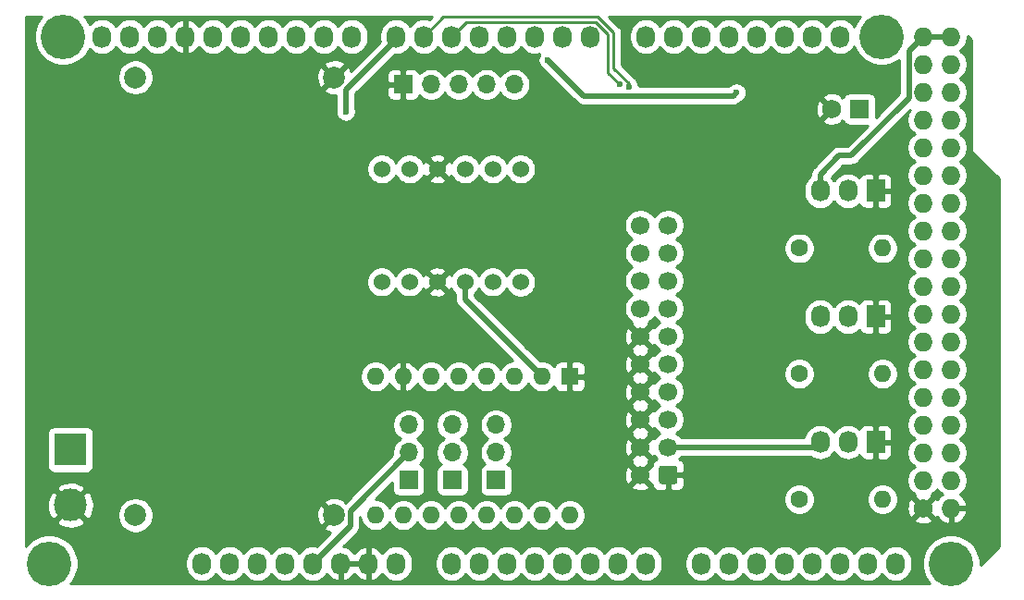
<source format=gbl>
G04 #@! TF.GenerationSoftware,KiCad,Pcbnew,5.1.6-c6e7f7d~87~ubuntu18.04.1*
G04 #@! TF.CreationDate,2021-05-18T20:00:01+01:00*
G04 #@! TF.ProjectId,CheeseShield,43686565-7365-4536-9869-656c642e6b69,rev?*
G04 #@! TF.SameCoordinates,Original*
G04 #@! TF.FileFunction,Copper,L2,Bot*
G04 #@! TF.FilePolarity,Positive*
%FSLAX46Y46*%
G04 Gerber Fmt 4.6, Leading zero omitted, Abs format (unit mm)*
G04 Created by KiCad (PCBNEW 5.1.6-c6e7f7d~87~ubuntu18.04.1) date 2021-05-18 20:00:01*
%MOMM*%
%LPD*%
G01*
G04 APERTURE LIST*
G04 #@! TA.AperFunction,ComponentPad*
%ADD10C,1.524000*%
G04 #@! TD*
G04 #@! TA.AperFunction,ComponentPad*
%ADD11O,1.700000X1.700000*%
G04 #@! TD*
G04 #@! TA.AperFunction,ComponentPad*
%ADD12R,1.700000X1.700000*%
G04 #@! TD*
G04 #@! TA.AperFunction,ComponentPad*
%ADD13C,1.700000*%
G04 #@! TD*
G04 #@! TA.AperFunction,ComponentPad*
%ADD14R,1.750000X1.750000*%
G04 #@! TD*
G04 #@! TA.AperFunction,ComponentPad*
%ADD15C,1.750000*%
G04 #@! TD*
G04 #@! TA.AperFunction,ComponentPad*
%ADD16C,1.600000*%
G04 #@! TD*
G04 #@! TA.AperFunction,ComponentPad*
%ADD17O,1.600000X1.600000*%
G04 #@! TD*
G04 #@! TA.AperFunction,ComponentPad*
%ADD18C,2.000000*%
G04 #@! TD*
G04 #@! TA.AperFunction,ComponentPad*
%ADD19R,1.730000X2.030000*%
G04 #@! TD*
G04 #@! TA.AperFunction,ComponentPad*
%ADD20O,1.730000X2.030000*%
G04 #@! TD*
G04 #@! TA.AperFunction,ComponentPad*
%ADD21R,3.000000X3.000000*%
G04 #@! TD*
G04 #@! TA.AperFunction,ComponentPad*
%ADD22C,3.000000*%
G04 #@! TD*
G04 #@! TA.AperFunction,ComponentPad*
%ADD23R,1.600000X1.600000*%
G04 #@! TD*
G04 #@! TA.AperFunction,ComponentPad*
%ADD24C,1.727200*%
G04 #@! TD*
G04 #@! TA.AperFunction,ComponentPad*
%ADD25O,1.727200X1.727200*%
G04 #@! TD*
G04 #@! TA.AperFunction,ComponentPad*
%ADD26O,1.727200X2.032000*%
G04 #@! TD*
G04 #@! TA.AperFunction,ComponentPad*
%ADD27C,4.064000*%
G04 #@! TD*
G04 #@! TA.AperFunction,ViaPad*
%ADD28C,0.600000*%
G04 #@! TD*
G04 #@! TA.AperFunction,Conductor*
%ADD29C,0.500000*%
G04 #@! TD*
G04 #@! TA.AperFunction,Conductor*
%ADD30C,0.250000*%
G04 #@! TD*
G04 #@! TA.AperFunction,Conductor*
%ADD31C,0.254000*%
G04 #@! TD*
G04 APERTURE END LIST*
D10*
X73800000Y1000000D03*
X76340000Y1000000D03*
X78880000Y1000000D03*
X81420000Y1000000D03*
X83960000Y1000000D03*
X86500000Y1000000D03*
X73790000Y-9340000D03*
X76330000Y-9340000D03*
X78870000Y-9340000D03*
X81410000Y-9340000D03*
X83950000Y-9340000D03*
X86500000Y-9350000D03*
D11*
X85910000Y8750000D03*
X83370000Y8750000D03*
X80830000Y8750000D03*
X78290000Y8750000D03*
D12*
X75750000Y8750000D03*
D13*
X97460000Y-4140000D03*
X97460000Y-6680000D03*
X97460000Y-9220000D03*
X97460000Y-11760000D03*
X97460000Y-14300000D03*
X97460000Y-16840000D03*
X97460000Y-19380000D03*
X97460000Y-21920000D03*
X97460000Y-24460000D03*
X97460000Y-27000000D03*
X100000000Y-4140000D03*
X100000000Y-6680000D03*
X100000000Y-9220000D03*
X100000000Y-11760000D03*
X100000000Y-14300000D03*
X100000000Y-16840000D03*
X100000000Y-19380000D03*
X100000000Y-21920000D03*
X100000000Y-24460000D03*
G04 #@! TA.AperFunction,ComponentPad*
G36*
G01*
X100850000Y-26400000D02*
X100850000Y-27600000D01*
G75*
G02*
X100600000Y-27850000I-250000J0D01*
G01*
X99400000Y-27850000D01*
G75*
G02*
X99150000Y-27600000I0J250000D01*
G01*
X99150000Y-26400000D01*
G75*
G02*
X99400000Y-26150000I250000J0D01*
G01*
X100600000Y-26150000D01*
G75*
G02*
X100850000Y-26400000I0J-250000D01*
G01*
G37*
G04 #@! TD.AperFunction*
D14*
X117500000Y6500000D03*
D15*
X115000000Y6500000D03*
D16*
X112000000Y-17750000D03*
D17*
X119620000Y-17750000D03*
D16*
X112000000Y-6250000D03*
D17*
X119620000Y-6250000D03*
D16*
X112000000Y-29250000D03*
D17*
X119620000Y-29250000D03*
D18*
X69450000Y9400000D03*
X51250000Y9400000D03*
X69450000Y-30700000D03*
X51250000Y-30700000D03*
D19*
X119000000Y-12500000D03*
D20*
X116460000Y-12500000D03*
X113920000Y-12500000D03*
D19*
X119000000Y-1000000D03*
D20*
X116460000Y-1000000D03*
X113920000Y-1000000D03*
D19*
X119000000Y-24000000D03*
D20*
X116460000Y-24000000D03*
X113920000Y-24000000D03*
D21*
X45300000Y-24700000D03*
D22*
X45300000Y-29780000D03*
D12*
X84250000Y-27500000D03*
D11*
X84250000Y-24960000D03*
X84250000Y-22420000D03*
D12*
X80250000Y-27500000D03*
D11*
X80250000Y-24960000D03*
X80250000Y-22420000D03*
D12*
X76250000Y-27500000D03*
D11*
X76250000Y-24960000D03*
X76250000Y-22420000D03*
D23*
X91000000Y-18000000D03*
D17*
X73220000Y-30700000D03*
X88460000Y-18000000D03*
X75760000Y-30700000D03*
X85920000Y-18000000D03*
X78300000Y-30700000D03*
X83380000Y-18000000D03*
X80840000Y-30700000D03*
X80840000Y-18000000D03*
X83380000Y-30700000D03*
X78300000Y-18000000D03*
X85920000Y-30700000D03*
X75760000Y-18000000D03*
X88460000Y-30700000D03*
X73220000Y-18000000D03*
X91000000Y-30700000D03*
D24*
X123358000Y-30046000D03*
D25*
X125898000Y-30046000D03*
X123358000Y-27506000D03*
X125898000Y-27506000D03*
X123358000Y-24966000D03*
X125898000Y-24966000D03*
X123358000Y-22426000D03*
X125898000Y-22426000D03*
X123358000Y-19886000D03*
X125898000Y-19886000D03*
X123358000Y-17346000D03*
X125898000Y-17346000D03*
X123358000Y-14806000D03*
X125898000Y-14806000D03*
X123358000Y-12266000D03*
X125898000Y-12266000D03*
X123358000Y-9726000D03*
X125898000Y-9726000D03*
X123358000Y-7186000D03*
X125898000Y-7186000D03*
X123358000Y-4646000D03*
X125898000Y-4646000D03*
X123358000Y-2106000D03*
X125898000Y-2106000D03*
X123358000Y434000D03*
X125898000Y434000D03*
X123358000Y2974000D03*
X125898000Y2974000D03*
X123358000Y5514000D03*
X125898000Y5514000D03*
X123358000Y8054000D03*
X125898000Y8054000D03*
X123358000Y10594000D03*
X125898000Y10594000D03*
X123358000Y13134000D03*
X125898000Y13134000D03*
D26*
X57318000Y-35126000D03*
X59858000Y-35126000D03*
X62398000Y-35126000D03*
X64938000Y-35126000D03*
X67478000Y-35126000D03*
X70018000Y-35126000D03*
X72558000Y-35126000D03*
X75098000Y-35126000D03*
X80178000Y-35126000D03*
X82718000Y-35126000D03*
X85258000Y-35126000D03*
X87798000Y-35126000D03*
X90338000Y-35126000D03*
X92878000Y-35126000D03*
X95418000Y-35126000D03*
X97958000Y-35126000D03*
X103038000Y-35126000D03*
X105578000Y-35126000D03*
X108118000Y-35126000D03*
X110658000Y-35126000D03*
X113198000Y-35126000D03*
X115738000Y-35126000D03*
X118278000Y-35126000D03*
X120818000Y-35126000D03*
X48174000Y13134000D03*
X50714000Y13134000D03*
X53254000Y13134000D03*
X55794000Y13134000D03*
X58334000Y13134000D03*
X60874000Y13134000D03*
X63414000Y13134000D03*
X65954000Y13134000D03*
X68494000Y13134000D03*
X71034000Y13134000D03*
X75098000Y13134000D03*
X77638000Y13134000D03*
X80178000Y13134000D03*
X82718000Y13134000D03*
X85258000Y13134000D03*
X87798000Y13134000D03*
X90338000Y13134000D03*
X92878000Y13134000D03*
X97958000Y13134000D03*
X100498000Y13134000D03*
X103038000Y13134000D03*
X105578000Y13134000D03*
X108118000Y13134000D03*
X110658000Y13134000D03*
X113198000Y13134000D03*
X115738000Y13134000D03*
D27*
X43348000Y-35126000D03*
X125898000Y-35126000D03*
X44618000Y13134000D03*
X119548000Y13134000D03*
D28*
X70500000Y6250000D03*
X106250000Y8000000D03*
X89000000Y11000000D03*
X96410775Y8495929D03*
X95575010Y8760147D03*
D29*
X81410000Y-10950000D02*
X88460000Y-18000000D01*
X113920000Y515000D02*
X115655000Y2250000D01*
X113920000Y-1000000D02*
X113920000Y515000D01*
X122044399Y11820399D02*
X123358000Y13134000D01*
X122044399Y7544399D02*
X122044399Y11820399D01*
X116750000Y2250000D02*
X122044399Y7544399D01*
X115655000Y2250000D02*
X116750000Y2250000D01*
X123358000Y13134000D02*
X125898000Y13134000D01*
X70900001Y-31703999D02*
X67478000Y-35126000D01*
X70900001Y-30309999D02*
X70900001Y-31703999D01*
X76250000Y-24960000D02*
X70900001Y-30309999D01*
X81410000Y-10950000D02*
X81410000Y-9340000D01*
X113460000Y-24460000D02*
X113920000Y-24000000D01*
X100000000Y-24460000D02*
X113460000Y-24460000D01*
X70500000Y6250000D02*
X70500000Y8250000D01*
X75098000Y12848000D02*
X75098000Y13134000D01*
X70500000Y8250000D02*
X75098000Y12848000D01*
X92299999Y7700001D02*
X89000000Y11000000D01*
X106250000Y8000000D02*
X105950001Y7700001D01*
X105950001Y7700001D02*
X92299999Y7700001D01*
D30*
X93556739Y14925019D02*
X95000000Y13481758D01*
X77638000Y13134000D02*
X79429019Y14925019D01*
X79429019Y14925019D02*
X93556739Y14925019D01*
X95000000Y13481758D02*
X95000000Y10250000D01*
X95000000Y10250000D02*
X96410775Y8839225D01*
X96410775Y8839225D02*
X96410775Y8495929D01*
X93370338Y14475010D02*
X94500000Y13345348D01*
X80178000Y13134000D02*
X81519010Y14475010D01*
X81519010Y14475010D02*
X93370338Y14475010D01*
X94500000Y13345348D02*
X94500000Y9835157D01*
X94500000Y9835157D02*
X95575010Y8760147D01*
D31*
G36*
X42546406Y14834113D02*
G01*
X42254536Y14397298D01*
X42053492Y13911935D01*
X41951000Y13396677D01*
X41951000Y12871323D01*
X42053492Y12356065D01*
X42254536Y11870702D01*
X42546406Y11433887D01*
X42917887Y11062406D01*
X43354702Y10770536D01*
X43840065Y10569492D01*
X44355323Y10467000D01*
X44880677Y10467000D01*
X45395935Y10569492D01*
X45881298Y10770536D01*
X46318113Y11062406D01*
X46689594Y11433887D01*
X46981464Y11870702D01*
X47037001Y12004781D01*
X47109203Y11916803D01*
X47337395Y11729531D01*
X47597737Y11590375D01*
X47880224Y11504684D01*
X48174000Y11475749D01*
X48467777Y11504684D01*
X48750264Y11590375D01*
X49010606Y11729531D01*
X49238797Y11916803D01*
X49426069Y12144994D01*
X49444000Y12178541D01*
X49461931Y12144994D01*
X49649203Y11916803D01*
X49877395Y11729531D01*
X50137737Y11590375D01*
X50420224Y11504684D01*
X50714000Y11475749D01*
X51007777Y11504684D01*
X51290264Y11590375D01*
X51550606Y11729531D01*
X51778797Y11916803D01*
X51966069Y12144994D01*
X51984000Y12178541D01*
X52001931Y12144994D01*
X52189203Y11916803D01*
X52417395Y11729531D01*
X52677737Y11590375D01*
X52960224Y11504684D01*
X53254000Y11475749D01*
X53547777Y11504684D01*
X53830264Y11590375D01*
X54090606Y11729531D01*
X54318797Y11916803D01*
X54506069Y12144994D01*
X54527424Y12184947D01*
X54675514Y11982271D01*
X54891965Y11783267D01*
X55143081Y11630314D01*
X55419211Y11529291D01*
X55434974Y11526642D01*
X55667000Y11647783D01*
X55667000Y13007000D01*
X55647000Y13007000D01*
X55647000Y13261000D01*
X55667000Y13261000D01*
X55667000Y14620217D01*
X55921000Y14620217D01*
X55921000Y13261000D01*
X55941000Y13261000D01*
X55941000Y13007000D01*
X55921000Y13007000D01*
X55921000Y11647783D01*
X56153026Y11526642D01*
X56168789Y11529291D01*
X56444919Y11630314D01*
X56696035Y11783267D01*
X56912486Y11982271D01*
X57060576Y12184947D01*
X57081931Y12144994D01*
X57269203Y11916803D01*
X57497395Y11729531D01*
X57757737Y11590375D01*
X58040224Y11504684D01*
X58334000Y11475749D01*
X58627777Y11504684D01*
X58910264Y11590375D01*
X59170606Y11729531D01*
X59398797Y11916803D01*
X59586069Y12144994D01*
X59604000Y12178541D01*
X59621931Y12144994D01*
X59809203Y11916803D01*
X60037395Y11729531D01*
X60297737Y11590375D01*
X60580224Y11504684D01*
X60874000Y11475749D01*
X61167777Y11504684D01*
X61450264Y11590375D01*
X61710606Y11729531D01*
X61938797Y11916803D01*
X62126069Y12144994D01*
X62144000Y12178541D01*
X62161931Y12144994D01*
X62349203Y11916803D01*
X62577395Y11729531D01*
X62837737Y11590375D01*
X63120224Y11504684D01*
X63414000Y11475749D01*
X63707777Y11504684D01*
X63990264Y11590375D01*
X64250606Y11729531D01*
X64478797Y11916803D01*
X64666069Y12144994D01*
X64684000Y12178541D01*
X64701931Y12144994D01*
X64889203Y11916803D01*
X65117395Y11729531D01*
X65377737Y11590375D01*
X65660224Y11504684D01*
X65954000Y11475749D01*
X66247777Y11504684D01*
X66530264Y11590375D01*
X66790606Y11729531D01*
X67018797Y11916803D01*
X67206069Y12144994D01*
X67224000Y12178541D01*
X67241931Y12144994D01*
X67429203Y11916803D01*
X67657395Y11729531D01*
X67917737Y11590375D01*
X68200224Y11504684D01*
X68494000Y11475749D01*
X68787777Y11504684D01*
X69070264Y11590375D01*
X69330606Y11729531D01*
X69558797Y11916803D01*
X69746069Y12144994D01*
X69764000Y12178541D01*
X69781931Y12144994D01*
X69969203Y11916803D01*
X70197395Y11729531D01*
X70457737Y11590375D01*
X70740224Y11504684D01*
X71034000Y11475749D01*
X71327777Y11504684D01*
X71610264Y11590375D01*
X71870606Y11729531D01*
X72098797Y11916803D01*
X72286069Y12144994D01*
X72425225Y12405337D01*
X72510916Y12687824D01*
X72532600Y12907982D01*
X72532600Y13360019D01*
X72510916Y13580177D01*
X72425225Y13862664D01*
X72286069Y14123006D01*
X72098797Y14351197D01*
X71870605Y14538469D01*
X71610263Y14677625D01*
X71327776Y14763316D01*
X71034000Y14792251D01*
X70740223Y14763316D01*
X70457736Y14677625D01*
X70197394Y14538469D01*
X69969203Y14351197D01*
X69781931Y14123005D01*
X69764000Y14089459D01*
X69746069Y14123006D01*
X69558797Y14351197D01*
X69330605Y14538469D01*
X69070263Y14677625D01*
X68787776Y14763316D01*
X68494000Y14792251D01*
X68200223Y14763316D01*
X67917736Y14677625D01*
X67657394Y14538469D01*
X67429203Y14351197D01*
X67241931Y14123005D01*
X67224000Y14089459D01*
X67206069Y14123006D01*
X67018797Y14351197D01*
X66790605Y14538469D01*
X66530263Y14677625D01*
X66247776Y14763316D01*
X65954000Y14792251D01*
X65660223Y14763316D01*
X65377736Y14677625D01*
X65117394Y14538469D01*
X64889203Y14351197D01*
X64701931Y14123005D01*
X64684000Y14089459D01*
X64666069Y14123006D01*
X64478797Y14351197D01*
X64250605Y14538469D01*
X63990263Y14677625D01*
X63707776Y14763316D01*
X63414000Y14792251D01*
X63120223Y14763316D01*
X62837736Y14677625D01*
X62577394Y14538469D01*
X62349203Y14351197D01*
X62161931Y14123005D01*
X62144000Y14089459D01*
X62126069Y14123006D01*
X61938797Y14351197D01*
X61710605Y14538469D01*
X61450263Y14677625D01*
X61167776Y14763316D01*
X60874000Y14792251D01*
X60580223Y14763316D01*
X60297736Y14677625D01*
X60037394Y14538469D01*
X59809203Y14351197D01*
X59621931Y14123005D01*
X59604000Y14089459D01*
X59586069Y14123006D01*
X59398797Y14351197D01*
X59170605Y14538469D01*
X58910263Y14677625D01*
X58627776Y14763316D01*
X58334000Y14792251D01*
X58040223Y14763316D01*
X57757736Y14677625D01*
X57497394Y14538469D01*
X57269203Y14351197D01*
X57081931Y14123005D01*
X57060576Y14083053D01*
X56912486Y14285729D01*
X56696035Y14484733D01*
X56444919Y14637686D01*
X56168789Y14738709D01*
X56153026Y14741358D01*
X55921000Y14620217D01*
X55667000Y14620217D01*
X55434974Y14741358D01*
X55419211Y14738709D01*
X55143081Y14637686D01*
X54891965Y14484733D01*
X54675514Y14285729D01*
X54527424Y14083053D01*
X54506069Y14123006D01*
X54318797Y14351197D01*
X54090605Y14538469D01*
X53830263Y14677625D01*
X53547776Y14763316D01*
X53254000Y14792251D01*
X52960223Y14763316D01*
X52677736Y14677625D01*
X52417394Y14538469D01*
X52189203Y14351197D01*
X52001931Y14123005D01*
X51984000Y14089459D01*
X51966069Y14123006D01*
X51778797Y14351197D01*
X51550605Y14538469D01*
X51290263Y14677625D01*
X51007776Y14763316D01*
X50714000Y14792251D01*
X50420223Y14763316D01*
X50137736Y14677625D01*
X49877394Y14538469D01*
X49649203Y14351197D01*
X49461931Y14123005D01*
X49444000Y14089459D01*
X49426069Y14123006D01*
X49238797Y14351197D01*
X49010605Y14538469D01*
X48750263Y14677625D01*
X48467776Y14763316D01*
X48174000Y14792251D01*
X47880223Y14763316D01*
X47597736Y14677625D01*
X47337394Y14538469D01*
X47109203Y14351197D01*
X47037001Y14263219D01*
X46981464Y14397298D01*
X46689594Y14834113D01*
X46559707Y14964000D01*
X78393198Y14964000D01*
X78131829Y14702631D01*
X77931776Y14763316D01*
X77638000Y14792251D01*
X77344223Y14763316D01*
X77061736Y14677625D01*
X76801394Y14538469D01*
X76573203Y14351197D01*
X76385931Y14123005D01*
X76368000Y14089459D01*
X76350069Y14123006D01*
X76162797Y14351197D01*
X75934605Y14538469D01*
X75674263Y14677625D01*
X75391776Y14763316D01*
X75098000Y14792251D01*
X74804223Y14763316D01*
X74521736Y14677625D01*
X74261394Y14538469D01*
X74033203Y14351197D01*
X73845931Y14123005D01*
X73706775Y13862663D01*
X73621084Y13580176D01*
X73599400Y13360018D01*
X73599400Y12907981D01*
X73621084Y12687823D01*
X73636250Y12637828D01*
X70979183Y9980761D01*
X70942795Y10086088D01*
X70849814Y10260044D01*
X70585413Y10355808D01*
X69629605Y9400000D01*
X69643748Y9385858D01*
X69464143Y9206253D01*
X69450000Y9220395D01*
X68494192Y8264587D01*
X68589956Y8000186D01*
X68879571Y7859296D01*
X69191108Y7777616D01*
X69512595Y7758282D01*
X69615001Y7772325D01*
X69615000Y6556693D01*
X69600932Y6522729D01*
X69565000Y6342089D01*
X69565000Y6157911D01*
X69600932Y5977271D01*
X69671414Y5807111D01*
X69773738Y5653972D01*
X69903972Y5523738D01*
X70057111Y5421414D01*
X70227271Y5350932D01*
X70407911Y5315000D01*
X70592089Y5315000D01*
X70772729Y5350932D01*
X70942889Y5421414D01*
X71096028Y5523738D01*
X71226262Y5653972D01*
X71328586Y5807111D01*
X71399068Y5977271D01*
X71435000Y6157911D01*
X71435000Y6342089D01*
X71417025Y6432457D01*
X113484196Y6432457D01*
X113526499Y6138037D01*
X113625428Y5857526D01*
X113702132Y5714025D01*
X113953760Y5633365D01*
X114820395Y6500000D01*
X113953760Y7366635D01*
X113702132Y7285975D01*
X113573733Y7017671D01*
X113500145Y6729474D01*
X113484196Y6432457D01*
X71417025Y6432457D01*
X71399068Y6522729D01*
X71385000Y6556692D01*
X71385000Y7883422D01*
X71401578Y7900000D01*
X74261928Y7900000D01*
X74274188Y7775518D01*
X74310498Y7655820D01*
X74369463Y7545506D01*
X74448815Y7448815D01*
X74545506Y7369463D01*
X74655820Y7310498D01*
X74775518Y7274188D01*
X74900000Y7261928D01*
X75464250Y7265000D01*
X75623000Y7423750D01*
X75623000Y8623000D01*
X74423750Y8623000D01*
X74265000Y8464250D01*
X74261928Y7900000D01*
X71401578Y7900000D01*
X73101578Y9600000D01*
X74261928Y9600000D01*
X74265000Y9035750D01*
X74423750Y8877000D01*
X75623000Y8877000D01*
X75623000Y10076250D01*
X75877000Y10076250D01*
X75877000Y8877000D01*
X75897000Y8877000D01*
X75897000Y8623000D01*
X75877000Y8623000D01*
X75877000Y7423750D01*
X76035750Y7265000D01*
X76600000Y7261928D01*
X76724482Y7274188D01*
X76844180Y7310498D01*
X76954494Y7369463D01*
X77051185Y7448815D01*
X77130537Y7545506D01*
X77189502Y7655820D01*
X77211513Y7728380D01*
X77343368Y7596525D01*
X77586589Y7434010D01*
X77856842Y7322068D01*
X78143740Y7265000D01*
X78436260Y7265000D01*
X78723158Y7322068D01*
X78993411Y7434010D01*
X79236632Y7596525D01*
X79443475Y7803368D01*
X79560000Y7977760D01*
X79676525Y7803368D01*
X79883368Y7596525D01*
X80126589Y7434010D01*
X80396842Y7322068D01*
X80683740Y7265000D01*
X80976260Y7265000D01*
X81263158Y7322068D01*
X81533411Y7434010D01*
X81776632Y7596525D01*
X81983475Y7803368D01*
X82100000Y7977760D01*
X82216525Y7803368D01*
X82423368Y7596525D01*
X82666589Y7434010D01*
X82936842Y7322068D01*
X83223740Y7265000D01*
X83516260Y7265000D01*
X83803158Y7322068D01*
X84073411Y7434010D01*
X84316632Y7596525D01*
X84523475Y7803368D01*
X84640000Y7977760D01*
X84756525Y7803368D01*
X84963368Y7596525D01*
X85206589Y7434010D01*
X85476842Y7322068D01*
X85763740Y7265000D01*
X86056260Y7265000D01*
X86343158Y7322068D01*
X86613411Y7434010D01*
X86856632Y7596525D01*
X87063475Y7803368D01*
X87225990Y8046589D01*
X87337932Y8316842D01*
X87395000Y8603740D01*
X87395000Y8896260D01*
X87337932Y9183158D01*
X87225990Y9453411D01*
X87063475Y9696632D01*
X86856632Y9903475D01*
X86613411Y10065990D01*
X86343158Y10177932D01*
X86056260Y10235000D01*
X85763740Y10235000D01*
X85476842Y10177932D01*
X85206589Y10065990D01*
X84963368Y9903475D01*
X84756525Y9696632D01*
X84640000Y9522240D01*
X84523475Y9696632D01*
X84316632Y9903475D01*
X84073411Y10065990D01*
X83803158Y10177932D01*
X83516260Y10235000D01*
X83223740Y10235000D01*
X82936842Y10177932D01*
X82666589Y10065990D01*
X82423368Y9903475D01*
X82216525Y9696632D01*
X82100000Y9522240D01*
X81983475Y9696632D01*
X81776632Y9903475D01*
X81533411Y10065990D01*
X81263158Y10177932D01*
X80976260Y10235000D01*
X80683740Y10235000D01*
X80396842Y10177932D01*
X80126589Y10065990D01*
X79883368Y9903475D01*
X79676525Y9696632D01*
X79560000Y9522240D01*
X79443475Y9696632D01*
X79236632Y9903475D01*
X78993411Y10065990D01*
X78723158Y10177932D01*
X78436260Y10235000D01*
X78143740Y10235000D01*
X77856842Y10177932D01*
X77586589Y10065990D01*
X77343368Y9903475D01*
X77211513Y9771620D01*
X77189502Y9844180D01*
X77130537Y9954494D01*
X77051185Y10051185D01*
X76954494Y10130537D01*
X76844180Y10189502D01*
X76724482Y10225812D01*
X76600000Y10238072D01*
X76035750Y10235000D01*
X75877000Y10076250D01*
X75623000Y10076250D01*
X75464250Y10235000D01*
X74900000Y10238072D01*
X74775518Y10225812D01*
X74655820Y10189502D01*
X74545506Y10130537D01*
X74448815Y10051185D01*
X74369463Y9954494D01*
X74310498Y9844180D01*
X74274188Y9724482D01*
X74261928Y9600000D01*
X73101578Y9600000D01*
X74988148Y11486569D01*
X75098000Y11475749D01*
X75391777Y11504684D01*
X75674264Y11590375D01*
X75934606Y11729531D01*
X76162797Y11916803D01*
X76350069Y12144994D01*
X76368000Y12178541D01*
X76385931Y12144994D01*
X76573203Y11916803D01*
X76801395Y11729531D01*
X77061737Y11590375D01*
X77344224Y11504684D01*
X77638000Y11475749D01*
X77931777Y11504684D01*
X78214264Y11590375D01*
X78474606Y11729531D01*
X78702797Y11916803D01*
X78890069Y12144994D01*
X78908000Y12178541D01*
X78925931Y12144994D01*
X79113203Y11916803D01*
X79341395Y11729531D01*
X79601737Y11590375D01*
X79884224Y11504684D01*
X80178000Y11475749D01*
X80471777Y11504684D01*
X80754264Y11590375D01*
X81014606Y11729531D01*
X81242797Y11916803D01*
X81430069Y12144994D01*
X81448000Y12178541D01*
X81465931Y12144994D01*
X81653203Y11916803D01*
X81881395Y11729531D01*
X82141737Y11590375D01*
X82424224Y11504684D01*
X82718000Y11475749D01*
X83011777Y11504684D01*
X83294264Y11590375D01*
X83554606Y11729531D01*
X83782797Y11916803D01*
X83970069Y12144994D01*
X83988000Y12178541D01*
X84005931Y12144994D01*
X84193203Y11916803D01*
X84421395Y11729531D01*
X84681737Y11590375D01*
X84964224Y11504684D01*
X85258000Y11475749D01*
X85551777Y11504684D01*
X85834264Y11590375D01*
X86094606Y11729531D01*
X86322797Y11916803D01*
X86510069Y12144994D01*
X86528000Y12178541D01*
X86545931Y12144994D01*
X86733203Y11916803D01*
X86961395Y11729531D01*
X87221737Y11590375D01*
X87504224Y11504684D01*
X87798000Y11475749D01*
X88091777Y11504684D01*
X88243445Y11550692D01*
X88171414Y11442889D01*
X88100932Y11272729D01*
X88065000Y11092089D01*
X88065000Y10907911D01*
X88100932Y10727271D01*
X88171414Y10557111D01*
X88273738Y10403972D01*
X88403972Y10273738D01*
X88557111Y10171414D01*
X88591077Y10157345D01*
X91643469Y7104952D01*
X91671182Y7071184D01*
X91704950Y7043471D01*
X91704952Y7043469D01*
X91736387Y7017671D01*
X91805940Y6960590D01*
X91959686Y6878412D01*
X92126509Y6827806D01*
X92256522Y6815001D01*
X92256532Y6815001D01*
X92299998Y6810720D01*
X92343464Y6815001D01*
X105906532Y6815001D01*
X105950001Y6810720D01*
X105993470Y6815001D01*
X105993478Y6815001D01*
X106123491Y6827806D01*
X106290314Y6878412D01*
X106444060Y6960590D01*
X106578818Y7071184D01*
X106606535Y7104957D01*
X106658923Y7157345D01*
X106692889Y7171414D01*
X106846028Y7273738D01*
X106976262Y7403972D01*
X107078586Y7557111D01*
X107149068Y7727271D01*
X107185000Y7907911D01*
X107185000Y8092089D01*
X107149068Y8272729D01*
X107078586Y8442889D01*
X106976262Y8596028D01*
X106846028Y8726262D01*
X106692889Y8828586D01*
X106522729Y8899068D01*
X106342089Y8935000D01*
X106157911Y8935000D01*
X105977271Y8899068D01*
X105807111Y8828586D01*
X105653972Y8726262D01*
X105523738Y8596028D01*
X105516370Y8585001D01*
X97345775Y8585001D01*
X97345775Y8588018D01*
X97309843Y8768658D01*
X97239361Y8938818D01*
X97137037Y9091957D01*
X97124507Y9104487D01*
X97116321Y9131472D01*
X97078069Y9203036D01*
X97045749Y9263502D01*
X96974574Y9350228D01*
X96950776Y9379226D01*
X96921779Y9403023D01*
X95760000Y10564801D01*
X95760000Y13444436D01*
X95763676Y13481759D01*
X95760000Y13519082D01*
X95760000Y13519091D01*
X95749003Y13630744D01*
X95705546Y13774005D01*
X95634974Y13906034D01*
X95540001Y14021759D01*
X95511004Y14045556D01*
X94592559Y14964000D01*
X117606293Y14964000D01*
X117476406Y14834113D01*
X117184536Y14397298D01*
X117035621Y14037785D01*
X116990069Y14123006D01*
X116802797Y14351197D01*
X116574605Y14538469D01*
X116314263Y14677625D01*
X116031776Y14763316D01*
X115738000Y14792251D01*
X115444223Y14763316D01*
X115161736Y14677625D01*
X114901394Y14538469D01*
X114673203Y14351197D01*
X114485931Y14123005D01*
X114468000Y14089459D01*
X114450069Y14123006D01*
X114262797Y14351197D01*
X114034605Y14538469D01*
X113774263Y14677625D01*
X113491776Y14763316D01*
X113198000Y14792251D01*
X112904223Y14763316D01*
X112621736Y14677625D01*
X112361394Y14538469D01*
X112133203Y14351197D01*
X111945931Y14123005D01*
X111928000Y14089459D01*
X111910069Y14123006D01*
X111722797Y14351197D01*
X111494605Y14538469D01*
X111234263Y14677625D01*
X110951776Y14763316D01*
X110658000Y14792251D01*
X110364223Y14763316D01*
X110081736Y14677625D01*
X109821394Y14538469D01*
X109593203Y14351197D01*
X109405931Y14123005D01*
X109388000Y14089459D01*
X109370069Y14123006D01*
X109182797Y14351197D01*
X108954605Y14538469D01*
X108694263Y14677625D01*
X108411776Y14763316D01*
X108118000Y14792251D01*
X107824223Y14763316D01*
X107541736Y14677625D01*
X107281394Y14538469D01*
X107053203Y14351197D01*
X106865931Y14123005D01*
X106848000Y14089459D01*
X106830069Y14123006D01*
X106642797Y14351197D01*
X106414605Y14538469D01*
X106154263Y14677625D01*
X105871776Y14763316D01*
X105578000Y14792251D01*
X105284223Y14763316D01*
X105001736Y14677625D01*
X104741394Y14538469D01*
X104513203Y14351197D01*
X104325931Y14123005D01*
X104308000Y14089459D01*
X104290069Y14123006D01*
X104102797Y14351197D01*
X103874605Y14538469D01*
X103614263Y14677625D01*
X103331776Y14763316D01*
X103038000Y14792251D01*
X102744223Y14763316D01*
X102461736Y14677625D01*
X102201394Y14538469D01*
X101973203Y14351197D01*
X101785931Y14123005D01*
X101768000Y14089459D01*
X101750069Y14123006D01*
X101562797Y14351197D01*
X101334605Y14538469D01*
X101074263Y14677625D01*
X100791776Y14763316D01*
X100498000Y14792251D01*
X100204223Y14763316D01*
X99921736Y14677625D01*
X99661394Y14538469D01*
X99433203Y14351197D01*
X99245931Y14123005D01*
X99228000Y14089459D01*
X99210069Y14123006D01*
X99022797Y14351197D01*
X98794605Y14538469D01*
X98534263Y14677625D01*
X98251776Y14763316D01*
X97958000Y14792251D01*
X97664223Y14763316D01*
X97381736Y14677625D01*
X97121394Y14538469D01*
X96893203Y14351197D01*
X96705931Y14123005D01*
X96566775Y13862663D01*
X96481084Y13580176D01*
X96459400Y13360018D01*
X96459400Y12907981D01*
X96481084Y12687823D01*
X96566775Y12405336D01*
X96705931Y12144994D01*
X96893203Y11916803D01*
X97121395Y11729531D01*
X97381737Y11590375D01*
X97664224Y11504684D01*
X97958000Y11475749D01*
X98251777Y11504684D01*
X98534264Y11590375D01*
X98794606Y11729531D01*
X99022797Y11916803D01*
X99210069Y12144994D01*
X99228000Y12178541D01*
X99245931Y12144994D01*
X99433203Y11916803D01*
X99661395Y11729531D01*
X99921737Y11590375D01*
X100204224Y11504684D01*
X100498000Y11475749D01*
X100791777Y11504684D01*
X101074264Y11590375D01*
X101334606Y11729531D01*
X101562797Y11916803D01*
X101750069Y12144994D01*
X101768000Y12178541D01*
X101785931Y12144994D01*
X101973203Y11916803D01*
X102201395Y11729531D01*
X102461737Y11590375D01*
X102744224Y11504684D01*
X103038000Y11475749D01*
X103331777Y11504684D01*
X103614264Y11590375D01*
X103874606Y11729531D01*
X104102797Y11916803D01*
X104290069Y12144994D01*
X104308000Y12178541D01*
X104325931Y12144994D01*
X104513203Y11916803D01*
X104741395Y11729531D01*
X105001737Y11590375D01*
X105284224Y11504684D01*
X105578000Y11475749D01*
X105871777Y11504684D01*
X106154264Y11590375D01*
X106414606Y11729531D01*
X106642797Y11916803D01*
X106830069Y12144994D01*
X106848000Y12178541D01*
X106865931Y12144994D01*
X107053203Y11916803D01*
X107281395Y11729531D01*
X107541737Y11590375D01*
X107824224Y11504684D01*
X108118000Y11475749D01*
X108411777Y11504684D01*
X108694264Y11590375D01*
X108954606Y11729531D01*
X109182797Y11916803D01*
X109370069Y12144994D01*
X109388000Y12178541D01*
X109405931Y12144994D01*
X109593203Y11916803D01*
X109821395Y11729531D01*
X110081737Y11590375D01*
X110364224Y11504684D01*
X110658000Y11475749D01*
X110951777Y11504684D01*
X111234264Y11590375D01*
X111494606Y11729531D01*
X111722797Y11916803D01*
X111910069Y12144994D01*
X111928000Y12178541D01*
X111945931Y12144994D01*
X112133203Y11916803D01*
X112361395Y11729531D01*
X112621737Y11590375D01*
X112904224Y11504684D01*
X113198000Y11475749D01*
X113491777Y11504684D01*
X113774264Y11590375D01*
X114034606Y11729531D01*
X114262797Y11916803D01*
X114450069Y12144994D01*
X114468000Y12178541D01*
X114485931Y12144994D01*
X114673203Y11916803D01*
X114901395Y11729531D01*
X115161737Y11590375D01*
X115444224Y11504684D01*
X115738000Y11475749D01*
X116031777Y11504684D01*
X116314264Y11590375D01*
X116574606Y11729531D01*
X116802797Y11916803D01*
X116990069Y12144994D01*
X117035621Y12230215D01*
X117184536Y11870702D01*
X117476406Y11433887D01*
X117847887Y11062406D01*
X118284702Y10770536D01*
X118770065Y10569492D01*
X119285323Y10467000D01*
X119810677Y10467000D01*
X120325935Y10569492D01*
X120811298Y10770536D01*
X121159400Y11003130D01*
X121159399Y7910978D01*
X119013072Y5764651D01*
X119013072Y7375000D01*
X119000812Y7499482D01*
X118964502Y7619180D01*
X118905537Y7729494D01*
X118826185Y7826185D01*
X118729494Y7905537D01*
X118619180Y7964502D01*
X118499482Y8000812D01*
X118375000Y8013072D01*
X116625000Y8013072D01*
X116500518Y8000812D01*
X116380820Y7964502D01*
X116270506Y7905537D01*
X116173815Y7826185D01*
X116094463Y7729494D01*
X116035498Y7619180D01*
X116033228Y7611698D01*
X115982659Y7662267D01*
X115866634Y7546242D01*
X115785975Y7797868D01*
X115517671Y7926267D01*
X115229474Y7999855D01*
X114932457Y8015804D01*
X114638037Y7973501D01*
X114357526Y7874572D01*
X114214025Y7797868D01*
X114133365Y7546240D01*
X115000000Y6679605D01*
X115014143Y6693748D01*
X115193748Y6514143D01*
X115179605Y6500000D01*
X115193748Y6485858D01*
X115014143Y6306253D01*
X115000000Y6320395D01*
X114133365Y5453760D01*
X114214025Y5202132D01*
X114482329Y5073733D01*
X114770526Y5000145D01*
X115067543Y4984196D01*
X115361963Y5026499D01*
X115642474Y5125428D01*
X115785975Y5202132D01*
X115866634Y5453758D01*
X115982659Y5337733D01*
X116033228Y5388302D01*
X116035498Y5380820D01*
X116094463Y5270506D01*
X116173815Y5173815D01*
X116270506Y5094463D01*
X116380820Y5035498D01*
X116500518Y4999188D01*
X116625000Y4986928D01*
X118235350Y4986928D01*
X116383422Y3135000D01*
X115698469Y3135000D01*
X115655000Y3139281D01*
X115611531Y3135000D01*
X115611523Y3135000D01*
X115481510Y3122195D01*
X115314686Y3071589D01*
X115160941Y2989411D01*
X115059953Y2906532D01*
X115059951Y2906530D01*
X115026183Y2878817D01*
X114998470Y2845049D01*
X113324951Y1171529D01*
X113291184Y1143817D01*
X113263471Y1110049D01*
X113263468Y1110046D01*
X113180590Y1009059D01*
X113098412Y855313D01*
X113047805Y688490D01*
X113030719Y515000D01*
X113035001Y471521D01*
X113035001Y364163D01*
X112854208Y215792D01*
X112666762Y-12613D01*
X112527476Y-273198D01*
X112441705Y-555949D01*
X112420000Y-776320D01*
X112420000Y-1223679D01*
X112441705Y-1444050D01*
X112527476Y-1726801D01*
X112666762Y-1987386D01*
X112854208Y-2215792D01*
X113082613Y-2403238D01*
X113343198Y-2542524D01*
X113625949Y-2628295D01*
X113920000Y-2657257D01*
X114214050Y-2628295D01*
X114496801Y-2542524D01*
X114757386Y-2403238D01*
X114985792Y-2215792D01*
X115173238Y-1987387D01*
X115190000Y-1956027D01*
X115206762Y-1987386D01*
X115394208Y-2215792D01*
X115622613Y-2403238D01*
X115883198Y-2542524D01*
X116165949Y-2628295D01*
X116460000Y-2657257D01*
X116754050Y-2628295D01*
X117036801Y-2542524D01*
X117297386Y-2403238D01*
X117525792Y-2215792D01*
X117530570Y-2209970D01*
X117545498Y-2259180D01*
X117604463Y-2369494D01*
X117683815Y-2466185D01*
X117780506Y-2545537D01*
X117890820Y-2604502D01*
X118010518Y-2640812D01*
X118135000Y-2653072D01*
X118714250Y-2650000D01*
X118873000Y-2491250D01*
X118873000Y-1127000D01*
X119127000Y-1127000D01*
X119127000Y-2491250D01*
X119285750Y-2650000D01*
X119865000Y-2653072D01*
X119989482Y-2640812D01*
X120109180Y-2604502D01*
X120219494Y-2545537D01*
X120316185Y-2466185D01*
X120395537Y-2369494D01*
X120454502Y-2259180D01*
X120490812Y-2139482D01*
X120503072Y-2015000D01*
X120500000Y-1285750D01*
X120341250Y-1127000D01*
X119127000Y-1127000D01*
X118873000Y-1127000D01*
X118853000Y-1127000D01*
X118853000Y-873000D01*
X118873000Y-873000D01*
X118873000Y491250D01*
X119127000Y491250D01*
X119127000Y-873000D01*
X120341250Y-873000D01*
X120500000Y-714250D01*
X120503072Y15000D01*
X120490812Y139482D01*
X120454502Y259180D01*
X120395537Y369494D01*
X120316185Y466185D01*
X120219494Y545537D01*
X120109180Y604502D01*
X119989482Y640812D01*
X119865000Y653072D01*
X119285750Y650000D01*
X119127000Y491250D01*
X118873000Y491250D01*
X118714250Y650000D01*
X118135000Y653072D01*
X118010518Y640812D01*
X117890820Y604502D01*
X117780506Y545537D01*
X117683815Y466185D01*
X117604463Y369494D01*
X117545498Y259180D01*
X117530570Y209970D01*
X117525792Y215792D01*
X117297387Y403238D01*
X117036802Y542524D01*
X116754051Y628295D01*
X116460000Y657257D01*
X116165950Y628295D01*
X115883199Y542524D01*
X115622614Y403238D01*
X115394208Y215792D01*
X115206762Y-12613D01*
X115190000Y-43972D01*
X115173238Y-12613D01*
X114985792Y215792D01*
X114923495Y266917D01*
X116021579Y1365000D01*
X116706531Y1365000D01*
X116750000Y1360719D01*
X116793469Y1365000D01*
X116793477Y1365000D01*
X116923490Y1377805D01*
X117090313Y1428411D01*
X117244059Y1510589D01*
X117378817Y1621183D01*
X117406534Y1654956D01*
X122139754Y6388175D01*
X122029958Y6223853D01*
X121916990Y5951125D01*
X121859400Y5661599D01*
X121859400Y5366401D01*
X121916990Y5076875D01*
X122029958Y4804147D01*
X122193961Y4558698D01*
X122402698Y4349961D01*
X122561281Y4244000D01*
X122402698Y4138039D01*
X122193961Y3929302D01*
X122029958Y3683853D01*
X121916990Y3411125D01*
X121859400Y3121599D01*
X121859400Y2826401D01*
X121916990Y2536875D01*
X122029958Y2264147D01*
X122193961Y2018698D01*
X122402698Y1809961D01*
X122561281Y1704000D01*
X122402698Y1598039D01*
X122193961Y1389302D01*
X122029958Y1143853D01*
X121916990Y871125D01*
X121859400Y581599D01*
X121859400Y286401D01*
X121916990Y-3125D01*
X122029958Y-275853D01*
X122193961Y-521302D01*
X122402698Y-730039D01*
X122561281Y-836000D01*
X122402698Y-941961D01*
X122193961Y-1150698D01*
X122029958Y-1396147D01*
X121916990Y-1668875D01*
X121859400Y-1958401D01*
X121859400Y-2253599D01*
X121916990Y-2543125D01*
X122029958Y-2815853D01*
X122193961Y-3061302D01*
X122402698Y-3270039D01*
X122561281Y-3376000D01*
X122402698Y-3481961D01*
X122193961Y-3690698D01*
X122029958Y-3936147D01*
X121916990Y-4208875D01*
X121859400Y-4498401D01*
X121859400Y-4793599D01*
X121916990Y-5083125D01*
X122029958Y-5355853D01*
X122193961Y-5601302D01*
X122402698Y-5810039D01*
X122561281Y-5916000D01*
X122402698Y-6021961D01*
X122193961Y-6230698D01*
X122029958Y-6476147D01*
X121916990Y-6748875D01*
X121859400Y-7038401D01*
X121859400Y-7333599D01*
X121916990Y-7623125D01*
X122029958Y-7895853D01*
X122193961Y-8141302D01*
X122402698Y-8350039D01*
X122561281Y-8456000D01*
X122402698Y-8561961D01*
X122193961Y-8770698D01*
X122029958Y-9016147D01*
X121916990Y-9288875D01*
X121859400Y-9578401D01*
X121859400Y-9873599D01*
X121916990Y-10163125D01*
X122029958Y-10435853D01*
X122193961Y-10681302D01*
X122402698Y-10890039D01*
X122561281Y-10996000D01*
X122402698Y-11101961D01*
X122193961Y-11310698D01*
X122029958Y-11556147D01*
X121916990Y-11828875D01*
X121859400Y-12118401D01*
X121859400Y-12413599D01*
X121916990Y-12703125D01*
X122029958Y-12975853D01*
X122193961Y-13221302D01*
X122402698Y-13430039D01*
X122561281Y-13536000D01*
X122402698Y-13641961D01*
X122193961Y-13850698D01*
X122029958Y-14096147D01*
X121916990Y-14368875D01*
X121859400Y-14658401D01*
X121859400Y-14953599D01*
X121916990Y-15243125D01*
X122029958Y-15515853D01*
X122193961Y-15761302D01*
X122402698Y-15970039D01*
X122561281Y-16076000D01*
X122402698Y-16181961D01*
X122193961Y-16390698D01*
X122029958Y-16636147D01*
X121916990Y-16908875D01*
X121859400Y-17198401D01*
X121859400Y-17493599D01*
X121916990Y-17783125D01*
X122029958Y-18055853D01*
X122193961Y-18301302D01*
X122402698Y-18510039D01*
X122561281Y-18616000D01*
X122402698Y-18721961D01*
X122193961Y-18930698D01*
X122029958Y-19176147D01*
X121916990Y-19448875D01*
X121859400Y-19738401D01*
X121859400Y-20033599D01*
X121916990Y-20323125D01*
X122029958Y-20595853D01*
X122193961Y-20841302D01*
X122402698Y-21050039D01*
X122561281Y-21156000D01*
X122402698Y-21261961D01*
X122193961Y-21470698D01*
X122029958Y-21716147D01*
X121916990Y-21988875D01*
X121859400Y-22278401D01*
X121859400Y-22573599D01*
X121916990Y-22863125D01*
X122029958Y-23135853D01*
X122193961Y-23381302D01*
X122402698Y-23590039D01*
X122561281Y-23696000D01*
X122402698Y-23801961D01*
X122193961Y-24010698D01*
X122029958Y-24256147D01*
X121916990Y-24528875D01*
X121859400Y-24818401D01*
X121859400Y-25113599D01*
X121916990Y-25403125D01*
X122029958Y-25675853D01*
X122193961Y-25921302D01*
X122402698Y-26130039D01*
X122561281Y-26236000D01*
X122402698Y-26341961D01*
X122193961Y-26550698D01*
X122029958Y-26796147D01*
X121916990Y-27068875D01*
X121859400Y-27358401D01*
X121859400Y-27653599D01*
X121916990Y-27943125D01*
X122029958Y-28215853D01*
X122193961Y-28461302D01*
X122402698Y-28670039D01*
X122570875Y-28782411D01*
X122499501Y-29007896D01*
X123358000Y-29866395D01*
X124216499Y-29007896D01*
X124145125Y-28782411D01*
X124313302Y-28670039D01*
X124522039Y-28461302D01*
X124628000Y-28302719D01*
X124733961Y-28461302D01*
X124942698Y-28670039D01*
X125103813Y-28777692D01*
X124887707Y-28939146D01*
X124691183Y-29157512D01*
X124629434Y-29261359D01*
X124396104Y-29187501D01*
X123537605Y-30046000D01*
X124396104Y-30904499D01*
X124629434Y-30830641D01*
X124691183Y-30934488D01*
X124887707Y-31152854D01*
X125123056Y-31328684D01*
X125388186Y-31455222D01*
X125538974Y-31500958D01*
X125771000Y-31379817D01*
X125771000Y-30173000D01*
X126025000Y-30173000D01*
X126025000Y-31379817D01*
X126257026Y-31500958D01*
X126407814Y-31455222D01*
X126672944Y-31328684D01*
X126908293Y-31152854D01*
X127104817Y-30934488D01*
X127254964Y-30681978D01*
X127352963Y-30405027D01*
X127232464Y-30173000D01*
X126025000Y-30173000D01*
X125771000Y-30173000D01*
X125751000Y-30173000D01*
X125751000Y-29919000D01*
X125771000Y-29919000D01*
X125771000Y-29899000D01*
X126025000Y-29899000D01*
X126025000Y-29919000D01*
X127232464Y-29919000D01*
X127352963Y-29686973D01*
X127254964Y-29410022D01*
X127104817Y-29157512D01*
X126908293Y-28939146D01*
X126692187Y-28777692D01*
X126853302Y-28670039D01*
X127062039Y-28461302D01*
X127226042Y-28215853D01*
X127339010Y-27943125D01*
X127396600Y-27653599D01*
X127396600Y-27358401D01*
X127339010Y-27068875D01*
X127226042Y-26796147D01*
X127062039Y-26550698D01*
X126853302Y-26341961D01*
X126694719Y-26236000D01*
X126853302Y-26130039D01*
X127062039Y-25921302D01*
X127226042Y-25675853D01*
X127339010Y-25403125D01*
X127396600Y-25113599D01*
X127396600Y-24818401D01*
X127339010Y-24528875D01*
X127226042Y-24256147D01*
X127062039Y-24010698D01*
X126853302Y-23801961D01*
X126694719Y-23696000D01*
X126853302Y-23590039D01*
X127062039Y-23381302D01*
X127226042Y-23135853D01*
X127339010Y-22863125D01*
X127396600Y-22573599D01*
X127396600Y-22278401D01*
X127339010Y-21988875D01*
X127226042Y-21716147D01*
X127062039Y-21470698D01*
X126853302Y-21261961D01*
X126694719Y-21156000D01*
X126853302Y-21050039D01*
X127062039Y-20841302D01*
X127226042Y-20595853D01*
X127339010Y-20323125D01*
X127396600Y-20033599D01*
X127396600Y-19738401D01*
X127339010Y-19448875D01*
X127226042Y-19176147D01*
X127062039Y-18930698D01*
X126853302Y-18721961D01*
X126694719Y-18616000D01*
X126853302Y-18510039D01*
X127062039Y-18301302D01*
X127226042Y-18055853D01*
X127339010Y-17783125D01*
X127396600Y-17493599D01*
X127396600Y-17198401D01*
X127339010Y-16908875D01*
X127226042Y-16636147D01*
X127062039Y-16390698D01*
X126853302Y-16181961D01*
X126694719Y-16076000D01*
X126853302Y-15970039D01*
X127062039Y-15761302D01*
X127226042Y-15515853D01*
X127339010Y-15243125D01*
X127396600Y-14953599D01*
X127396600Y-14658401D01*
X127339010Y-14368875D01*
X127226042Y-14096147D01*
X127062039Y-13850698D01*
X126853302Y-13641961D01*
X126694719Y-13536000D01*
X126853302Y-13430039D01*
X127062039Y-13221302D01*
X127226042Y-12975853D01*
X127339010Y-12703125D01*
X127396600Y-12413599D01*
X127396600Y-12118401D01*
X127339010Y-11828875D01*
X127226042Y-11556147D01*
X127062039Y-11310698D01*
X126853302Y-11101961D01*
X126694719Y-10996000D01*
X126853302Y-10890039D01*
X127062039Y-10681302D01*
X127226042Y-10435853D01*
X127339010Y-10163125D01*
X127396600Y-9873599D01*
X127396600Y-9578401D01*
X127339010Y-9288875D01*
X127226042Y-9016147D01*
X127062039Y-8770698D01*
X126853302Y-8561961D01*
X126694719Y-8456000D01*
X126853302Y-8350039D01*
X127062039Y-8141302D01*
X127226042Y-7895853D01*
X127339010Y-7623125D01*
X127396600Y-7333599D01*
X127396600Y-7038401D01*
X127339010Y-6748875D01*
X127226042Y-6476147D01*
X127062039Y-6230698D01*
X126853302Y-6021961D01*
X126694719Y-5916000D01*
X126853302Y-5810039D01*
X127062039Y-5601302D01*
X127226042Y-5355853D01*
X127339010Y-5083125D01*
X127396600Y-4793599D01*
X127396600Y-4498401D01*
X127339010Y-4208875D01*
X127226042Y-3936147D01*
X127062039Y-3690698D01*
X126853302Y-3481961D01*
X126694719Y-3376000D01*
X126853302Y-3270039D01*
X127062039Y-3061302D01*
X127226042Y-2815853D01*
X127339010Y-2543125D01*
X127396600Y-2253599D01*
X127396600Y-1958401D01*
X127339010Y-1668875D01*
X127226042Y-1396147D01*
X127062039Y-1150698D01*
X126853302Y-941961D01*
X126694719Y-836000D01*
X126853302Y-730039D01*
X127062039Y-521302D01*
X127226042Y-275853D01*
X127339010Y-3125D01*
X127396600Y286401D01*
X127396600Y581599D01*
X127339010Y871125D01*
X127226042Y1143853D01*
X127062039Y1389302D01*
X126853302Y1598039D01*
X126694719Y1704000D01*
X126853302Y1809961D01*
X127062039Y2018698D01*
X127226042Y2264147D01*
X127339010Y2536875D01*
X127396600Y2826401D01*
X127396600Y3121599D01*
X127339010Y3411125D01*
X127226042Y3683853D01*
X127062039Y3929302D01*
X126853302Y4138039D01*
X126694719Y4244000D01*
X126853302Y4349961D01*
X127062039Y4558698D01*
X127226042Y4804147D01*
X127339010Y5076875D01*
X127396600Y5366401D01*
X127396600Y5661599D01*
X127339010Y5951125D01*
X127226042Y6223853D01*
X127062039Y6469302D01*
X126853302Y6678039D01*
X126694719Y6784000D01*
X126853302Y6889961D01*
X127062039Y7098698D01*
X127226042Y7344147D01*
X127339010Y7616875D01*
X127396600Y7906401D01*
X127396600Y8201599D01*
X127339010Y8491125D01*
X127226042Y8763853D01*
X127062039Y9009302D01*
X126853302Y9218039D01*
X126694719Y9324000D01*
X126853302Y9429961D01*
X127062039Y9638698D01*
X127226042Y9884147D01*
X127339010Y10156875D01*
X127396600Y10446401D01*
X127396600Y10741599D01*
X127339010Y11031125D01*
X127226042Y11303853D01*
X127062039Y11549302D01*
X126853302Y11758039D01*
X126694719Y11864000D01*
X126853302Y11969961D01*
X127062039Y12178698D01*
X127226042Y12424147D01*
X127339010Y12696875D01*
X127396600Y12986401D01*
X127396600Y13171308D01*
X127728000Y12839908D01*
X127728001Y3008885D01*
X127724565Y2974000D01*
X127738274Y2834816D01*
X127778872Y2700981D01*
X127778873Y2700980D01*
X127844801Y2577637D01*
X127933526Y2469525D01*
X127960617Y2447292D01*
X130268000Y139908D01*
X130268001Y-33561907D01*
X128565000Y-35264909D01*
X128565000Y-34863323D01*
X128462508Y-34348065D01*
X128261464Y-33862702D01*
X127969594Y-33425887D01*
X127598113Y-33054406D01*
X127161298Y-32762536D01*
X126675935Y-32561492D01*
X126160677Y-32459000D01*
X125635323Y-32459000D01*
X125120065Y-32561492D01*
X124634702Y-32762536D01*
X124197887Y-33054406D01*
X123826406Y-33425887D01*
X123534536Y-33862702D01*
X123333492Y-34348065D01*
X123231000Y-34863323D01*
X123231000Y-35388677D01*
X123333492Y-35903935D01*
X123534536Y-36389298D01*
X123826406Y-36826113D01*
X123956293Y-36956000D01*
X45289707Y-36956000D01*
X45419594Y-36826113D01*
X45711464Y-36389298D01*
X45912508Y-35903935D01*
X46015000Y-35388677D01*
X46015000Y-34899982D01*
X55819400Y-34899982D01*
X55819400Y-35352019D01*
X55841084Y-35572177D01*
X55926775Y-35854664D01*
X56065931Y-36115006D01*
X56253203Y-36343197D01*
X56481395Y-36530469D01*
X56741737Y-36669625D01*
X57024224Y-36755316D01*
X57318000Y-36784251D01*
X57611777Y-36755316D01*
X57894264Y-36669625D01*
X58154606Y-36530469D01*
X58382797Y-36343197D01*
X58570069Y-36115006D01*
X58588000Y-36081459D01*
X58605931Y-36115006D01*
X58793203Y-36343197D01*
X59021395Y-36530469D01*
X59281737Y-36669625D01*
X59564224Y-36755316D01*
X59858000Y-36784251D01*
X60151777Y-36755316D01*
X60434264Y-36669625D01*
X60694606Y-36530469D01*
X60922797Y-36343197D01*
X61110069Y-36115006D01*
X61128000Y-36081459D01*
X61145931Y-36115006D01*
X61333203Y-36343197D01*
X61561395Y-36530469D01*
X61821737Y-36669625D01*
X62104224Y-36755316D01*
X62398000Y-36784251D01*
X62691777Y-36755316D01*
X62974264Y-36669625D01*
X63234606Y-36530469D01*
X63462797Y-36343197D01*
X63650069Y-36115006D01*
X63668000Y-36081459D01*
X63685931Y-36115006D01*
X63873203Y-36343197D01*
X64101395Y-36530469D01*
X64361737Y-36669625D01*
X64644224Y-36755316D01*
X64938000Y-36784251D01*
X65231777Y-36755316D01*
X65514264Y-36669625D01*
X65774606Y-36530469D01*
X66002797Y-36343197D01*
X66190069Y-36115006D01*
X66208000Y-36081459D01*
X66225931Y-36115006D01*
X66413203Y-36343197D01*
X66641395Y-36530469D01*
X66901737Y-36669625D01*
X67184224Y-36755316D01*
X67478000Y-36784251D01*
X67771777Y-36755316D01*
X68054264Y-36669625D01*
X68314606Y-36530469D01*
X68542797Y-36343197D01*
X68730069Y-36115006D01*
X68751424Y-36075053D01*
X68899514Y-36277729D01*
X69115965Y-36476733D01*
X69367081Y-36629686D01*
X69643211Y-36730709D01*
X69658974Y-36733358D01*
X69891000Y-36612217D01*
X69891000Y-35253000D01*
X70145000Y-35253000D01*
X70145000Y-36612217D01*
X70377026Y-36733358D01*
X70392789Y-36730709D01*
X70668919Y-36629686D01*
X70920035Y-36476733D01*
X71136486Y-36277729D01*
X71288000Y-36070367D01*
X71439514Y-36277729D01*
X71655965Y-36476733D01*
X71907081Y-36629686D01*
X72183211Y-36730709D01*
X72198974Y-36733358D01*
X72431000Y-36612217D01*
X72431000Y-35253000D01*
X70145000Y-35253000D01*
X69891000Y-35253000D01*
X69871000Y-35253000D01*
X69871000Y-34999000D01*
X69891000Y-34999000D01*
X69891000Y-34979000D01*
X70145000Y-34979000D01*
X70145000Y-34999000D01*
X72431000Y-34999000D01*
X72431000Y-33639783D01*
X72685000Y-33639783D01*
X72685000Y-34999000D01*
X72705000Y-34999000D01*
X72705000Y-35253000D01*
X72685000Y-35253000D01*
X72685000Y-36612217D01*
X72917026Y-36733358D01*
X72932789Y-36730709D01*
X73208919Y-36629686D01*
X73460035Y-36476733D01*
X73676486Y-36277729D01*
X73824576Y-36075053D01*
X73845931Y-36115006D01*
X74033203Y-36343197D01*
X74261395Y-36530469D01*
X74521737Y-36669625D01*
X74804224Y-36755316D01*
X75098000Y-36784251D01*
X75391777Y-36755316D01*
X75674264Y-36669625D01*
X75934606Y-36530469D01*
X76162797Y-36343197D01*
X76350069Y-36115006D01*
X76489225Y-35854663D01*
X76574916Y-35572176D01*
X76596600Y-35352018D01*
X76596600Y-34899982D01*
X78679400Y-34899982D01*
X78679400Y-35352019D01*
X78701084Y-35572177D01*
X78786775Y-35854664D01*
X78925931Y-36115006D01*
X79113203Y-36343197D01*
X79341395Y-36530469D01*
X79601737Y-36669625D01*
X79884224Y-36755316D01*
X80178000Y-36784251D01*
X80471777Y-36755316D01*
X80754264Y-36669625D01*
X81014606Y-36530469D01*
X81242797Y-36343197D01*
X81430069Y-36115006D01*
X81448000Y-36081459D01*
X81465931Y-36115006D01*
X81653203Y-36343197D01*
X81881395Y-36530469D01*
X82141737Y-36669625D01*
X82424224Y-36755316D01*
X82718000Y-36784251D01*
X83011777Y-36755316D01*
X83294264Y-36669625D01*
X83554606Y-36530469D01*
X83782797Y-36343197D01*
X83970069Y-36115006D01*
X83988000Y-36081459D01*
X84005931Y-36115006D01*
X84193203Y-36343197D01*
X84421395Y-36530469D01*
X84681737Y-36669625D01*
X84964224Y-36755316D01*
X85258000Y-36784251D01*
X85551777Y-36755316D01*
X85834264Y-36669625D01*
X86094606Y-36530469D01*
X86322797Y-36343197D01*
X86510069Y-36115006D01*
X86528000Y-36081459D01*
X86545931Y-36115006D01*
X86733203Y-36343197D01*
X86961395Y-36530469D01*
X87221737Y-36669625D01*
X87504224Y-36755316D01*
X87798000Y-36784251D01*
X88091777Y-36755316D01*
X88374264Y-36669625D01*
X88634606Y-36530469D01*
X88862797Y-36343197D01*
X89050069Y-36115006D01*
X89068000Y-36081459D01*
X89085931Y-36115006D01*
X89273203Y-36343197D01*
X89501395Y-36530469D01*
X89761737Y-36669625D01*
X90044224Y-36755316D01*
X90338000Y-36784251D01*
X90631777Y-36755316D01*
X90914264Y-36669625D01*
X91174606Y-36530469D01*
X91402797Y-36343197D01*
X91590069Y-36115006D01*
X91608000Y-36081459D01*
X91625931Y-36115006D01*
X91813203Y-36343197D01*
X92041395Y-36530469D01*
X92301737Y-36669625D01*
X92584224Y-36755316D01*
X92878000Y-36784251D01*
X93171777Y-36755316D01*
X93454264Y-36669625D01*
X93714606Y-36530469D01*
X93942797Y-36343197D01*
X94130069Y-36115006D01*
X94148000Y-36081459D01*
X94165931Y-36115006D01*
X94353203Y-36343197D01*
X94581395Y-36530469D01*
X94841737Y-36669625D01*
X95124224Y-36755316D01*
X95418000Y-36784251D01*
X95711777Y-36755316D01*
X95994264Y-36669625D01*
X96254606Y-36530469D01*
X96482797Y-36343197D01*
X96670069Y-36115006D01*
X96688000Y-36081459D01*
X96705931Y-36115006D01*
X96893203Y-36343197D01*
X97121395Y-36530469D01*
X97381737Y-36669625D01*
X97664224Y-36755316D01*
X97958000Y-36784251D01*
X98251777Y-36755316D01*
X98534264Y-36669625D01*
X98794606Y-36530469D01*
X99022797Y-36343197D01*
X99210069Y-36115006D01*
X99349225Y-35854663D01*
X99434916Y-35572176D01*
X99456600Y-35352018D01*
X99456600Y-34899982D01*
X101539400Y-34899982D01*
X101539400Y-35352019D01*
X101561084Y-35572177D01*
X101646775Y-35854664D01*
X101785931Y-36115006D01*
X101973203Y-36343197D01*
X102201395Y-36530469D01*
X102461737Y-36669625D01*
X102744224Y-36755316D01*
X103038000Y-36784251D01*
X103331777Y-36755316D01*
X103614264Y-36669625D01*
X103874606Y-36530469D01*
X104102797Y-36343197D01*
X104290069Y-36115006D01*
X104308000Y-36081459D01*
X104325931Y-36115006D01*
X104513203Y-36343197D01*
X104741395Y-36530469D01*
X105001737Y-36669625D01*
X105284224Y-36755316D01*
X105578000Y-36784251D01*
X105871777Y-36755316D01*
X106154264Y-36669625D01*
X106414606Y-36530469D01*
X106642797Y-36343197D01*
X106830069Y-36115006D01*
X106848000Y-36081459D01*
X106865931Y-36115006D01*
X107053203Y-36343197D01*
X107281395Y-36530469D01*
X107541737Y-36669625D01*
X107824224Y-36755316D01*
X108118000Y-36784251D01*
X108411777Y-36755316D01*
X108694264Y-36669625D01*
X108954606Y-36530469D01*
X109182797Y-36343197D01*
X109370069Y-36115006D01*
X109388000Y-36081459D01*
X109405931Y-36115006D01*
X109593203Y-36343197D01*
X109821395Y-36530469D01*
X110081737Y-36669625D01*
X110364224Y-36755316D01*
X110658000Y-36784251D01*
X110951777Y-36755316D01*
X111234264Y-36669625D01*
X111494606Y-36530469D01*
X111722797Y-36343197D01*
X111910069Y-36115006D01*
X111928000Y-36081459D01*
X111945931Y-36115006D01*
X112133203Y-36343197D01*
X112361395Y-36530469D01*
X112621737Y-36669625D01*
X112904224Y-36755316D01*
X113198000Y-36784251D01*
X113491777Y-36755316D01*
X113774264Y-36669625D01*
X114034606Y-36530469D01*
X114262797Y-36343197D01*
X114450069Y-36115006D01*
X114468000Y-36081459D01*
X114485931Y-36115006D01*
X114673203Y-36343197D01*
X114901395Y-36530469D01*
X115161737Y-36669625D01*
X115444224Y-36755316D01*
X115738000Y-36784251D01*
X116031777Y-36755316D01*
X116314264Y-36669625D01*
X116574606Y-36530469D01*
X116802797Y-36343197D01*
X116990069Y-36115006D01*
X117008000Y-36081459D01*
X117025931Y-36115006D01*
X117213203Y-36343197D01*
X117441395Y-36530469D01*
X117701737Y-36669625D01*
X117984224Y-36755316D01*
X118278000Y-36784251D01*
X118571777Y-36755316D01*
X118854264Y-36669625D01*
X119114606Y-36530469D01*
X119342797Y-36343197D01*
X119530069Y-36115006D01*
X119548000Y-36081459D01*
X119565931Y-36115006D01*
X119753203Y-36343197D01*
X119981395Y-36530469D01*
X120241737Y-36669625D01*
X120524224Y-36755316D01*
X120818000Y-36784251D01*
X121111777Y-36755316D01*
X121394264Y-36669625D01*
X121654606Y-36530469D01*
X121882797Y-36343197D01*
X122070069Y-36115006D01*
X122209225Y-35854663D01*
X122294916Y-35572176D01*
X122316600Y-35352018D01*
X122316600Y-34899981D01*
X122294916Y-34679823D01*
X122209225Y-34397336D01*
X122070069Y-34136994D01*
X121882797Y-33908803D01*
X121654605Y-33721531D01*
X121394263Y-33582375D01*
X121111776Y-33496684D01*
X120818000Y-33467749D01*
X120524223Y-33496684D01*
X120241736Y-33582375D01*
X119981394Y-33721531D01*
X119753203Y-33908803D01*
X119565931Y-34136995D01*
X119548000Y-34170541D01*
X119530069Y-34136994D01*
X119342797Y-33908803D01*
X119114605Y-33721531D01*
X118854263Y-33582375D01*
X118571776Y-33496684D01*
X118278000Y-33467749D01*
X117984223Y-33496684D01*
X117701736Y-33582375D01*
X117441394Y-33721531D01*
X117213203Y-33908803D01*
X117025931Y-34136995D01*
X117008000Y-34170541D01*
X116990069Y-34136994D01*
X116802797Y-33908803D01*
X116574605Y-33721531D01*
X116314263Y-33582375D01*
X116031776Y-33496684D01*
X115738000Y-33467749D01*
X115444223Y-33496684D01*
X115161736Y-33582375D01*
X114901394Y-33721531D01*
X114673203Y-33908803D01*
X114485931Y-34136995D01*
X114468000Y-34170541D01*
X114450069Y-34136994D01*
X114262797Y-33908803D01*
X114034605Y-33721531D01*
X113774263Y-33582375D01*
X113491776Y-33496684D01*
X113198000Y-33467749D01*
X112904223Y-33496684D01*
X112621736Y-33582375D01*
X112361394Y-33721531D01*
X112133203Y-33908803D01*
X111945931Y-34136995D01*
X111928000Y-34170541D01*
X111910069Y-34136994D01*
X111722797Y-33908803D01*
X111494605Y-33721531D01*
X111234263Y-33582375D01*
X110951776Y-33496684D01*
X110658000Y-33467749D01*
X110364223Y-33496684D01*
X110081736Y-33582375D01*
X109821394Y-33721531D01*
X109593203Y-33908803D01*
X109405931Y-34136995D01*
X109388000Y-34170541D01*
X109370069Y-34136994D01*
X109182797Y-33908803D01*
X108954605Y-33721531D01*
X108694263Y-33582375D01*
X108411776Y-33496684D01*
X108118000Y-33467749D01*
X107824223Y-33496684D01*
X107541736Y-33582375D01*
X107281394Y-33721531D01*
X107053203Y-33908803D01*
X106865931Y-34136995D01*
X106848000Y-34170541D01*
X106830069Y-34136994D01*
X106642797Y-33908803D01*
X106414605Y-33721531D01*
X106154263Y-33582375D01*
X105871776Y-33496684D01*
X105578000Y-33467749D01*
X105284223Y-33496684D01*
X105001736Y-33582375D01*
X104741394Y-33721531D01*
X104513203Y-33908803D01*
X104325931Y-34136995D01*
X104308000Y-34170541D01*
X104290069Y-34136994D01*
X104102797Y-33908803D01*
X103874605Y-33721531D01*
X103614263Y-33582375D01*
X103331776Y-33496684D01*
X103038000Y-33467749D01*
X102744223Y-33496684D01*
X102461736Y-33582375D01*
X102201394Y-33721531D01*
X101973203Y-33908803D01*
X101785931Y-34136995D01*
X101646775Y-34397337D01*
X101561084Y-34679824D01*
X101539400Y-34899982D01*
X99456600Y-34899982D01*
X99456600Y-34899981D01*
X99434916Y-34679823D01*
X99349225Y-34397336D01*
X99210069Y-34136994D01*
X99022797Y-33908803D01*
X98794605Y-33721531D01*
X98534263Y-33582375D01*
X98251776Y-33496684D01*
X97958000Y-33467749D01*
X97664223Y-33496684D01*
X97381736Y-33582375D01*
X97121394Y-33721531D01*
X96893203Y-33908803D01*
X96705931Y-34136995D01*
X96688000Y-34170541D01*
X96670069Y-34136994D01*
X96482797Y-33908803D01*
X96254605Y-33721531D01*
X95994263Y-33582375D01*
X95711776Y-33496684D01*
X95418000Y-33467749D01*
X95124223Y-33496684D01*
X94841736Y-33582375D01*
X94581394Y-33721531D01*
X94353203Y-33908803D01*
X94165931Y-34136995D01*
X94148000Y-34170541D01*
X94130069Y-34136994D01*
X93942797Y-33908803D01*
X93714605Y-33721531D01*
X93454263Y-33582375D01*
X93171776Y-33496684D01*
X92878000Y-33467749D01*
X92584223Y-33496684D01*
X92301736Y-33582375D01*
X92041394Y-33721531D01*
X91813203Y-33908803D01*
X91625931Y-34136995D01*
X91608000Y-34170541D01*
X91590069Y-34136994D01*
X91402797Y-33908803D01*
X91174605Y-33721531D01*
X90914263Y-33582375D01*
X90631776Y-33496684D01*
X90338000Y-33467749D01*
X90044223Y-33496684D01*
X89761736Y-33582375D01*
X89501394Y-33721531D01*
X89273203Y-33908803D01*
X89085931Y-34136995D01*
X89068000Y-34170541D01*
X89050069Y-34136994D01*
X88862797Y-33908803D01*
X88634605Y-33721531D01*
X88374263Y-33582375D01*
X88091776Y-33496684D01*
X87798000Y-33467749D01*
X87504223Y-33496684D01*
X87221736Y-33582375D01*
X86961394Y-33721531D01*
X86733203Y-33908803D01*
X86545931Y-34136995D01*
X86528000Y-34170541D01*
X86510069Y-34136994D01*
X86322797Y-33908803D01*
X86094605Y-33721531D01*
X85834263Y-33582375D01*
X85551776Y-33496684D01*
X85258000Y-33467749D01*
X84964223Y-33496684D01*
X84681736Y-33582375D01*
X84421394Y-33721531D01*
X84193203Y-33908803D01*
X84005931Y-34136995D01*
X83988000Y-34170541D01*
X83970069Y-34136994D01*
X83782797Y-33908803D01*
X83554605Y-33721531D01*
X83294263Y-33582375D01*
X83011776Y-33496684D01*
X82718000Y-33467749D01*
X82424223Y-33496684D01*
X82141736Y-33582375D01*
X81881394Y-33721531D01*
X81653203Y-33908803D01*
X81465931Y-34136995D01*
X81448000Y-34170541D01*
X81430069Y-34136994D01*
X81242797Y-33908803D01*
X81014605Y-33721531D01*
X80754263Y-33582375D01*
X80471776Y-33496684D01*
X80178000Y-33467749D01*
X79884223Y-33496684D01*
X79601736Y-33582375D01*
X79341394Y-33721531D01*
X79113203Y-33908803D01*
X78925931Y-34136995D01*
X78786775Y-34397337D01*
X78701084Y-34679824D01*
X78679400Y-34899982D01*
X76596600Y-34899982D01*
X76596600Y-34899981D01*
X76574916Y-34679823D01*
X76489225Y-34397336D01*
X76350069Y-34136994D01*
X76162797Y-33908803D01*
X75934605Y-33721531D01*
X75674263Y-33582375D01*
X75391776Y-33496684D01*
X75098000Y-33467749D01*
X74804223Y-33496684D01*
X74521736Y-33582375D01*
X74261394Y-33721531D01*
X74033203Y-33908803D01*
X73845931Y-34136995D01*
X73824576Y-34176947D01*
X73676486Y-33974271D01*
X73460035Y-33775267D01*
X73208919Y-33622314D01*
X72932789Y-33521291D01*
X72917026Y-33518642D01*
X72685000Y-33639783D01*
X72431000Y-33639783D01*
X72198974Y-33518642D01*
X72183211Y-33521291D01*
X71907081Y-33622314D01*
X71655965Y-33775267D01*
X71439514Y-33974271D01*
X71288000Y-34181633D01*
X71136486Y-33974271D01*
X70920035Y-33775267D01*
X70668919Y-33622314D01*
X70392789Y-33521291D01*
X70377026Y-33518642D01*
X70293139Y-33562439D01*
X71495050Y-32360529D01*
X71528818Y-32332816D01*
X71639412Y-32198058D01*
X71721590Y-32044312D01*
X71772196Y-31877489D01*
X71785001Y-31747476D01*
X71785001Y-31747466D01*
X71789282Y-31704000D01*
X71785001Y-31660534D01*
X71785001Y-30841340D01*
X71840147Y-31118574D01*
X71948320Y-31379727D01*
X72105363Y-31614759D01*
X72305241Y-31814637D01*
X72540273Y-31971680D01*
X72801426Y-32079853D01*
X73078665Y-32135000D01*
X73361335Y-32135000D01*
X73638574Y-32079853D01*
X73899727Y-31971680D01*
X74134759Y-31814637D01*
X74334637Y-31614759D01*
X74490000Y-31382241D01*
X74645363Y-31614759D01*
X74845241Y-31814637D01*
X75080273Y-31971680D01*
X75341426Y-32079853D01*
X75618665Y-32135000D01*
X75901335Y-32135000D01*
X76178574Y-32079853D01*
X76439727Y-31971680D01*
X76674759Y-31814637D01*
X76874637Y-31614759D01*
X77030000Y-31382241D01*
X77185363Y-31614759D01*
X77385241Y-31814637D01*
X77620273Y-31971680D01*
X77881426Y-32079853D01*
X78158665Y-32135000D01*
X78441335Y-32135000D01*
X78718574Y-32079853D01*
X78979727Y-31971680D01*
X79214759Y-31814637D01*
X79414637Y-31614759D01*
X79570000Y-31382241D01*
X79725363Y-31614759D01*
X79925241Y-31814637D01*
X80160273Y-31971680D01*
X80421426Y-32079853D01*
X80698665Y-32135000D01*
X80981335Y-32135000D01*
X81258574Y-32079853D01*
X81519727Y-31971680D01*
X81754759Y-31814637D01*
X81954637Y-31614759D01*
X82110000Y-31382241D01*
X82265363Y-31614759D01*
X82465241Y-31814637D01*
X82700273Y-31971680D01*
X82961426Y-32079853D01*
X83238665Y-32135000D01*
X83521335Y-32135000D01*
X83798574Y-32079853D01*
X84059727Y-31971680D01*
X84294759Y-31814637D01*
X84494637Y-31614759D01*
X84650000Y-31382241D01*
X84805363Y-31614759D01*
X85005241Y-31814637D01*
X85240273Y-31971680D01*
X85501426Y-32079853D01*
X85778665Y-32135000D01*
X86061335Y-32135000D01*
X86338574Y-32079853D01*
X86599727Y-31971680D01*
X86834759Y-31814637D01*
X87034637Y-31614759D01*
X87190000Y-31382241D01*
X87345363Y-31614759D01*
X87545241Y-31814637D01*
X87780273Y-31971680D01*
X88041426Y-32079853D01*
X88318665Y-32135000D01*
X88601335Y-32135000D01*
X88878574Y-32079853D01*
X89139727Y-31971680D01*
X89374759Y-31814637D01*
X89574637Y-31614759D01*
X89730000Y-31382241D01*
X89885363Y-31614759D01*
X90085241Y-31814637D01*
X90320273Y-31971680D01*
X90581426Y-32079853D01*
X90858665Y-32135000D01*
X91141335Y-32135000D01*
X91418574Y-32079853D01*
X91679727Y-31971680D01*
X91914759Y-31814637D01*
X92114637Y-31614759D01*
X92271680Y-31379727D01*
X92379853Y-31118574D01*
X92386709Y-31084104D01*
X122499501Y-31084104D01*
X122578782Y-31334567D01*
X122845141Y-31461826D01*
X123131210Y-31534675D01*
X123425993Y-31550315D01*
X123718164Y-31508145D01*
X123996493Y-31409786D01*
X124137218Y-31334567D01*
X124216499Y-31084104D01*
X123358000Y-30225605D01*
X122499501Y-31084104D01*
X92386709Y-31084104D01*
X92435000Y-30841335D01*
X92435000Y-30558665D01*
X92379853Y-30281426D01*
X92271680Y-30020273D01*
X92114637Y-29785241D01*
X91914759Y-29585363D01*
X91679727Y-29428320D01*
X91418574Y-29320147D01*
X91141335Y-29265000D01*
X90858665Y-29265000D01*
X90581426Y-29320147D01*
X90320273Y-29428320D01*
X90085241Y-29585363D01*
X89885363Y-29785241D01*
X89730000Y-30017759D01*
X89574637Y-29785241D01*
X89374759Y-29585363D01*
X89139727Y-29428320D01*
X88878574Y-29320147D01*
X88601335Y-29265000D01*
X88318665Y-29265000D01*
X88041426Y-29320147D01*
X87780273Y-29428320D01*
X87545241Y-29585363D01*
X87345363Y-29785241D01*
X87190000Y-30017759D01*
X87034637Y-29785241D01*
X86834759Y-29585363D01*
X86599727Y-29428320D01*
X86338574Y-29320147D01*
X86061335Y-29265000D01*
X85778665Y-29265000D01*
X85501426Y-29320147D01*
X85240273Y-29428320D01*
X85005241Y-29585363D01*
X84805363Y-29785241D01*
X84650000Y-30017759D01*
X84494637Y-29785241D01*
X84294759Y-29585363D01*
X84059727Y-29428320D01*
X83798574Y-29320147D01*
X83521335Y-29265000D01*
X83238665Y-29265000D01*
X82961426Y-29320147D01*
X82700273Y-29428320D01*
X82465241Y-29585363D01*
X82265363Y-29785241D01*
X82110000Y-30017759D01*
X81954637Y-29785241D01*
X81754759Y-29585363D01*
X81519727Y-29428320D01*
X81258574Y-29320147D01*
X80981335Y-29265000D01*
X80698665Y-29265000D01*
X80421426Y-29320147D01*
X80160273Y-29428320D01*
X79925241Y-29585363D01*
X79725363Y-29785241D01*
X79570000Y-30017759D01*
X79414637Y-29785241D01*
X79214759Y-29585363D01*
X78979727Y-29428320D01*
X78718574Y-29320147D01*
X78441335Y-29265000D01*
X78158665Y-29265000D01*
X77881426Y-29320147D01*
X77620273Y-29428320D01*
X77385241Y-29585363D01*
X77185363Y-29785241D01*
X77030000Y-30017759D01*
X76874637Y-29785241D01*
X76674759Y-29585363D01*
X76439727Y-29428320D01*
X76178574Y-29320147D01*
X75901335Y-29265000D01*
X75618665Y-29265000D01*
X75341426Y-29320147D01*
X75080273Y-29428320D01*
X74845241Y-29585363D01*
X74645363Y-29785241D01*
X74490000Y-30017759D01*
X74334637Y-29785241D01*
X74134759Y-29585363D01*
X73899727Y-29428320D01*
X73638574Y-29320147D01*
X73361335Y-29265000D01*
X73196578Y-29265000D01*
X73352913Y-29108665D01*
X110565000Y-29108665D01*
X110565000Y-29391335D01*
X110620147Y-29668574D01*
X110728320Y-29929727D01*
X110885363Y-30164759D01*
X111085241Y-30364637D01*
X111320273Y-30521680D01*
X111581426Y-30629853D01*
X111858665Y-30685000D01*
X112141335Y-30685000D01*
X112418574Y-30629853D01*
X112679727Y-30521680D01*
X112914759Y-30364637D01*
X113114637Y-30164759D01*
X113271680Y-29929727D01*
X113379853Y-29668574D01*
X113435000Y-29391335D01*
X113435000Y-29108665D01*
X118185000Y-29108665D01*
X118185000Y-29391335D01*
X118240147Y-29668574D01*
X118348320Y-29929727D01*
X118505363Y-30164759D01*
X118705241Y-30364637D01*
X118940273Y-30521680D01*
X119201426Y-30629853D01*
X119478665Y-30685000D01*
X119761335Y-30685000D01*
X120038574Y-30629853D01*
X120299727Y-30521680D01*
X120534759Y-30364637D01*
X120734637Y-30164759D01*
X120768557Y-30113993D01*
X121853685Y-30113993D01*
X121895855Y-30406164D01*
X121994214Y-30684493D01*
X122069433Y-30825218D01*
X122319896Y-30904499D01*
X123178395Y-30046000D01*
X122319896Y-29187501D01*
X122069433Y-29266782D01*
X121942174Y-29533141D01*
X121869325Y-29819210D01*
X121853685Y-30113993D01*
X120768557Y-30113993D01*
X120891680Y-29929727D01*
X120999853Y-29668574D01*
X121055000Y-29391335D01*
X121055000Y-29108665D01*
X120999853Y-28831426D01*
X120891680Y-28570273D01*
X120734637Y-28335241D01*
X120534759Y-28135363D01*
X120299727Y-27978320D01*
X120038574Y-27870147D01*
X119761335Y-27815000D01*
X119478665Y-27815000D01*
X119201426Y-27870147D01*
X118940273Y-27978320D01*
X118705241Y-28135363D01*
X118505363Y-28335241D01*
X118348320Y-28570273D01*
X118240147Y-28831426D01*
X118185000Y-29108665D01*
X113435000Y-29108665D01*
X113379853Y-28831426D01*
X113271680Y-28570273D01*
X113114637Y-28335241D01*
X112914759Y-28135363D01*
X112679727Y-27978320D01*
X112418574Y-27870147D01*
X112141335Y-27815000D01*
X111858665Y-27815000D01*
X111581426Y-27870147D01*
X111320273Y-27978320D01*
X111085241Y-28135363D01*
X110885363Y-28335241D01*
X110728320Y-28570273D01*
X110620147Y-28831426D01*
X110565000Y-29108665D01*
X73352913Y-29108665D01*
X74761928Y-27699651D01*
X74761928Y-28350000D01*
X74774188Y-28474482D01*
X74810498Y-28594180D01*
X74869463Y-28704494D01*
X74948815Y-28801185D01*
X75045506Y-28880537D01*
X75155820Y-28939502D01*
X75275518Y-28975812D01*
X75400000Y-28988072D01*
X77100000Y-28988072D01*
X77224482Y-28975812D01*
X77344180Y-28939502D01*
X77454494Y-28880537D01*
X77551185Y-28801185D01*
X77630537Y-28704494D01*
X77689502Y-28594180D01*
X77725812Y-28474482D01*
X77738072Y-28350000D01*
X77738072Y-26650000D01*
X78761928Y-26650000D01*
X78761928Y-28350000D01*
X78774188Y-28474482D01*
X78810498Y-28594180D01*
X78869463Y-28704494D01*
X78948815Y-28801185D01*
X79045506Y-28880537D01*
X79155820Y-28939502D01*
X79275518Y-28975812D01*
X79400000Y-28988072D01*
X81100000Y-28988072D01*
X81224482Y-28975812D01*
X81344180Y-28939502D01*
X81454494Y-28880537D01*
X81551185Y-28801185D01*
X81630537Y-28704494D01*
X81689502Y-28594180D01*
X81725812Y-28474482D01*
X81738072Y-28350000D01*
X81738072Y-26650000D01*
X82761928Y-26650000D01*
X82761928Y-28350000D01*
X82774188Y-28474482D01*
X82810498Y-28594180D01*
X82869463Y-28704494D01*
X82948815Y-28801185D01*
X83045506Y-28880537D01*
X83155820Y-28939502D01*
X83275518Y-28975812D01*
X83400000Y-28988072D01*
X85100000Y-28988072D01*
X85224482Y-28975812D01*
X85344180Y-28939502D01*
X85454494Y-28880537D01*
X85551185Y-28801185D01*
X85630537Y-28704494D01*
X85689502Y-28594180D01*
X85725812Y-28474482D01*
X85738072Y-28350000D01*
X85738072Y-28028397D01*
X96611208Y-28028397D01*
X96688843Y-28277472D01*
X96952883Y-28403371D01*
X97236411Y-28475339D01*
X97528531Y-28490611D01*
X97818019Y-28448599D01*
X98093747Y-28350919D01*
X98231157Y-28277472D01*
X98308792Y-28028397D01*
X97460000Y-27179605D01*
X96611208Y-28028397D01*
X85738072Y-28028397D01*
X85738072Y-27068531D01*
X95969389Y-27068531D01*
X96011401Y-27358019D01*
X96109081Y-27633747D01*
X96182528Y-27771157D01*
X96431603Y-27848792D01*
X97280395Y-27000000D01*
X96431603Y-26151208D01*
X96182528Y-26228843D01*
X96056629Y-26492883D01*
X95984661Y-26776411D01*
X95969389Y-27068531D01*
X85738072Y-27068531D01*
X85738072Y-26650000D01*
X85725812Y-26525518D01*
X85689502Y-26405820D01*
X85630537Y-26295506D01*
X85551185Y-26198815D01*
X85454494Y-26119463D01*
X85344180Y-26060498D01*
X85271620Y-26038487D01*
X85403475Y-25906632D01*
X85565990Y-25663411D01*
X85638482Y-25488397D01*
X96611208Y-25488397D01*
X96686514Y-25730000D01*
X96611208Y-25971603D01*
X97460000Y-26820395D01*
X98308792Y-25971603D01*
X98233486Y-25730000D01*
X98308792Y-25488397D01*
X97460000Y-24639605D01*
X96611208Y-25488397D01*
X85638482Y-25488397D01*
X85677932Y-25393158D01*
X85735000Y-25106260D01*
X85735000Y-24813740D01*
X85678268Y-24528531D01*
X95969389Y-24528531D01*
X96011401Y-24818019D01*
X96109081Y-25093747D01*
X96182528Y-25231157D01*
X96431603Y-25308792D01*
X97280395Y-24460000D01*
X96431603Y-23611208D01*
X96182528Y-23688843D01*
X96056629Y-23952883D01*
X95984661Y-24236411D01*
X95969389Y-24528531D01*
X85678268Y-24528531D01*
X85677932Y-24526842D01*
X85565990Y-24256589D01*
X85403475Y-24013368D01*
X85196632Y-23806525D01*
X85022240Y-23690000D01*
X85196632Y-23573475D01*
X85403475Y-23366632D01*
X85565990Y-23123411D01*
X85638482Y-22948397D01*
X96611208Y-22948397D01*
X96686514Y-23190000D01*
X96611208Y-23431603D01*
X97460000Y-24280395D01*
X98308792Y-23431603D01*
X98233486Y-23190000D01*
X98308792Y-22948397D01*
X97460000Y-22099605D01*
X96611208Y-22948397D01*
X85638482Y-22948397D01*
X85677932Y-22853158D01*
X85735000Y-22566260D01*
X85735000Y-22273740D01*
X85678268Y-21988531D01*
X95969389Y-21988531D01*
X96011401Y-22278019D01*
X96109081Y-22553747D01*
X96182528Y-22691157D01*
X96431603Y-22768792D01*
X97280395Y-21920000D01*
X96431603Y-21071208D01*
X96182528Y-21148843D01*
X96056629Y-21412883D01*
X95984661Y-21696411D01*
X95969389Y-21988531D01*
X85678268Y-21988531D01*
X85677932Y-21986842D01*
X85565990Y-21716589D01*
X85403475Y-21473368D01*
X85196632Y-21266525D01*
X84953411Y-21104010D01*
X84683158Y-20992068D01*
X84396260Y-20935000D01*
X84103740Y-20935000D01*
X83816842Y-20992068D01*
X83546589Y-21104010D01*
X83303368Y-21266525D01*
X83096525Y-21473368D01*
X82934010Y-21716589D01*
X82822068Y-21986842D01*
X82765000Y-22273740D01*
X82765000Y-22566260D01*
X82822068Y-22853158D01*
X82934010Y-23123411D01*
X83096525Y-23366632D01*
X83303368Y-23573475D01*
X83477760Y-23690000D01*
X83303368Y-23806525D01*
X83096525Y-24013368D01*
X82934010Y-24256589D01*
X82822068Y-24526842D01*
X82765000Y-24813740D01*
X82765000Y-25106260D01*
X82822068Y-25393158D01*
X82934010Y-25663411D01*
X83096525Y-25906632D01*
X83228380Y-26038487D01*
X83155820Y-26060498D01*
X83045506Y-26119463D01*
X82948815Y-26198815D01*
X82869463Y-26295506D01*
X82810498Y-26405820D01*
X82774188Y-26525518D01*
X82761928Y-26650000D01*
X81738072Y-26650000D01*
X81725812Y-26525518D01*
X81689502Y-26405820D01*
X81630537Y-26295506D01*
X81551185Y-26198815D01*
X81454494Y-26119463D01*
X81344180Y-26060498D01*
X81271620Y-26038487D01*
X81403475Y-25906632D01*
X81565990Y-25663411D01*
X81677932Y-25393158D01*
X81735000Y-25106260D01*
X81735000Y-24813740D01*
X81677932Y-24526842D01*
X81565990Y-24256589D01*
X81403475Y-24013368D01*
X81196632Y-23806525D01*
X81022240Y-23690000D01*
X81196632Y-23573475D01*
X81403475Y-23366632D01*
X81565990Y-23123411D01*
X81677932Y-22853158D01*
X81735000Y-22566260D01*
X81735000Y-22273740D01*
X81677932Y-21986842D01*
X81565990Y-21716589D01*
X81403475Y-21473368D01*
X81196632Y-21266525D01*
X80953411Y-21104010D01*
X80683158Y-20992068D01*
X80396260Y-20935000D01*
X80103740Y-20935000D01*
X79816842Y-20992068D01*
X79546589Y-21104010D01*
X79303368Y-21266525D01*
X79096525Y-21473368D01*
X78934010Y-21716589D01*
X78822068Y-21986842D01*
X78765000Y-22273740D01*
X78765000Y-22566260D01*
X78822068Y-22853158D01*
X78934010Y-23123411D01*
X79096525Y-23366632D01*
X79303368Y-23573475D01*
X79477760Y-23690000D01*
X79303368Y-23806525D01*
X79096525Y-24013368D01*
X78934010Y-24256589D01*
X78822068Y-24526842D01*
X78765000Y-24813740D01*
X78765000Y-25106260D01*
X78822068Y-25393158D01*
X78934010Y-25663411D01*
X79096525Y-25906632D01*
X79228380Y-26038487D01*
X79155820Y-26060498D01*
X79045506Y-26119463D01*
X78948815Y-26198815D01*
X78869463Y-26295506D01*
X78810498Y-26405820D01*
X78774188Y-26525518D01*
X78761928Y-26650000D01*
X77738072Y-26650000D01*
X77725812Y-26525518D01*
X77689502Y-26405820D01*
X77630537Y-26295506D01*
X77551185Y-26198815D01*
X77454494Y-26119463D01*
X77344180Y-26060498D01*
X77271620Y-26038487D01*
X77403475Y-25906632D01*
X77565990Y-25663411D01*
X77677932Y-25393158D01*
X77735000Y-25106260D01*
X77735000Y-24813740D01*
X77677932Y-24526842D01*
X77565990Y-24256589D01*
X77403475Y-24013368D01*
X77196632Y-23806525D01*
X77022240Y-23690000D01*
X77196632Y-23573475D01*
X77403475Y-23366632D01*
X77565990Y-23123411D01*
X77677932Y-22853158D01*
X77735000Y-22566260D01*
X77735000Y-22273740D01*
X77677932Y-21986842D01*
X77565990Y-21716589D01*
X77403475Y-21473368D01*
X77196632Y-21266525D01*
X76953411Y-21104010D01*
X76683158Y-20992068D01*
X76396260Y-20935000D01*
X76103740Y-20935000D01*
X75816842Y-20992068D01*
X75546589Y-21104010D01*
X75303368Y-21266525D01*
X75096525Y-21473368D01*
X74934010Y-21716589D01*
X74822068Y-21986842D01*
X74765000Y-22273740D01*
X74765000Y-22566260D01*
X74822068Y-22853158D01*
X74934010Y-23123411D01*
X75096525Y-23366632D01*
X75303368Y-23573475D01*
X75477760Y-23690000D01*
X75303368Y-23806525D01*
X75096525Y-24013368D01*
X74934010Y-24256589D01*
X74822068Y-24526842D01*
X74765000Y-24813740D01*
X74765000Y-25106260D01*
X74779461Y-25178960D01*
X70402625Y-29555797D01*
X70310044Y-29300186D01*
X70020429Y-29159296D01*
X69708892Y-29077616D01*
X69387405Y-29058282D01*
X69068325Y-29102039D01*
X68763912Y-29207205D01*
X68589956Y-29300186D01*
X68494192Y-29564587D01*
X69450000Y-30520395D01*
X69464143Y-30506253D01*
X69643748Y-30685858D01*
X69629605Y-30700000D01*
X69643748Y-30714143D01*
X69464143Y-30893748D01*
X69450000Y-30879605D01*
X68494192Y-31835413D01*
X68589956Y-32099814D01*
X68879571Y-32240704D01*
X69063495Y-32288926D01*
X67836196Y-33516226D01*
X67771776Y-33496684D01*
X67478000Y-33467749D01*
X67184223Y-33496684D01*
X66901736Y-33582375D01*
X66641394Y-33721531D01*
X66413203Y-33908803D01*
X66225931Y-34136995D01*
X66208000Y-34170541D01*
X66190069Y-34136994D01*
X66002797Y-33908803D01*
X65774605Y-33721531D01*
X65514263Y-33582375D01*
X65231776Y-33496684D01*
X64938000Y-33467749D01*
X64644223Y-33496684D01*
X64361736Y-33582375D01*
X64101394Y-33721531D01*
X63873203Y-33908803D01*
X63685931Y-34136995D01*
X63668000Y-34170541D01*
X63650069Y-34136994D01*
X63462797Y-33908803D01*
X63234605Y-33721531D01*
X62974263Y-33582375D01*
X62691776Y-33496684D01*
X62398000Y-33467749D01*
X62104223Y-33496684D01*
X61821736Y-33582375D01*
X61561394Y-33721531D01*
X61333203Y-33908803D01*
X61145931Y-34136995D01*
X61128000Y-34170541D01*
X61110069Y-34136994D01*
X60922797Y-33908803D01*
X60694605Y-33721531D01*
X60434263Y-33582375D01*
X60151776Y-33496684D01*
X59858000Y-33467749D01*
X59564223Y-33496684D01*
X59281736Y-33582375D01*
X59021394Y-33721531D01*
X58793203Y-33908803D01*
X58605931Y-34136995D01*
X58588000Y-34170541D01*
X58570069Y-34136994D01*
X58382797Y-33908803D01*
X58154605Y-33721531D01*
X57894263Y-33582375D01*
X57611776Y-33496684D01*
X57318000Y-33467749D01*
X57024223Y-33496684D01*
X56741736Y-33582375D01*
X56481394Y-33721531D01*
X56253203Y-33908803D01*
X56065931Y-34136995D01*
X55926775Y-34397337D01*
X55841084Y-34679824D01*
X55819400Y-34899982D01*
X46015000Y-34899982D01*
X46015000Y-34863323D01*
X45912508Y-34348065D01*
X45711464Y-33862702D01*
X45419594Y-33425887D01*
X45048113Y-33054406D01*
X44611298Y-32762536D01*
X44125935Y-32561492D01*
X43610677Y-32459000D01*
X43085323Y-32459000D01*
X42570065Y-32561492D01*
X42084702Y-32762536D01*
X41647887Y-33054406D01*
X41276406Y-33425887D01*
X41210000Y-33525271D01*
X41210000Y-31271653D01*
X43987952Y-31271653D01*
X44143962Y-31587214D01*
X44518745Y-31778020D01*
X44923551Y-31892044D01*
X45342824Y-31924902D01*
X45760451Y-31875334D01*
X46160383Y-31745243D01*
X46456038Y-31587214D01*
X46612048Y-31271653D01*
X45300000Y-29959605D01*
X43987952Y-31271653D01*
X41210000Y-31271653D01*
X41210000Y-29822824D01*
X43155098Y-29822824D01*
X43204666Y-30240451D01*
X43334757Y-30640383D01*
X43492786Y-30936038D01*
X43808347Y-31092048D01*
X45120395Y-29780000D01*
X45479605Y-29780000D01*
X46791653Y-31092048D01*
X47107214Y-30936038D01*
X47298020Y-30561255D01*
X47304297Y-30538967D01*
X49615000Y-30538967D01*
X49615000Y-30861033D01*
X49677832Y-31176912D01*
X49801082Y-31474463D01*
X49980013Y-31742252D01*
X50207748Y-31969987D01*
X50475537Y-32148918D01*
X50773088Y-32272168D01*
X51088967Y-32335000D01*
X51411033Y-32335000D01*
X51726912Y-32272168D01*
X52024463Y-32148918D01*
X52292252Y-31969987D01*
X52519987Y-31742252D01*
X52698918Y-31474463D01*
X52822168Y-31176912D01*
X52885000Y-30861033D01*
X52885000Y-30762595D01*
X67808282Y-30762595D01*
X67852039Y-31081675D01*
X67957205Y-31386088D01*
X68050186Y-31560044D01*
X68314587Y-31655808D01*
X69270395Y-30700000D01*
X68314587Y-29744192D01*
X68050186Y-29839956D01*
X67909296Y-30129571D01*
X67827616Y-30441108D01*
X67808282Y-30762595D01*
X52885000Y-30762595D01*
X52885000Y-30538967D01*
X52822168Y-30223088D01*
X52698918Y-29925537D01*
X52519987Y-29657748D01*
X52292252Y-29430013D01*
X52024463Y-29251082D01*
X51726912Y-29127832D01*
X51411033Y-29065000D01*
X51088967Y-29065000D01*
X50773088Y-29127832D01*
X50475537Y-29251082D01*
X50207748Y-29430013D01*
X49980013Y-29657748D01*
X49801082Y-29925537D01*
X49677832Y-30223088D01*
X49615000Y-30538967D01*
X47304297Y-30538967D01*
X47412044Y-30156449D01*
X47444902Y-29737176D01*
X47395334Y-29319549D01*
X47265243Y-28919617D01*
X47107214Y-28623962D01*
X46791653Y-28467952D01*
X45479605Y-29780000D01*
X45120395Y-29780000D01*
X43808347Y-28467952D01*
X43492786Y-28623962D01*
X43301980Y-28998745D01*
X43187956Y-29403551D01*
X43155098Y-29822824D01*
X41210000Y-29822824D01*
X41210000Y-28288347D01*
X43987952Y-28288347D01*
X45300000Y-29600395D01*
X46612048Y-28288347D01*
X46456038Y-27972786D01*
X46081255Y-27781980D01*
X45676449Y-27667956D01*
X45257176Y-27635098D01*
X44839549Y-27684666D01*
X44439617Y-27814757D01*
X44143962Y-27972786D01*
X43987952Y-28288347D01*
X41210000Y-28288347D01*
X41210000Y-23200000D01*
X43161928Y-23200000D01*
X43161928Y-26200000D01*
X43174188Y-26324482D01*
X43210498Y-26444180D01*
X43269463Y-26554494D01*
X43348815Y-26651185D01*
X43445506Y-26730537D01*
X43555820Y-26789502D01*
X43675518Y-26825812D01*
X43800000Y-26838072D01*
X46800000Y-26838072D01*
X46924482Y-26825812D01*
X47044180Y-26789502D01*
X47154494Y-26730537D01*
X47251185Y-26651185D01*
X47330537Y-26554494D01*
X47389502Y-26444180D01*
X47425812Y-26324482D01*
X47438072Y-26200000D01*
X47438072Y-23200000D01*
X47425812Y-23075518D01*
X47389502Y-22955820D01*
X47330537Y-22845506D01*
X47251185Y-22748815D01*
X47154494Y-22669463D01*
X47044180Y-22610498D01*
X46924482Y-22574188D01*
X46800000Y-22561928D01*
X43800000Y-22561928D01*
X43675518Y-22574188D01*
X43555820Y-22610498D01*
X43445506Y-22669463D01*
X43348815Y-22748815D01*
X43269463Y-22845506D01*
X43210498Y-22955820D01*
X43174188Y-23075518D01*
X43161928Y-23200000D01*
X41210000Y-23200000D01*
X41210000Y-20408397D01*
X96611208Y-20408397D01*
X96686514Y-20650000D01*
X96611208Y-20891603D01*
X97460000Y-21740395D01*
X98308792Y-20891603D01*
X98233486Y-20650000D01*
X98308792Y-20408397D01*
X97460000Y-19559605D01*
X96611208Y-20408397D01*
X41210000Y-20408397D01*
X41210000Y-19448531D01*
X95969389Y-19448531D01*
X96011401Y-19738019D01*
X96109081Y-20013747D01*
X96182528Y-20151157D01*
X96431603Y-20228792D01*
X97280395Y-19380000D01*
X96431603Y-18531208D01*
X96182528Y-18608843D01*
X96056629Y-18872883D01*
X95984661Y-19156411D01*
X95969389Y-19448531D01*
X41210000Y-19448531D01*
X41210000Y-17858665D01*
X71785000Y-17858665D01*
X71785000Y-18141335D01*
X71840147Y-18418574D01*
X71948320Y-18679727D01*
X72105363Y-18914759D01*
X72305241Y-19114637D01*
X72540273Y-19271680D01*
X72801426Y-19379853D01*
X73078665Y-19435000D01*
X73361335Y-19435000D01*
X73638574Y-19379853D01*
X73899727Y-19271680D01*
X74134759Y-19114637D01*
X74334637Y-18914759D01*
X74491680Y-18679727D01*
X74496067Y-18669135D01*
X74607615Y-18855131D01*
X74796586Y-19063519D01*
X75022580Y-19231037D01*
X75276913Y-19351246D01*
X75410961Y-19391904D01*
X75633000Y-19269915D01*
X75633000Y-18127000D01*
X75613000Y-18127000D01*
X75613000Y-17873000D01*
X75633000Y-17873000D01*
X75633000Y-16730085D01*
X75887000Y-16730085D01*
X75887000Y-17873000D01*
X75907000Y-17873000D01*
X75907000Y-18127000D01*
X75887000Y-18127000D01*
X75887000Y-19269915D01*
X76109039Y-19391904D01*
X76243087Y-19351246D01*
X76497420Y-19231037D01*
X76723414Y-19063519D01*
X76912385Y-18855131D01*
X77023933Y-18669135D01*
X77028320Y-18679727D01*
X77185363Y-18914759D01*
X77385241Y-19114637D01*
X77620273Y-19271680D01*
X77881426Y-19379853D01*
X78158665Y-19435000D01*
X78441335Y-19435000D01*
X78718574Y-19379853D01*
X78979727Y-19271680D01*
X79214759Y-19114637D01*
X79414637Y-18914759D01*
X79570000Y-18682241D01*
X79725363Y-18914759D01*
X79925241Y-19114637D01*
X80160273Y-19271680D01*
X80421426Y-19379853D01*
X80698665Y-19435000D01*
X80981335Y-19435000D01*
X81258574Y-19379853D01*
X81519727Y-19271680D01*
X81754759Y-19114637D01*
X81954637Y-18914759D01*
X82110000Y-18682241D01*
X82265363Y-18914759D01*
X82465241Y-19114637D01*
X82700273Y-19271680D01*
X82961426Y-19379853D01*
X83238665Y-19435000D01*
X83521335Y-19435000D01*
X83798574Y-19379853D01*
X84059727Y-19271680D01*
X84294759Y-19114637D01*
X84494637Y-18914759D01*
X84650000Y-18682241D01*
X84805363Y-18914759D01*
X85005241Y-19114637D01*
X85240273Y-19271680D01*
X85501426Y-19379853D01*
X85778665Y-19435000D01*
X86061335Y-19435000D01*
X86338574Y-19379853D01*
X86599727Y-19271680D01*
X86834759Y-19114637D01*
X87034637Y-18914759D01*
X87190000Y-18682241D01*
X87345363Y-18914759D01*
X87545241Y-19114637D01*
X87780273Y-19271680D01*
X88041426Y-19379853D01*
X88318665Y-19435000D01*
X88601335Y-19435000D01*
X88878574Y-19379853D01*
X89139727Y-19271680D01*
X89374759Y-19114637D01*
X89573357Y-18916039D01*
X89574188Y-18924482D01*
X89610498Y-19044180D01*
X89669463Y-19154494D01*
X89748815Y-19251185D01*
X89845506Y-19330537D01*
X89955820Y-19389502D01*
X90075518Y-19425812D01*
X90200000Y-19438072D01*
X90714250Y-19435000D01*
X90873000Y-19276250D01*
X90873000Y-18127000D01*
X91127000Y-18127000D01*
X91127000Y-19276250D01*
X91285750Y-19435000D01*
X91800000Y-19438072D01*
X91924482Y-19425812D01*
X92044180Y-19389502D01*
X92154494Y-19330537D01*
X92251185Y-19251185D01*
X92330537Y-19154494D01*
X92389502Y-19044180D01*
X92425812Y-18924482D01*
X92438072Y-18800000D01*
X92435000Y-18285750D01*
X92276250Y-18127000D01*
X91127000Y-18127000D01*
X90873000Y-18127000D01*
X90853000Y-18127000D01*
X90853000Y-17873000D01*
X90873000Y-17873000D01*
X90873000Y-16723750D01*
X91127000Y-16723750D01*
X91127000Y-17873000D01*
X92276250Y-17873000D01*
X92280853Y-17868397D01*
X96611208Y-17868397D01*
X96686514Y-18110000D01*
X96611208Y-18351603D01*
X97460000Y-19200395D01*
X98308792Y-18351603D01*
X98233486Y-18110000D01*
X98308792Y-17868397D01*
X97460000Y-17019605D01*
X96611208Y-17868397D01*
X92280853Y-17868397D01*
X92435000Y-17714250D01*
X92438072Y-17200000D01*
X92425812Y-17075518D01*
X92389502Y-16955820D01*
X92364226Y-16908531D01*
X95969389Y-16908531D01*
X96011401Y-17198019D01*
X96109081Y-17473747D01*
X96182528Y-17611157D01*
X96431603Y-17688792D01*
X97280395Y-16840000D01*
X96431603Y-15991208D01*
X96182528Y-16068843D01*
X96056629Y-16332883D01*
X95984661Y-16616411D01*
X95969389Y-16908531D01*
X92364226Y-16908531D01*
X92330537Y-16845506D01*
X92251185Y-16748815D01*
X92154494Y-16669463D01*
X92044180Y-16610498D01*
X91924482Y-16574188D01*
X91800000Y-16561928D01*
X91285750Y-16565000D01*
X91127000Y-16723750D01*
X90873000Y-16723750D01*
X90714250Y-16565000D01*
X90200000Y-16561928D01*
X90075518Y-16574188D01*
X89955820Y-16610498D01*
X89845506Y-16669463D01*
X89748815Y-16748815D01*
X89669463Y-16845506D01*
X89610498Y-16955820D01*
X89574188Y-17075518D01*
X89573357Y-17083961D01*
X89374759Y-16885363D01*
X89139727Y-16728320D01*
X88878574Y-16620147D01*
X88601335Y-16565000D01*
X88318665Y-16565000D01*
X88283561Y-16571983D01*
X87039975Y-15328397D01*
X96611208Y-15328397D01*
X96686514Y-15570000D01*
X96611208Y-15811603D01*
X97460000Y-16660395D01*
X98308792Y-15811603D01*
X98233486Y-15570000D01*
X98308792Y-15328397D01*
X97460000Y-14479605D01*
X96611208Y-15328397D01*
X87039975Y-15328397D01*
X86080109Y-14368531D01*
X95969389Y-14368531D01*
X96011401Y-14658019D01*
X96109081Y-14933747D01*
X96182528Y-15071157D01*
X96431603Y-15148792D01*
X97280395Y-14300000D01*
X96431603Y-13451208D01*
X96182528Y-13528843D01*
X96056629Y-13792883D01*
X95984661Y-14076411D01*
X95969389Y-14368531D01*
X86080109Y-14368531D01*
X82295000Y-10583422D01*
X82295000Y-10428818D01*
X82300535Y-10425120D01*
X82495120Y-10230535D01*
X82648005Y-10001727D01*
X82680000Y-9924485D01*
X82711995Y-10001727D01*
X82864880Y-10230535D01*
X83059465Y-10425120D01*
X83288273Y-10578005D01*
X83542510Y-10683314D01*
X83812408Y-10737000D01*
X84087592Y-10737000D01*
X84357490Y-10683314D01*
X84611727Y-10578005D01*
X84840535Y-10425120D01*
X85035120Y-10230535D01*
X85188005Y-10001727D01*
X85222929Y-9917414D01*
X85261995Y-10011727D01*
X85414880Y-10240535D01*
X85609465Y-10435120D01*
X85838273Y-10588005D01*
X86092510Y-10693314D01*
X86362408Y-10747000D01*
X86637592Y-10747000D01*
X86907490Y-10693314D01*
X87161727Y-10588005D01*
X87390535Y-10435120D01*
X87585120Y-10240535D01*
X87738005Y-10011727D01*
X87843314Y-9757490D01*
X87897000Y-9487592D01*
X87897000Y-9212408D01*
X87843314Y-8942510D01*
X87738005Y-8688273D01*
X87585120Y-8459465D01*
X87390535Y-8264880D01*
X87161727Y-8111995D01*
X86907490Y-8006686D01*
X86637592Y-7953000D01*
X86362408Y-7953000D01*
X86092510Y-8006686D01*
X85838273Y-8111995D01*
X85609465Y-8264880D01*
X85414880Y-8459465D01*
X85261995Y-8688273D01*
X85227071Y-8772586D01*
X85188005Y-8678273D01*
X85035120Y-8449465D01*
X84840535Y-8254880D01*
X84611727Y-8101995D01*
X84357490Y-7996686D01*
X84087592Y-7943000D01*
X83812408Y-7943000D01*
X83542510Y-7996686D01*
X83288273Y-8101995D01*
X83059465Y-8254880D01*
X82864880Y-8449465D01*
X82711995Y-8678273D01*
X82680000Y-8755515D01*
X82648005Y-8678273D01*
X82495120Y-8449465D01*
X82300535Y-8254880D01*
X82071727Y-8101995D01*
X81817490Y-7996686D01*
X81547592Y-7943000D01*
X81272408Y-7943000D01*
X81002510Y-7996686D01*
X80748273Y-8101995D01*
X80519465Y-8254880D01*
X80324880Y-8449465D01*
X80171995Y-8678273D01*
X80142308Y-8749943D01*
X80137636Y-8736977D01*
X80075656Y-8621020D01*
X79835565Y-8554040D01*
X79049605Y-9340000D01*
X79835565Y-10125960D01*
X80075656Y-10058980D01*
X80139485Y-9923240D01*
X80171995Y-10001727D01*
X80324880Y-10230535D01*
X80519465Y-10425120D01*
X80525000Y-10428819D01*
X80525000Y-10906531D01*
X80520719Y-10950000D01*
X80525000Y-10993469D01*
X80525000Y-10993476D01*
X80528973Y-11033815D01*
X80537805Y-11123490D01*
X80551007Y-11167010D01*
X80588411Y-11290312D01*
X80670589Y-11444058D01*
X80781183Y-11578817D01*
X80814956Y-11606534D01*
X85774291Y-16565870D01*
X85501426Y-16620147D01*
X85240273Y-16728320D01*
X85005241Y-16885363D01*
X84805363Y-17085241D01*
X84650000Y-17317759D01*
X84494637Y-17085241D01*
X84294759Y-16885363D01*
X84059727Y-16728320D01*
X83798574Y-16620147D01*
X83521335Y-16565000D01*
X83238665Y-16565000D01*
X82961426Y-16620147D01*
X82700273Y-16728320D01*
X82465241Y-16885363D01*
X82265363Y-17085241D01*
X82110000Y-17317759D01*
X81954637Y-17085241D01*
X81754759Y-16885363D01*
X81519727Y-16728320D01*
X81258574Y-16620147D01*
X80981335Y-16565000D01*
X80698665Y-16565000D01*
X80421426Y-16620147D01*
X80160273Y-16728320D01*
X79925241Y-16885363D01*
X79725363Y-17085241D01*
X79570000Y-17317759D01*
X79414637Y-17085241D01*
X79214759Y-16885363D01*
X78979727Y-16728320D01*
X78718574Y-16620147D01*
X78441335Y-16565000D01*
X78158665Y-16565000D01*
X77881426Y-16620147D01*
X77620273Y-16728320D01*
X77385241Y-16885363D01*
X77185363Y-17085241D01*
X77028320Y-17320273D01*
X77023933Y-17330865D01*
X76912385Y-17144869D01*
X76723414Y-16936481D01*
X76497420Y-16768963D01*
X76243087Y-16648754D01*
X76109039Y-16608096D01*
X75887000Y-16730085D01*
X75633000Y-16730085D01*
X75410961Y-16608096D01*
X75276913Y-16648754D01*
X75022580Y-16768963D01*
X74796586Y-16936481D01*
X74607615Y-17144869D01*
X74496067Y-17330865D01*
X74491680Y-17320273D01*
X74334637Y-17085241D01*
X74134759Y-16885363D01*
X73899727Y-16728320D01*
X73638574Y-16620147D01*
X73361335Y-16565000D01*
X73078665Y-16565000D01*
X72801426Y-16620147D01*
X72540273Y-16728320D01*
X72305241Y-16885363D01*
X72105363Y-17085241D01*
X71948320Y-17320273D01*
X71840147Y-17581426D01*
X71785000Y-17858665D01*
X41210000Y-17858665D01*
X41210000Y-9202408D01*
X72393000Y-9202408D01*
X72393000Y-9477592D01*
X72446686Y-9747490D01*
X72551995Y-10001727D01*
X72704880Y-10230535D01*
X72899465Y-10425120D01*
X73128273Y-10578005D01*
X73382510Y-10683314D01*
X73652408Y-10737000D01*
X73927592Y-10737000D01*
X74197490Y-10683314D01*
X74451727Y-10578005D01*
X74680535Y-10425120D01*
X74875120Y-10230535D01*
X75028005Y-10001727D01*
X75060000Y-9924485D01*
X75091995Y-10001727D01*
X75244880Y-10230535D01*
X75439465Y-10425120D01*
X75668273Y-10578005D01*
X75922510Y-10683314D01*
X76192408Y-10737000D01*
X76467592Y-10737000D01*
X76737490Y-10683314D01*
X76991727Y-10578005D01*
X77220535Y-10425120D01*
X77340090Y-10305565D01*
X78084040Y-10305565D01*
X78151020Y-10545656D01*
X78400048Y-10662756D01*
X78667135Y-10729023D01*
X78942017Y-10741910D01*
X79214133Y-10700922D01*
X79473023Y-10607636D01*
X79588980Y-10545656D01*
X79655960Y-10305565D01*
X78870000Y-9519605D01*
X78084040Y-10305565D01*
X77340090Y-10305565D01*
X77415120Y-10230535D01*
X77568005Y-10001727D01*
X77597692Y-9930057D01*
X77602364Y-9943023D01*
X77664344Y-10058980D01*
X77904435Y-10125960D01*
X78690395Y-9340000D01*
X77904435Y-8554040D01*
X77664344Y-8621020D01*
X77600515Y-8756760D01*
X77568005Y-8678273D01*
X77415120Y-8449465D01*
X77340090Y-8374435D01*
X78084040Y-8374435D01*
X78870000Y-9160395D01*
X79655960Y-8374435D01*
X79588980Y-8134344D01*
X79339952Y-8017244D01*
X79072865Y-7950977D01*
X78797983Y-7938090D01*
X78525867Y-7979078D01*
X78266977Y-8072364D01*
X78151020Y-8134344D01*
X78084040Y-8374435D01*
X77340090Y-8374435D01*
X77220535Y-8254880D01*
X76991727Y-8101995D01*
X76737490Y-7996686D01*
X76467592Y-7943000D01*
X76192408Y-7943000D01*
X75922510Y-7996686D01*
X75668273Y-8101995D01*
X75439465Y-8254880D01*
X75244880Y-8449465D01*
X75091995Y-8678273D01*
X75060000Y-8755515D01*
X75028005Y-8678273D01*
X74875120Y-8449465D01*
X74680535Y-8254880D01*
X74451727Y-8101995D01*
X74197490Y-7996686D01*
X73927592Y-7943000D01*
X73652408Y-7943000D01*
X73382510Y-7996686D01*
X73128273Y-8101995D01*
X72899465Y-8254880D01*
X72704880Y-8449465D01*
X72551995Y-8678273D01*
X72446686Y-8932510D01*
X72393000Y-9202408D01*
X41210000Y-9202408D01*
X41210000Y-3993740D01*
X95975000Y-3993740D01*
X95975000Y-4286260D01*
X96032068Y-4573158D01*
X96144010Y-4843411D01*
X96306525Y-5086632D01*
X96513368Y-5293475D01*
X96687760Y-5410000D01*
X96513368Y-5526525D01*
X96306525Y-5733368D01*
X96144010Y-5976589D01*
X96032068Y-6246842D01*
X95975000Y-6533740D01*
X95975000Y-6826260D01*
X96032068Y-7113158D01*
X96144010Y-7383411D01*
X96306525Y-7626632D01*
X96513368Y-7833475D01*
X96687760Y-7950000D01*
X96513368Y-8066525D01*
X96306525Y-8273368D01*
X96144010Y-8516589D01*
X96032068Y-8786842D01*
X95975000Y-9073740D01*
X95975000Y-9366260D01*
X96032068Y-9653158D01*
X96144010Y-9923411D01*
X96306525Y-10166632D01*
X96513368Y-10373475D01*
X96687760Y-10490000D01*
X96513368Y-10606525D01*
X96306525Y-10813368D01*
X96144010Y-11056589D01*
X96032068Y-11326842D01*
X95975000Y-11613740D01*
X95975000Y-11906260D01*
X96032068Y-12193158D01*
X96144010Y-12463411D01*
X96306525Y-12706632D01*
X96513368Y-12913475D01*
X96686729Y-13029311D01*
X96611208Y-13271603D01*
X97460000Y-14120395D01*
X98308792Y-13271603D01*
X98233271Y-13029311D01*
X98406632Y-12913475D01*
X98613475Y-12706632D01*
X98730000Y-12532240D01*
X98846525Y-12706632D01*
X99053368Y-12913475D01*
X99227760Y-13030000D01*
X99053368Y-13146525D01*
X98846525Y-13353368D01*
X98730689Y-13526729D01*
X98488397Y-13451208D01*
X97639605Y-14300000D01*
X98488397Y-15148792D01*
X98730689Y-15073271D01*
X98846525Y-15246632D01*
X99053368Y-15453475D01*
X99227760Y-15570000D01*
X99053368Y-15686525D01*
X98846525Y-15893368D01*
X98730689Y-16066729D01*
X98488397Y-15991208D01*
X97639605Y-16840000D01*
X98488397Y-17688792D01*
X98730689Y-17613271D01*
X98846525Y-17786632D01*
X99053368Y-17993475D01*
X99227760Y-18110000D01*
X99053368Y-18226525D01*
X98846525Y-18433368D01*
X98730689Y-18606729D01*
X98488397Y-18531208D01*
X97639605Y-19380000D01*
X98488397Y-20228792D01*
X98730689Y-20153271D01*
X98846525Y-20326632D01*
X99053368Y-20533475D01*
X99227760Y-20650000D01*
X99053368Y-20766525D01*
X98846525Y-20973368D01*
X98730689Y-21146729D01*
X98488397Y-21071208D01*
X97639605Y-21920000D01*
X98488397Y-22768792D01*
X98730689Y-22693271D01*
X98846525Y-22866632D01*
X99053368Y-23073475D01*
X99227760Y-23190000D01*
X99053368Y-23306525D01*
X98846525Y-23513368D01*
X98730689Y-23686729D01*
X98488397Y-23611208D01*
X97639605Y-24460000D01*
X98488397Y-25308792D01*
X98730689Y-25233271D01*
X98846525Y-25406632D01*
X98978380Y-25538487D01*
X98905820Y-25560498D01*
X98795506Y-25619463D01*
X98698815Y-25698815D01*
X98619463Y-25795506D01*
X98560498Y-25905820D01*
X98524188Y-26025518D01*
X98511928Y-26150000D01*
X98511975Y-26158557D01*
X98488397Y-26151208D01*
X97639605Y-27000000D01*
X98488397Y-27848792D01*
X98511975Y-27841443D01*
X98511928Y-27850000D01*
X98524188Y-27974482D01*
X98560498Y-28094180D01*
X98619463Y-28204494D01*
X98698815Y-28301185D01*
X98795506Y-28380537D01*
X98905820Y-28439502D01*
X99025518Y-28475812D01*
X99150000Y-28488072D01*
X99714250Y-28485000D01*
X99873000Y-28326250D01*
X99873000Y-27127000D01*
X100127000Y-27127000D01*
X100127000Y-28326250D01*
X100285750Y-28485000D01*
X100850000Y-28488072D01*
X100974482Y-28475812D01*
X101094180Y-28439502D01*
X101204494Y-28380537D01*
X101301185Y-28301185D01*
X101380537Y-28204494D01*
X101439502Y-28094180D01*
X101475812Y-27974482D01*
X101488072Y-27850000D01*
X101485000Y-27285750D01*
X101326250Y-27127000D01*
X100127000Y-27127000D01*
X99873000Y-27127000D01*
X99853000Y-27127000D01*
X99853000Y-26873000D01*
X99873000Y-26873000D01*
X99873000Y-26853000D01*
X100127000Y-26853000D01*
X100127000Y-26873000D01*
X101326250Y-26873000D01*
X101485000Y-26714250D01*
X101488072Y-26150000D01*
X101475812Y-26025518D01*
X101439502Y-25905820D01*
X101380537Y-25795506D01*
X101301185Y-25698815D01*
X101204494Y-25619463D01*
X101094180Y-25560498D01*
X101021620Y-25538487D01*
X101153475Y-25406632D01*
X101194656Y-25345000D01*
X113011649Y-25345000D01*
X113082613Y-25403238D01*
X113343198Y-25542524D01*
X113625949Y-25628295D01*
X113920000Y-25657257D01*
X114214050Y-25628295D01*
X114496801Y-25542524D01*
X114757386Y-25403238D01*
X114985792Y-25215792D01*
X115173238Y-24987387D01*
X115190000Y-24956027D01*
X115206762Y-24987386D01*
X115394208Y-25215792D01*
X115622613Y-25403238D01*
X115883198Y-25542524D01*
X116165949Y-25628295D01*
X116460000Y-25657257D01*
X116754050Y-25628295D01*
X117036801Y-25542524D01*
X117297386Y-25403238D01*
X117525792Y-25215792D01*
X117530570Y-25209970D01*
X117545498Y-25259180D01*
X117604463Y-25369494D01*
X117683815Y-25466185D01*
X117780506Y-25545537D01*
X117890820Y-25604502D01*
X118010518Y-25640812D01*
X118135000Y-25653072D01*
X118714250Y-25650000D01*
X118873000Y-25491250D01*
X118873000Y-24127000D01*
X119127000Y-24127000D01*
X119127000Y-25491250D01*
X119285750Y-25650000D01*
X119865000Y-25653072D01*
X119989482Y-25640812D01*
X120109180Y-25604502D01*
X120219494Y-25545537D01*
X120316185Y-25466185D01*
X120395537Y-25369494D01*
X120454502Y-25259180D01*
X120490812Y-25139482D01*
X120503072Y-25015000D01*
X120500000Y-24285750D01*
X120341250Y-24127000D01*
X119127000Y-24127000D01*
X118873000Y-24127000D01*
X118853000Y-24127000D01*
X118853000Y-23873000D01*
X118873000Y-23873000D01*
X118873000Y-22508750D01*
X119127000Y-22508750D01*
X119127000Y-23873000D01*
X120341250Y-23873000D01*
X120500000Y-23714250D01*
X120503072Y-22985000D01*
X120490812Y-22860518D01*
X120454502Y-22740820D01*
X120395537Y-22630506D01*
X120316185Y-22533815D01*
X120219494Y-22454463D01*
X120109180Y-22395498D01*
X119989482Y-22359188D01*
X119865000Y-22346928D01*
X119285750Y-22350000D01*
X119127000Y-22508750D01*
X118873000Y-22508750D01*
X118714250Y-22350000D01*
X118135000Y-22346928D01*
X118010518Y-22359188D01*
X117890820Y-22395498D01*
X117780506Y-22454463D01*
X117683815Y-22533815D01*
X117604463Y-22630506D01*
X117545498Y-22740820D01*
X117530570Y-22790030D01*
X117525792Y-22784208D01*
X117297387Y-22596762D01*
X117036802Y-22457476D01*
X116754051Y-22371705D01*
X116460000Y-22342743D01*
X116165950Y-22371705D01*
X115883199Y-22457476D01*
X115622614Y-22596762D01*
X115394208Y-22784208D01*
X115206762Y-23012613D01*
X115190000Y-23043972D01*
X115173238Y-23012613D01*
X114985792Y-22784208D01*
X114757387Y-22596762D01*
X114496802Y-22457476D01*
X114214051Y-22371705D01*
X113920000Y-22342743D01*
X113625950Y-22371705D01*
X113343199Y-22457476D01*
X113082614Y-22596762D01*
X112854208Y-22784208D01*
X112666762Y-23012613D01*
X112527476Y-23273198D01*
X112441705Y-23555949D01*
X112439829Y-23575000D01*
X101194656Y-23575000D01*
X101153475Y-23513368D01*
X100946632Y-23306525D01*
X100772240Y-23190000D01*
X100946632Y-23073475D01*
X101153475Y-22866632D01*
X101315990Y-22623411D01*
X101427932Y-22353158D01*
X101485000Y-22066260D01*
X101485000Y-21773740D01*
X101427932Y-21486842D01*
X101315990Y-21216589D01*
X101153475Y-20973368D01*
X100946632Y-20766525D01*
X100772240Y-20650000D01*
X100946632Y-20533475D01*
X101153475Y-20326632D01*
X101315990Y-20083411D01*
X101427932Y-19813158D01*
X101485000Y-19526260D01*
X101485000Y-19233740D01*
X101427932Y-18946842D01*
X101315990Y-18676589D01*
X101153475Y-18433368D01*
X100946632Y-18226525D01*
X100772240Y-18110000D01*
X100946632Y-17993475D01*
X101153475Y-17786632D01*
X101272388Y-17608665D01*
X110565000Y-17608665D01*
X110565000Y-17891335D01*
X110620147Y-18168574D01*
X110728320Y-18429727D01*
X110885363Y-18664759D01*
X111085241Y-18864637D01*
X111320273Y-19021680D01*
X111581426Y-19129853D01*
X111858665Y-19185000D01*
X112141335Y-19185000D01*
X112418574Y-19129853D01*
X112679727Y-19021680D01*
X112914759Y-18864637D01*
X113114637Y-18664759D01*
X113271680Y-18429727D01*
X113379853Y-18168574D01*
X113435000Y-17891335D01*
X113435000Y-17608665D01*
X118185000Y-17608665D01*
X118185000Y-17891335D01*
X118240147Y-18168574D01*
X118348320Y-18429727D01*
X118505363Y-18664759D01*
X118705241Y-18864637D01*
X118940273Y-19021680D01*
X119201426Y-19129853D01*
X119478665Y-19185000D01*
X119761335Y-19185000D01*
X120038574Y-19129853D01*
X120299727Y-19021680D01*
X120534759Y-18864637D01*
X120734637Y-18664759D01*
X120891680Y-18429727D01*
X120999853Y-18168574D01*
X121055000Y-17891335D01*
X121055000Y-17608665D01*
X120999853Y-17331426D01*
X120891680Y-17070273D01*
X120734637Y-16835241D01*
X120534759Y-16635363D01*
X120299727Y-16478320D01*
X120038574Y-16370147D01*
X119761335Y-16315000D01*
X119478665Y-16315000D01*
X119201426Y-16370147D01*
X118940273Y-16478320D01*
X118705241Y-16635363D01*
X118505363Y-16835241D01*
X118348320Y-17070273D01*
X118240147Y-17331426D01*
X118185000Y-17608665D01*
X113435000Y-17608665D01*
X113379853Y-17331426D01*
X113271680Y-17070273D01*
X113114637Y-16835241D01*
X112914759Y-16635363D01*
X112679727Y-16478320D01*
X112418574Y-16370147D01*
X112141335Y-16315000D01*
X111858665Y-16315000D01*
X111581426Y-16370147D01*
X111320273Y-16478320D01*
X111085241Y-16635363D01*
X110885363Y-16835241D01*
X110728320Y-17070273D01*
X110620147Y-17331426D01*
X110565000Y-17608665D01*
X101272388Y-17608665D01*
X101315990Y-17543411D01*
X101427932Y-17273158D01*
X101485000Y-16986260D01*
X101485000Y-16693740D01*
X101427932Y-16406842D01*
X101315990Y-16136589D01*
X101153475Y-15893368D01*
X100946632Y-15686525D01*
X100772240Y-15570000D01*
X100946632Y-15453475D01*
X101153475Y-15246632D01*
X101315990Y-15003411D01*
X101427932Y-14733158D01*
X101485000Y-14446260D01*
X101485000Y-14153740D01*
X101427932Y-13866842D01*
X101315990Y-13596589D01*
X101153475Y-13353368D01*
X100946632Y-13146525D01*
X100772240Y-13030000D01*
X100946632Y-12913475D01*
X101153475Y-12706632D01*
X101315990Y-12463411D01*
X101393485Y-12276320D01*
X112420000Y-12276320D01*
X112420000Y-12723679D01*
X112441705Y-12944050D01*
X112527476Y-13226801D01*
X112666762Y-13487386D01*
X112854208Y-13715792D01*
X113082613Y-13903238D01*
X113343198Y-14042524D01*
X113625949Y-14128295D01*
X113920000Y-14157257D01*
X114214050Y-14128295D01*
X114496801Y-14042524D01*
X114757386Y-13903238D01*
X114985792Y-13715792D01*
X115173238Y-13487387D01*
X115190000Y-13456027D01*
X115206762Y-13487386D01*
X115394208Y-13715792D01*
X115622613Y-13903238D01*
X115883198Y-14042524D01*
X116165949Y-14128295D01*
X116460000Y-14157257D01*
X116754050Y-14128295D01*
X117036801Y-14042524D01*
X117297386Y-13903238D01*
X117525792Y-13715792D01*
X117530570Y-13709970D01*
X117545498Y-13759180D01*
X117604463Y-13869494D01*
X117683815Y-13966185D01*
X117780506Y-14045537D01*
X117890820Y-14104502D01*
X118010518Y-14140812D01*
X118135000Y-14153072D01*
X118714250Y-14150000D01*
X118873000Y-13991250D01*
X118873000Y-12627000D01*
X119127000Y-12627000D01*
X119127000Y-13991250D01*
X119285750Y-14150000D01*
X119865000Y-14153072D01*
X119989482Y-14140812D01*
X120109180Y-14104502D01*
X120219494Y-14045537D01*
X120316185Y-13966185D01*
X120395537Y-13869494D01*
X120454502Y-13759180D01*
X120490812Y-13639482D01*
X120503072Y-13515000D01*
X120500000Y-12785750D01*
X120341250Y-12627000D01*
X119127000Y-12627000D01*
X118873000Y-12627000D01*
X118853000Y-12627000D01*
X118853000Y-12373000D01*
X118873000Y-12373000D01*
X118873000Y-11008750D01*
X119127000Y-11008750D01*
X119127000Y-12373000D01*
X120341250Y-12373000D01*
X120500000Y-12214250D01*
X120503072Y-11485000D01*
X120490812Y-11360518D01*
X120454502Y-11240820D01*
X120395537Y-11130506D01*
X120316185Y-11033815D01*
X120219494Y-10954463D01*
X120109180Y-10895498D01*
X119989482Y-10859188D01*
X119865000Y-10846928D01*
X119285750Y-10850000D01*
X119127000Y-11008750D01*
X118873000Y-11008750D01*
X118714250Y-10850000D01*
X118135000Y-10846928D01*
X118010518Y-10859188D01*
X117890820Y-10895498D01*
X117780506Y-10954463D01*
X117683815Y-11033815D01*
X117604463Y-11130506D01*
X117545498Y-11240820D01*
X117530570Y-11290030D01*
X117525792Y-11284208D01*
X117297387Y-11096762D01*
X117036802Y-10957476D01*
X116754051Y-10871705D01*
X116460000Y-10842743D01*
X116165950Y-10871705D01*
X115883199Y-10957476D01*
X115622614Y-11096762D01*
X115394208Y-11284208D01*
X115206762Y-11512613D01*
X115190000Y-11543972D01*
X115173238Y-11512613D01*
X114985792Y-11284208D01*
X114757387Y-11096762D01*
X114496802Y-10957476D01*
X114214051Y-10871705D01*
X113920000Y-10842743D01*
X113625950Y-10871705D01*
X113343199Y-10957476D01*
X113082614Y-11096762D01*
X112854208Y-11284208D01*
X112666762Y-11512613D01*
X112527476Y-11773198D01*
X112441705Y-12055949D01*
X112420000Y-12276320D01*
X101393485Y-12276320D01*
X101427932Y-12193158D01*
X101485000Y-11906260D01*
X101485000Y-11613740D01*
X101427932Y-11326842D01*
X101315990Y-11056589D01*
X101153475Y-10813368D01*
X100946632Y-10606525D01*
X100772240Y-10490000D01*
X100946632Y-10373475D01*
X101153475Y-10166632D01*
X101315990Y-9923411D01*
X101427932Y-9653158D01*
X101485000Y-9366260D01*
X101485000Y-9073740D01*
X101427932Y-8786842D01*
X101315990Y-8516589D01*
X101153475Y-8273368D01*
X100946632Y-8066525D01*
X100772240Y-7950000D01*
X100946632Y-7833475D01*
X101153475Y-7626632D01*
X101315990Y-7383411D01*
X101427932Y-7113158D01*
X101485000Y-6826260D01*
X101485000Y-6533740D01*
X101427932Y-6246842D01*
X101370698Y-6108665D01*
X110565000Y-6108665D01*
X110565000Y-6391335D01*
X110620147Y-6668574D01*
X110728320Y-6929727D01*
X110885363Y-7164759D01*
X111085241Y-7364637D01*
X111320273Y-7521680D01*
X111581426Y-7629853D01*
X111858665Y-7685000D01*
X112141335Y-7685000D01*
X112418574Y-7629853D01*
X112679727Y-7521680D01*
X112914759Y-7364637D01*
X113114637Y-7164759D01*
X113271680Y-6929727D01*
X113379853Y-6668574D01*
X113435000Y-6391335D01*
X113435000Y-6108665D01*
X118185000Y-6108665D01*
X118185000Y-6391335D01*
X118240147Y-6668574D01*
X118348320Y-6929727D01*
X118505363Y-7164759D01*
X118705241Y-7364637D01*
X118940273Y-7521680D01*
X119201426Y-7629853D01*
X119478665Y-7685000D01*
X119761335Y-7685000D01*
X120038574Y-7629853D01*
X120299727Y-7521680D01*
X120534759Y-7364637D01*
X120734637Y-7164759D01*
X120891680Y-6929727D01*
X120999853Y-6668574D01*
X121055000Y-6391335D01*
X121055000Y-6108665D01*
X120999853Y-5831426D01*
X120891680Y-5570273D01*
X120734637Y-5335241D01*
X120534759Y-5135363D01*
X120299727Y-4978320D01*
X120038574Y-4870147D01*
X119761335Y-4815000D01*
X119478665Y-4815000D01*
X119201426Y-4870147D01*
X118940273Y-4978320D01*
X118705241Y-5135363D01*
X118505363Y-5335241D01*
X118348320Y-5570273D01*
X118240147Y-5831426D01*
X118185000Y-6108665D01*
X113435000Y-6108665D01*
X113379853Y-5831426D01*
X113271680Y-5570273D01*
X113114637Y-5335241D01*
X112914759Y-5135363D01*
X112679727Y-4978320D01*
X112418574Y-4870147D01*
X112141335Y-4815000D01*
X111858665Y-4815000D01*
X111581426Y-4870147D01*
X111320273Y-4978320D01*
X111085241Y-5135363D01*
X110885363Y-5335241D01*
X110728320Y-5570273D01*
X110620147Y-5831426D01*
X110565000Y-6108665D01*
X101370698Y-6108665D01*
X101315990Y-5976589D01*
X101153475Y-5733368D01*
X100946632Y-5526525D01*
X100772240Y-5410000D01*
X100946632Y-5293475D01*
X101153475Y-5086632D01*
X101315990Y-4843411D01*
X101427932Y-4573158D01*
X101485000Y-4286260D01*
X101485000Y-3993740D01*
X101427932Y-3706842D01*
X101315990Y-3436589D01*
X101153475Y-3193368D01*
X100946632Y-2986525D01*
X100703411Y-2824010D01*
X100433158Y-2712068D01*
X100146260Y-2655000D01*
X99853740Y-2655000D01*
X99566842Y-2712068D01*
X99296589Y-2824010D01*
X99053368Y-2986525D01*
X98846525Y-3193368D01*
X98730000Y-3367760D01*
X98613475Y-3193368D01*
X98406632Y-2986525D01*
X98163411Y-2824010D01*
X97893158Y-2712068D01*
X97606260Y-2655000D01*
X97313740Y-2655000D01*
X97026842Y-2712068D01*
X96756589Y-2824010D01*
X96513368Y-2986525D01*
X96306525Y-3193368D01*
X96144010Y-3436589D01*
X96032068Y-3706842D01*
X95975000Y-3993740D01*
X41210000Y-3993740D01*
X41210000Y1137592D01*
X72403000Y1137592D01*
X72403000Y862408D01*
X72456686Y592510D01*
X72561995Y338273D01*
X72714880Y109465D01*
X72909465Y-85120D01*
X73138273Y-238005D01*
X73392510Y-343314D01*
X73662408Y-397000D01*
X73937592Y-397000D01*
X74207490Y-343314D01*
X74461727Y-238005D01*
X74690535Y-85120D01*
X74885120Y109465D01*
X75038005Y338273D01*
X75070000Y415515D01*
X75101995Y338273D01*
X75254880Y109465D01*
X75449465Y-85120D01*
X75678273Y-238005D01*
X75932510Y-343314D01*
X76202408Y-397000D01*
X76477592Y-397000D01*
X76747490Y-343314D01*
X77001727Y-238005D01*
X77230535Y-85120D01*
X77350090Y34435D01*
X78094040Y34435D01*
X78161020Y-205656D01*
X78410048Y-322756D01*
X78677135Y-389023D01*
X78952017Y-401910D01*
X79224133Y-360922D01*
X79483023Y-267636D01*
X79598980Y-205656D01*
X79665960Y34435D01*
X78880000Y820395D01*
X78094040Y34435D01*
X77350090Y34435D01*
X77425120Y109465D01*
X77578005Y338273D01*
X77607692Y409943D01*
X77612364Y396977D01*
X77674344Y281020D01*
X77914435Y214040D01*
X78700395Y1000000D01*
X79059605Y1000000D01*
X79845565Y214040D01*
X80085656Y281020D01*
X80149485Y416760D01*
X80181995Y338273D01*
X80334880Y109465D01*
X80529465Y-85120D01*
X80758273Y-238005D01*
X81012510Y-343314D01*
X81282408Y-397000D01*
X81557592Y-397000D01*
X81827490Y-343314D01*
X82081727Y-238005D01*
X82310535Y-85120D01*
X82505120Y109465D01*
X82658005Y338273D01*
X82690000Y415515D01*
X82721995Y338273D01*
X82874880Y109465D01*
X83069465Y-85120D01*
X83298273Y-238005D01*
X83552510Y-343314D01*
X83822408Y-397000D01*
X84097592Y-397000D01*
X84367490Y-343314D01*
X84621727Y-238005D01*
X84850535Y-85120D01*
X85045120Y109465D01*
X85198005Y338273D01*
X85230000Y415515D01*
X85261995Y338273D01*
X85414880Y109465D01*
X85609465Y-85120D01*
X85838273Y-238005D01*
X86092510Y-343314D01*
X86362408Y-397000D01*
X86637592Y-397000D01*
X86907490Y-343314D01*
X87161727Y-238005D01*
X87390535Y-85120D01*
X87585120Y109465D01*
X87738005Y338273D01*
X87843314Y592510D01*
X87897000Y862408D01*
X87897000Y1137592D01*
X87843314Y1407490D01*
X87738005Y1661727D01*
X87585120Y1890535D01*
X87390535Y2085120D01*
X87161727Y2238005D01*
X86907490Y2343314D01*
X86637592Y2397000D01*
X86362408Y2397000D01*
X86092510Y2343314D01*
X85838273Y2238005D01*
X85609465Y2085120D01*
X85414880Y1890535D01*
X85261995Y1661727D01*
X85230000Y1584485D01*
X85198005Y1661727D01*
X85045120Y1890535D01*
X84850535Y2085120D01*
X84621727Y2238005D01*
X84367490Y2343314D01*
X84097592Y2397000D01*
X83822408Y2397000D01*
X83552510Y2343314D01*
X83298273Y2238005D01*
X83069465Y2085120D01*
X82874880Y1890535D01*
X82721995Y1661727D01*
X82690000Y1584485D01*
X82658005Y1661727D01*
X82505120Y1890535D01*
X82310535Y2085120D01*
X82081727Y2238005D01*
X81827490Y2343314D01*
X81557592Y2397000D01*
X81282408Y2397000D01*
X81012510Y2343314D01*
X80758273Y2238005D01*
X80529465Y2085120D01*
X80334880Y1890535D01*
X80181995Y1661727D01*
X80152308Y1590057D01*
X80147636Y1603023D01*
X80085656Y1718980D01*
X79845565Y1785960D01*
X79059605Y1000000D01*
X78700395Y1000000D01*
X77914435Y1785960D01*
X77674344Y1718980D01*
X77610515Y1583240D01*
X77578005Y1661727D01*
X77425120Y1890535D01*
X77350090Y1965565D01*
X78094040Y1965565D01*
X78880000Y1179605D01*
X79665960Y1965565D01*
X79598980Y2205656D01*
X79349952Y2322756D01*
X79082865Y2389023D01*
X78807983Y2401910D01*
X78535867Y2360922D01*
X78276977Y2267636D01*
X78161020Y2205656D01*
X78094040Y1965565D01*
X77350090Y1965565D01*
X77230535Y2085120D01*
X77001727Y2238005D01*
X76747490Y2343314D01*
X76477592Y2397000D01*
X76202408Y2397000D01*
X75932510Y2343314D01*
X75678273Y2238005D01*
X75449465Y2085120D01*
X75254880Y1890535D01*
X75101995Y1661727D01*
X75070000Y1584485D01*
X75038005Y1661727D01*
X74885120Y1890535D01*
X74690535Y2085120D01*
X74461727Y2238005D01*
X74207490Y2343314D01*
X73937592Y2397000D01*
X73662408Y2397000D01*
X73392510Y2343314D01*
X73138273Y2238005D01*
X72909465Y2085120D01*
X72714880Y1890535D01*
X72561995Y1661727D01*
X72456686Y1407490D01*
X72403000Y1137592D01*
X41210000Y1137592D01*
X41210000Y9561033D01*
X49615000Y9561033D01*
X49615000Y9238967D01*
X49677832Y8923088D01*
X49801082Y8625537D01*
X49980013Y8357748D01*
X50207748Y8130013D01*
X50475537Y7951082D01*
X50773088Y7827832D01*
X51088967Y7765000D01*
X51411033Y7765000D01*
X51726912Y7827832D01*
X52024463Y7951082D01*
X52292252Y8130013D01*
X52519987Y8357748D01*
X52698918Y8625537D01*
X52822168Y8923088D01*
X52885000Y9238967D01*
X52885000Y9337405D01*
X67808282Y9337405D01*
X67852039Y9018325D01*
X67957205Y8713912D01*
X68050186Y8539956D01*
X68314587Y8444192D01*
X69270395Y9400000D01*
X68314587Y10355808D01*
X68050186Y10260044D01*
X67909296Y9970429D01*
X67827616Y9658892D01*
X67808282Y9337405D01*
X52885000Y9337405D01*
X52885000Y9561033D01*
X52822168Y9876912D01*
X52698918Y10174463D01*
X52519987Y10442252D01*
X52426826Y10535413D01*
X68494192Y10535413D01*
X69450000Y9579605D01*
X70405808Y10535413D01*
X70310044Y10799814D01*
X70020429Y10940704D01*
X69708892Y11022384D01*
X69387405Y11041718D01*
X69068325Y10997961D01*
X68763912Y10892795D01*
X68589956Y10799814D01*
X68494192Y10535413D01*
X52426826Y10535413D01*
X52292252Y10669987D01*
X52024463Y10848918D01*
X51726912Y10972168D01*
X51411033Y11035000D01*
X51088967Y11035000D01*
X50773088Y10972168D01*
X50475537Y10848918D01*
X50207748Y10669987D01*
X49980013Y10442252D01*
X49801082Y10174463D01*
X49677832Y9876912D01*
X49615000Y9561033D01*
X41210000Y9561033D01*
X41210000Y14964000D01*
X42676293Y14964000D01*
X42546406Y14834113D01*
G37*
X42546406Y14834113D02*
X42254536Y14397298D01*
X42053492Y13911935D01*
X41951000Y13396677D01*
X41951000Y12871323D01*
X42053492Y12356065D01*
X42254536Y11870702D01*
X42546406Y11433887D01*
X42917887Y11062406D01*
X43354702Y10770536D01*
X43840065Y10569492D01*
X44355323Y10467000D01*
X44880677Y10467000D01*
X45395935Y10569492D01*
X45881298Y10770536D01*
X46318113Y11062406D01*
X46689594Y11433887D01*
X46981464Y11870702D01*
X47037001Y12004781D01*
X47109203Y11916803D01*
X47337395Y11729531D01*
X47597737Y11590375D01*
X47880224Y11504684D01*
X48174000Y11475749D01*
X48467777Y11504684D01*
X48750264Y11590375D01*
X49010606Y11729531D01*
X49238797Y11916803D01*
X49426069Y12144994D01*
X49444000Y12178541D01*
X49461931Y12144994D01*
X49649203Y11916803D01*
X49877395Y11729531D01*
X50137737Y11590375D01*
X50420224Y11504684D01*
X50714000Y11475749D01*
X51007777Y11504684D01*
X51290264Y11590375D01*
X51550606Y11729531D01*
X51778797Y11916803D01*
X51966069Y12144994D01*
X51984000Y12178541D01*
X52001931Y12144994D01*
X52189203Y11916803D01*
X52417395Y11729531D01*
X52677737Y11590375D01*
X52960224Y11504684D01*
X53254000Y11475749D01*
X53547777Y11504684D01*
X53830264Y11590375D01*
X54090606Y11729531D01*
X54318797Y11916803D01*
X54506069Y12144994D01*
X54527424Y12184947D01*
X54675514Y11982271D01*
X54891965Y11783267D01*
X55143081Y11630314D01*
X55419211Y11529291D01*
X55434974Y11526642D01*
X55667000Y11647783D01*
X55667000Y13007000D01*
X55647000Y13007000D01*
X55647000Y13261000D01*
X55667000Y13261000D01*
X55667000Y14620217D01*
X55921000Y14620217D01*
X55921000Y13261000D01*
X55941000Y13261000D01*
X55941000Y13007000D01*
X55921000Y13007000D01*
X55921000Y11647783D01*
X56153026Y11526642D01*
X56168789Y11529291D01*
X56444919Y11630314D01*
X56696035Y11783267D01*
X56912486Y11982271D01*
X57060576Y12184947D01*
X57081931Y12144994D01*
X57269203Y11916803D01*
X57497395Y11729531D01*
X57757737Y11590375D01*
X58040224Y11504684D01*
X58334000Y11475749D01*
X58627777Y11504684D01*
X58910264Y11590375D01*
X59170606Y11729531D01*
X59398797Y11916803D01*
X59586069Y12144994D01*
X59604000Y12178541D01*
X59621931Y12144994D01*
X59809203Y11916803D01*
X60037395Y11729531D01*
X60297737Y11590375D01*
X60580224Y11504684D01*
X60874000Y11475749D01*
X61167777Y11504684D01*
X61450264Y11590375D01*
X61710606Y11729531D01*
X61938797Y11916803D01*
X62126069Y12144994D01*
X62144000Y12178541D01*
X62161931Y12144994D01*
X62349203Y11916803D01*
X62577395Y11729531D01*
X62837737Y11590375D01*
X63120224Y11504684D01*
X63414000Y11475749D01*
X63707777Y11504684D01*
X63990264Y11590375D01*
X64250606Y11729531D01*
X64478797Y11916803D01*
X64666069Y12144994D01*
X64684000Y12178541D01*
X64701931Y12144994D01*
X64889203Y11916803D01*
X65117395Y11729531D01*
X65377737Y11590375D01*
X65660224Y11504684D01*
X65954000Y11475749D01*
X66247777Y11504684D01*
X66530264Y11590375D01*
X66790606Y11729531D01*
X67018797Y11916803D01*
X67206069Y12144994D01*
X67224000Y12178541D01*
X67241931Y12144994D01*
X67429203Y11916803D01*
X67657395Y11729531D01*
X67917737Y11590375D01*
X68200224Y11504684D01*
X68494000Y11475749D01*
X68787777Y11504684D01*
X69070264Y11590375D01*
X69330606Y11729531D01*
X69558797Y11916803D01*
X69746069Y12144994D01*
X69764000Y12178541D01*
X69781931Y12144994D01*
X69969203Y11916803D01*
X70197395Y11729531D01*
X70457737Y11590375D01*
X70740224Y11504684D01*
X71034000Y11475749D01*
X71327777Y11504684D01*
X71610264Y11590375D01*
X71870606Y11729531D01*
X72098797Y11916803D01*
X72286069Y12144994D01*
X72425225Y12405337D01*
X72510916Y12687824D01*
X72532600Y12907982D01*
X72532600Y13360019D01*
X72510916Y13580177D01*
X72425225Y13862664D01*
X72286069Y14123006D01*
X72098797Y14351197D01*
X71870605Y14538469D01*
X71610263Y14677625D01*
X71327776Y14763316D01*
X71034000Y14792251D01*
X70740223Y14763316D01*
X70457736Y14677625D01*
X70197394Y14538469D01*
X69969203Y14351197D01*
X69781931Y14123005D01*
X69764000Y14089459D01*
X69746069Y14123006D01*
X69558797Y14351197D01*
X69330605Y14538469D01*
X69070263Y14677625D01*
X68787776Y14763316D01*
X68494000Y14792251D01*
X68200223Y14763316D01*
X67917736Y14677625D01*
X67657394Y14538469D01*
X67429203Y14351197D01*
X67241931Y14123005D01*
X67224000Y14089459D01*
X67206069Y14123006D01*
X67018797Y14351197D01*
X66790605Y14538469D01*
X66530263Y14677625D01*
X66247776Y14763316D01*
X65954000Y14792251D01*
X65660223Y14763316D01*
X65377736Y14677625D01*
X65117394Y14538469D01*
X64889203Y14351197D01*
X64701931Y14123005D01*
X64684000Y14089459D01*
X64666069Y14123006D01*
X64478797Y14351197D01*
X64250605Y14538469D01*
X63990263Y14677625D01*
X63707776Y14763316D01*
X63414000Y14792251D01*
X63120223Y14763316D01*
X62837736Y14677625D01*
X62577394Y14538469D01*
X62349203Y14351197D01*
X62161931Y14123005D01*
X62144000Y14089459D01*
X62126069Y14123006D01*
X61938797Y14351197D01*
X61710605Y14538469D01*
X61450263Y14677625D01*
X61167776Y14763316D01*
X60874000Y14792251D01*
X60580223Y14763316D01*
X60297736Y14677625D01*
X60037394Y14538469D01*
X59809203Y14351197D01*
X59621931Y14123005D01*
X59604000Y14089459D01*
X59586069Y14123006D01*
X59398797Y14351197D01*
X59170605Y14538469D01*
X58910263Y14677625D01*
X58627776Y14763316D01*
X58334000Y14792251D01*
X58040223Y14763316D01*
X57757736Y14677625D01*
X57497394Y14538469D01*
X57269203Y14351197D01*
X57081931Y14123005D01*
X57060576Y14083053D01*
X56912486Y14285729D01*
X56696035Y14484733D01*
X56444919Y14637686D01*
X56168789Y14738709D01*
X56153026Y14741358D01*
X55921000Y14620217D01*
X55667000Y14620217D01*
X55434974Y14741358D01*
X55419211Y14738709D01*
X55143081Y14637686D01*
X54891965Y14484733D01*
X54675514Y14285729D01*
X54527424Y14083053D01*
X54506069Y14123006D01*
X54318797Y14351197D01*
X54090605Y14538469D01*
X53830263Y14677625D01*
X53547776Y14763316D01*
X53254000Y14792251D01*
X52960223Y14763316D01*
X52677736Y14677625D01*
X52417394Y14538469D01*
X52189203Y14351197D01*
X52001931Y14123005D01*
X51984000Y14089459D01*
X51966069Y14123006D01*
X51778797Y14351197D01*
X51550605Y14538469D01*
X51290263Y14677625D01*
X51007776Y14763316D01*
X50714000Y14792251D01*
X50420223Y14763316D01*
X50137736Y14677625D01*
X49877394Y14538469D01*
X49649203Y14351197D01*
X49461931Y14123005D01*
X49444000Y14089459D01*
X49426069Y14123006D01*
X49238797Y14351197D01*
X49010605Y14538469D01*
X48750263Y14677625D01*
X48467776Y14763316D01*
X48174000Y14792251D01*
X47880223Y14763316D01*
X47597736Y14677625D01*
X47337394Y14538469D01*
X47109203Y14351197D01*
X47037001Y14263219D01*
X46981464Y14397298D01*
X46689594Y14834113D01*
X46559707Y14964000D01*
X78393198Y14964000D01*
X78131829Y14702631D01*
X77931776Y14763316D01*
X77638000Y14792251D01*
X77344223Y14763316D01*
X77061736Y14677625D01*
X76801394Y14538469D01*
X76573203Y14351197D01*
X76385931Y14123005D01*
X76368000Y14089459D01*
X76350069Y14123006D01*
X76162797Y14351197D01*
X75934605Y14538469D01*
X75674263Y14677625D01*
X75391776Y14763316D01*
X75098000Y14792251D01*
X74804223Y14763316D01*
X74521736Y14677625D01*
X74261394Y14538469D01*
X74033203Y14351197D01*
X73845931Y14123005D01*
X73706775Y13862663D01*
X73621084Y13580176D01*
X73599400Y13360018D01*
X73599400Y12907981D01*
X73621084Y12687823D01*
X73636250Y12637828D01*
X70979183Y9980761D01*
X70942795Y10086088D01*
X70849814Y10260044D01*
X70585413Y10355808D01*
X69629605Y9400000D01*
X69643748Y9385858D01*
X69464143Y9206253D01*
X69450000Y9220395D01*
X68494192Y8264587D01*
X68589956Y8000186D01*
X68879571Y7859296D01*
X69191108Y7777616D01*
X69512595Y7758282D01*
X69615001Y7772325D01*
X69615000Y6556693D01*
X69600932Y6522729D01*
X69565000Y6342089D01*
X69565000Y6157911D01*
X69600932Y5977271D01*
X69671414Y5807111D01*
X69773738Y5653972D01*
X69903972Y5523738D01*
X70057111Y5421414D01*
X70227271Y5350932D01*
X70407911Y5315000D01*
X70592089Y5315000D01*
X70772729Y5350932D01*
X70942889Y5421414D01*
X71096028Y5523738D01*
X71226262Y5653972D01*
X71328586Y5807111D01*
X71399068Y5977271D01*
X71435000Y6157911D01*
X71435000Y6342089D01*
X71417025Y6432457D01*
X113484196Y6432457D01*
X113526499Y6138037D01*
X113625428Y5857526D01*
X113702132Y5714025D01*
X113953760Y5633365D01*
X114820395Y6500000D01*
X113953760Y7366635D01*
X113702132Y7285975D01*
X113573733Y7017671D01*
X113500145Y6729474D01*
X113484196Y6432457D01*
X71417025Y6432457D01*
X71399068Y6522729D01*
X71385000Y6556692D01*
X71385000Y7883422D01*
X71401578Y7900000D01*
X74261928Y7900000D01*
X74274188Y7775518D01*
X74310498Y7655820D01*
X74369463Y7545506D01*
X74448815Y7448815D01*
X74545506Y7369463D01*
X74655820Y7310498D01*
X74775518Y7274188D01*
X74900000Y7261928D01*
X75464250Y7265000D01*
X75623000Y7423750D01*
X75623000Y8623000D01*
X74423750Y8623000D01*
X74265000Y8464250D01*
X74261928Y7900000D01*
X71401578Y7900000D01*
X73101578Y9600000D01*
X74261928Y9600000D01*
X74265000Y9035750D01*
X74423750Y8877000D01*
X75623000Y8877000D01*
X75623000Y10076250D01*
X75877000Y10076250D01*
X75877000Y8877000D01*
X75897000Y8877000D01*
X75897000Y8623000D01*
X75877000Y8623000D01*
X75877000Y7423750D01*
X76035750Y7265000D01*
X76600000Y7261928D01*
X76724482Y7274188D01*
X76844180Y7310498D01*
X76954494Y7369463D01*
X77051185Y7448815D01*
X77130537Y7545506D01*
X77189502Y7655820D01*
X77211513Y7728380D01*
X77343368Y7596525D01*
X77586589Y7434010D01*
X77856842Y7322068D01*
X78143740Y7265000D01*
X78436260Y7265000D01*
X78723158Y7322068D01*
X78993411Y7434010D01*
X79236632Y7596525D01*
X79443475Y7803368D01*
X79560000Y7977760D01*
X79676525Y7803368D01*
X79883368Y7596525D01*
X80126589Y7434010D01*
X80396842Y7322068D01*
X80683740Y7265000D01*
X80976260Y7265000D01*
X81263158Y7322068D01*
X81533411Y7434010D01*
X81776632Y7596525D01*
X81983475Y7803368D01*
X82100000Y7977760D01*
X82216525Y7803368D01*
X82423368Y7596525D01*
X82666589Y7434010D01*
X82936842Y7322068D01*
X83223740Y7265000D01*
X83516260Y7265000D01*
X83803158Y7322068D01*
X84073411Y7434010D01*
X84316632Y7596525D01*
X84523475Y7803368D01*
X84640000Y7977760D01*
X84756525Y7803368D01*
X84963368Y7596525D01*
X85206589Y7434010D01*
X85476842Y7322068D01*
X85763740Y7265000D01*
X86056260Y7265000D01*
X86343158Y7322068D01*
X86613411Y7434010D01*
X86856632Y7596525D01*
X87063475Y7803368D01*
X87225990Y8046589D01*
X87337932Y8316842D01*
X87395000Y8603740D01*
X87395000Y8896260D01*
X87337932Y9183158D01*
X87225990Y9453411D01*
X87063475Y9696632D01*
X86856632Y9903475D01*
X86613411Y10065990D01*
X86343158Y10177932D01*
X86056260Y10235000D01*
X85763740Y10235000D01*
X85476842Y10177932D01*
X85206589Y10065990D01*
X84963368Y9903475D01*
X84756525Y9696632D01*
X84640000Y9522240D01*
X84523475Y9696632D01*
X84316632Y9903475D01*
X84073411Y10065990D01*
X83803158Y10177932D01*
X83516260Y10235000D01*
X83223740Y10235000D01*
X82936842Y10177932D01*
X82666589Y10065990D01*
X82423368Y9903475D01*
X82216525Y9696632D01*
X82100000Y9522240D01*
X81983475Y9696632D01*
X81776632Y9903475D01*
X81533411Y10065990D01*
X81263158Y10177932D01*
X80976260Y10235000D01*
X80683740Y10235000D01*
X80396842Y10177932D01*
X80126589Y10065990D01*
X79883368Y9903475D01*
X79676525Y9696632D01*
X79560000Y9522240D01*
X79443475Y9696632D01*
X79236632Y9903475D01*
X78993411Y10065990D01*
X78723158Y10177932D01*
X78436260Y10235000D01*
X78143740Y10235000D01*
X77856842Y10177932D01*
X77586589Y10065990D01*
X77343368Y9903475D01*
X77211513Y9771620D01*
X77189502Y9844180D01*
X77130537Y9954494D01*
X77051185Y10051185D01*
X76954494Y10130537D01*
X76844180Y10189502D01*
X76724482Y10225812D01*
X76600000Y10238072D01*
X76035750Y10235000D01*
X75877000Y10076250D01*
X75623000Y10076250D01*
X75464250Y10235000D01*
X74900000Y10238072D01*
X74775518Y10225812D01*
X74655820Y10189502D01*
X74545506Y10130537D01*
X74448815Y10051185D01*
X74369463Y9954494D01*
X74310498Y9844180D01*
X74274188Y9724482D01*
X74261928Y9600000D01*
X73101578Y9600000D01*
X74988148Y11486569D01*
X75098000Y11475749D01*
X75391777Y11504684D01*
X75674264Y11590375D01*
X75934606Y11729531D01*
X76162797Y11916803D01*
X76350069Y12144994D01*
X76368000Y12178541D01*
X76385931Y12144994D01*
X76573203Y11916803D01*
X76801395Y11729531D01*
X77061737Y11590375D01*
X77344224Y11504684D01*
X77638000Y11475749D01*
X77931777Y11504684D01*
X78214264Y11590375D01*
X78474606Y11729531D01*
X78702797Y11916803D01*
X78890069Y12144994D01*
X78908000Y12178541D01*
X78925931Y12144994D01*
X79113203Y11916803D01*
X79341395Y11729531D01*
X79601737Y11590375D01*
X79884224Y11504684D01*
X80178000Y11475749D01*
X80471777Y11504684D01*
X80754264Y11590375D01*
X81014606Y11729531D01*
X81242797Y11916803D01*
X81430069Y12144994D01*
X81448000Y12178541D01*
X81465931Y12144994D01*
X81653203Y11916803D01*
X81881395Y11729531D01*
X82141737Y11590375D01*
X82424224Y11504684D01*
X82718000Y11475749D01*
X83011777Y11504684D01*
X83294264Y11590375D01*
X83554606Y11729531D01*
X83782797Y11916803D01*
X83970069Y12144994D01*
X83988000Y12178541D01*
X84005931Y12144994D01*
X84193203Y11916803D01*
X84421395Y11729531D01*
X84681737Y11590375D01*
X84964224Y11504684D01*
X85258000Y11475749D01*
X85551777Y11504684D01*
X85834264Y11590375D01*
X86094606Y11729531D01*
X86322797Y11916803D01*
X86510069Y12144994D01*
X86528000Y12178541D01*
X86545931Y12144994D01*
X86733203Y11916803D01*
X86961395Y11729531D01*
X87221737Y11590375D01*
X87504224Y11504684D01*
X87798000Y11475749D01*
X88091777Y11504684D01*
X88243445Y11550692D01*
X88171414Y11442889D01*
X88100932Y11272729D01*
X88065000Y11092089D01*
X88065000Y10907911D01*
X88100932Y10727271D01*
X88171414Y10557111D01*
X88273738Y10403972D01*
X88403972Y10273738D01*
X88557111Y10171414D01*
X88591077Y10157345D01*
X91643469Y7104952D01*
X91671182Y7071184D01*
X91704950Y7043471D01*
X91704952Y7043469D01*
X91736387Y7017671D01*
X91805940Y6960590D01*
X91959686Y6878412D01*
X92126509Y6827806D01*
X92256522Y6815001D01*
X92256532Y6815001D01*
X92299998Y6810720D01*
X92343464Y6815001D01*
X105906532Y6815001D01*
X105950001Y6810720D01*
X105993470Y6815001D01*
X105993478Y6815001D01*
X106123491Y6827806D01*
X106290314Y6878412D01*
X106444060Y6960590D01*
X106578818Y7071184D01*
X106606535Y7104957D01*
X106658923Y7157345D01*
X106692889Y7171414D01*
X106846028Y7273738D01*
X106976262Y7403972D01*
X107078586Y7557111D01*
X107149068Y7727271D01*
X107185000Y7907911D01*
X107185000Y8092089D01*
X107149068Y8272729D01*
X107078586Y8442889D01*
X106976262Y8596028D01*
X106846028Y8726262D01*
X106692889Y8828586D01*
X106522729Y8899068D01*
X106342089Y8935000D01*
X106157911Y8935000D01*
X105977271Y8899068D01*
X105807111Y8828586D01*
X105653972Y8726262D01*
X105523738Y8596028D01*
X105516370Y8585001D01*
X97345775Y8585001D01*
X97345775Y8588018D01*
X97309843Y8768658D01*
X97239361Y8938818D01*
X97137037Y9091957D01*
X97124507Y9104487D01*
X97116321Y9131472D01*
X97078069Y9203036D01*
X97045749Y9263502D01*
X96974574Y9350228D01*
X96950776Y9379226D01*
X96921779Y9403023D01*
X95760000Y10564801D01*
X95760000Y13444436D01*
X95763676Y13481759D01*
X95760000Y13519082D01*
X95760000Y13519091D01*
X95749003Y13630744D01*
X95705546Y13774005D01*
X95634974Y13906034D01*
X95540001Y14021759D01*
X95511004Y14045556D01*
X94592559Y14964000D01*
X117606293Y14964000D01*
X117476406Y14834113D01*
X117184536Y14397298D01*
X117035621Y14037785D01*
X116990069Y14123006D01*
X116802797Y14351197D01*
X116574605Y14538469D01*
X116314263Y14677625D01*
X116031776Y14763316D01*
X115738000Y14792251D01*
X115444223Y14763316D01*
X115161736Y14677625D01*
X114901394Y14538469D01*
X114673203Y14351197D01*
X114485931Y14123005D01*
X114468000Y14089459D01*
X114450069Y14123006D01*
X114262797Y14351197D01*
X114034605Y14538469D01*
X113774263Y14677625D01*
X113491776Y14763316D01*
X113198000Y14792251D01*
X112904223Y14763316D01*
X112621736Y14677625D01*
X112361394Y14538469D01*
X112133203Y14351197D01*
X111945931Y14123005D01*
X111928000Y14089459D01*
X111910069Y14123006D01*
X111722797Y14351197D01*
X111494605Y14538469D01*
X111234263Y14677625D01*
X110951776Y14763316D01*
X110658000Y14792251D01*
X110364223Y14763316D01*
X110081736Y14677625D01*
X109821394Y14538469D01*
X109593203Y14351197D01*
X109405931Y14123005D01*
X109388000Y14089459D01*
X109370069Y14123006D01*
X109182797Y14351197D01*
X108954605Y14538469D01*
X108694263Y14677625D01*
X108411776Y14763316D01*
X108118000Y14792251D01*
X107824223Y14763316D01*
X107541736Y14677625D01*
X107281394Y14538469D01*
X107053203Y14351197D01*
X106865931Y14123005D01*
X106848000Y14089459D01*
X106830069Y14123006D01*
X106642797Y14351197D01*
X106414605Y14538469D01*
X106154263Y14677625D01*
X105871776Y14763316D01*
X105578000Y14792251D01*
X105284223Y14763316D01*
X105001736Y14677625D01*
X104741394Y14538469D01*
X104513203Y14351197D01*
X104325931Y14123005D01*
X104308000Y14089459D01*
X104290069Y14123006D01*
X104102797Y14351197D01*
X103874605Y14538469D01*
X103614263Y14677625D01*
X103331776Y14763316D01*
X103038000Y14792251D01*
X102744223Y14763316D01*
X102461736Y14677625D01*
X102201394Y14538469D01*
X101973203Y14351197D01*
X101785931Y14123005D01*
X101768000Y14089459D01*
X101750069Y14123006D01*
X101562797Y14351197D01*
X101334605Y14538469D01*
X101074263Y14677625D01*
X100791776Y14763316D01*
X100498000Y14792251D01*
X100204223Y14763316D01*
X99921736Y14677625D01*
X99661394Y14538469D01*
X99433203Y14351197D01*
X99245931Y14123005D01*
X99228000Y14089459D01*
X99210069Y14123006D01*
X99022797Y14351197D01*
X98794605Y14538469D01*
X98534263Y14677625D01*
X98251776Y14763316D01*
X97958000Y14792251D01*
X97664223Y14763316D01*
X97381736Y14677625D01*
X97121394Y14538469D01*
X96893203Y14351197D01*
X96705931Y14123005D01*
X96566775Y13862663D01*
X96481084Y13580176D01*
X96459400Y13360018D01*
X96459400Y12907981D01*
X96481084Y12687823D01*
X96566775Y12405336D01*
X96705931Y12144994D01*
X96893203Y11916803D01*
X97121395Y11729531D01*
X97381737Y11590375D01*
X97664224Y11504684D01*
X97958000Y11475749D01*
X98251777Y11504684D01*
X98534264Y11590375D01*
X98794606Y11729531D01*
X99022797Y11916803D01*
X99210069Y12144994D01*
X99228000Y12178541D01*
X99245931Y12144994D01*
X99433203Y11916803D01*
X99661395Y11729531D01*
X99921737Y11590375D01*
X100204224Y11504684D01*
X100498000Y11475749D01*
X100791777Y11504684D01*
X101074264Y11590375D01*
X101334606Y11729531D01*
X101562797Y11916803D01*
X101750069Y12144994D01*
X101768000Y12178541D01*
X101785931Y12144994D01*
X101973203Y11916803D01*
X102201395Y11729531D01*
X102461737Y11590375D01*
X102744224Y11504684D01*
X103038000Y11475749D01*
X103331777Y11504684D01*
X103614264Y11590375D01*
X103874606Y11729531D01*
X104102797Y11916803D01*
X104290069Y12144994D01*
X104308000Y12178541D01*
X104325931Y12144994D01*
X104513203Y11916803D01*
X104741395Y11729531D01*
X105001737Y11590375D01*
X105284224Y11504684D01*
X105578000Y11475749D01*
X105871777Y11504684D01*
X106154264Y11590375D01*
X106414606Y11729531D01*
X106642797Y11916803D01*
X106830069Y12144994D01*
X106848000Y12178541D01*
X106865931Y12144994D01*
X107053203Y11916803D01*
X107281395Y11729531D01*
X107541737Y11590375D01*
X107824224Y11504684D01*
X108118000Y11475749D01*
X108411777Y11504684D01*
X108694264Y11590375D01*
X108954606Y11729531D01*
X109182797Y11916803D01*
X109370069Y12144994D01*
X109388000Y12178541D01*
X109405931Y12144994D01*
X109593203Y11916803D01*
X109821395Y11729531D01*
X110081737Y11590375D01*
X110364224Y11504684D01*
X110658000Y11475749D01*
X110951777Y11504684D01*
X111234264Y11590375D01*
X111494606Y11729531D01*
X111722797Y11916803D01*
X111910069Y12144994D01*
X111928000Y12178541D01*
X111945931Y12144994D01*
X112133203Y11916803D01*
X112361395Y11729531D01*
X112621737Y11590375D01*
X112904224Y11504684D01*
X113198000Y11475749D01*
X113491777Y11504684D01*
X113774264Y11590375D01*
X114034606Y11729531D01*
X114262797Y11916803D01*
X114450069Y12144994D01*
X114468000Y12178541D01*
X114485931Y12144994D01*
X114673203Y11916803D01*
X114901395Y11729531D01*
X115161737Y11590375D01*
X115444224Y11504684D01*
X115738000Y11475749D01*
X116031777Y11504684D01*
X116314264Y11590375D01*
X116574606Y11729531D01*
X116802797Y11916803D01*
X116990069Y12144994D01*
X117035621Y12230215D01*
X117184536Y11870702D01*
X117476406Y11433887D01*
X117847887Y11062406D01*
X118284702Y10770536D01*
X118770065Y10569492D01*
X119285323Y10467000D01*
X119810677Y10467000D01*
X120325935Y10569492D01*
X120811298Y10770536D01*
X121159400Y11003130D01*
X121159399Y7910978D01*
X119013072Y5764651D01*
X119013072Y7375000D01*
X119000812Y7499482D01*
X118964502Y7619180D01*
X118905537Y7729494D01*
X118826185Y7826185D01*
X118729494Y7905537D01*
X118619180Y7964502D01*
X118499482Y8000812D01*
X118375000Y8013072D01*
X116625000Y8013072D01*
X116500518Y8000812D01*
X116380820Y7964502D01*
X116270506Y7905537D01*
X116173815Y7826185D01*
X116094463Y7729494D01*
X116035498Y7619180D01*
X116033228Y7611698D01*
X115982659Y7662267D01*
X115866634Y7546242D01*
X115785975Y7797868D01*
X115517671Y7926267D01*
X115229474Y7999855D01*
X114932457Y8015804D01*
X114638037Y7973501D01*
X114357526Y7874572D01*
X114214025Y7797868D01*
X114133365Y7546240D01*
X115000000Y6679605D01*
X115014143Y6693748D01*
X115193748Y6514143D01*
X115179605Y6500000D01*
X115193748Y6485858D01*
X115014143Y6306253D01*
X115000000Y6320395D01*
X114133365Y5453760D01*
X114214025Y5202132D01*
X114482329Y5073733D01*
X114770526Y5000145D01*
X115067543Y4984196D01*
X115361963Y5026499D01*
X115642474Y5125428D01*
X115785975Y5202132D01*
X115866634Y5453758D01*
X115982659Y5337733D01*
X116033228Y5388302D01*
X116035498Y5380820D01*
X116094463Y5270506D01*
X116173815Y5173815D01*
X116270506Y5094463D01*
X116380820Y5035498D01*
X116500518Y4999188D01*
X116625000Y4986928D01*
X118235350Y4986928D01*
X116383422Y3135000D01*
X115698469Y3135000D01*
X115655000Y3139281D01*
X115611531Y3135000D01*
X115611523Y3135000D01*
X115481510Y3122195D01*
X115314686Y3071589D01*
X115160941Y2989411D01*
X115059953Y2906532D01*
X115059951Y2906530D01*
X115026183Y2878817D01*
X114998470Y2845049D01*
X113324951Y1171529D01*
X113291184Y1143817D01*
X113263471Y1110049D01*
X113263468Y1110046D01*
X113180590Y1009059D01*
X113098412Y855313D01*
X113047805Y688490D01*
X113030719Y515000D01*
X113035001Y471521D01*
X113035001Y364163D01*
X112854208Y215792D01*
X112666762Y-12613D01*
X112527476Y-273198D01*
X112441705Y-555949D01*
X112420000Y-776320D01*
X112420000Y-1223679D01*
X112441705Y-1444050D01*
X112527476Y-1726801D01*
X112666762Y-1987386D01*
X112854208Y-2215792D01*
X113082613Y-2403238D01*
X113343198Y-2542524D01*
X113625949Y-2628295D01*
X113920000Y-2657257D01*
X114214050Y-2628295D01*
X114496801Y-2542524D01*
X114757386Y-2403238D01*
X114985792Y-2215792D01*
X115173238Y-1987387D01*
X115190000Y-1956027D01*
X115206762Y-1987386D01*
X115394208Y-2215792D01*
X115622613Y-2403238D01*
X115883198Y-2542524D01*
X116165949Y-2628295D01*
X116460000Y-2657257D01*
X116754050Y-2628295D01*
X117036801Y-2542524D01*
X117297386Y-2403238D01*
X117525792Y-2215792D01*
X117530570Y-2209970D01*
X117545498Y-2259180D01*
X117604463Y-2369494D01*
X117683815Y-2466185D01*
X117780506Y-2545537D01*
X117890820Y-2604502D01*
X118010518Y-2640812D01*
X118135000Y-2653072D01*
X118714250Y-2650000D01*
X118873000Y-2491250D01*
X118873000Y-1127000D01*
X119127000Y-1127000D01*
X119127000Y-2491250D01*
X119285750Y-2650000D01*
X119865000Y-2653072D01*
X119989482Y-2640812D01*
X120109180Y-2604502D01*
X120219494Y-2545537D01*
X120316185Y-2466185D01*
X120395537Y-2369494D01*
X120454502Y-2259180D01*
X120490812Y-2139482D01*
X120503072Y-2015000D01*
X120500000Y-1285750D01*
X120341250Y-1127000D01*
X119127000Y-1127000D01*
X118873000Y-1127000D01*
X118853000Y-1127000D01*
X118853000Y-873000D01*
X118873000Y-873000D01*
X118873000Y491250D01*
X119127000Y491250D01*
X119127000Y-873000D01*
X120341250Y-873000D01*
X120500000Y-714250D01*
X120503072Y15000D01*
X120490812Y139482D01*
X120454502Y259180D01*
X120395537Y369494D01*
X120316185Y466185D01*
X120219494Y545537D01*
X120109180Y604502D01*
X119989482Y640812D01*
X119865000Y653072D01*
X119285750Y650000D01*
X119127000Y491250D01*
X118873000Y491250D01*
X118714250Y650000D01*
X118135000Y653072D01*
X118010518Y640812D01*
X117890820Y604502D01*
X117780506Y545537D01*
X117683815Y466185D01*
X117604463Y369494D01*
X117545498Y259180D01*
X117530570Y209970D01*
X117525792Y215792D01*
X117297387Y403238D01*
X117036802Y542524D01*
X116754051Y628295D01*
X116460000Y657257D01*
X116165950Y628295D01*
X115883199Y542524D01*
X115622614Y403238D01*
X115394208Y215792D01*
X115206762Y-12613D01*
X115190000Y-43972D01*
X115173238Y-12613D01*
X114985792Y215792D01*
X114923495Y266917D01*
X116021579Y1365000D01*
X116706531Y1365000D01*
X116750000Y1360719D01*
X116793469Y1365000D01*
X116793477Y1365000D01*
X116923490Y1377805D01*
X117090313Y1428411D01*
X117244059Y1510589D01*
X117378817Y1621183D01*
X117406534Y1654956D01*
X122139754Y6388175D01*
X122029958Y6223853D01*
X121916990Y5951125D01*
X121859400Y5661599D01*
X121859400Y5366401D01*
X121916990Y5076875D01*
X122029958Y4804147D01*
X122193961Y4558698D01*
X122402698Y4349961D01*
X122561281Y4244000D01*
X122402698Y4138039D01*
X122193961Y3929302D01*
X122029958Y3683853D01*
X121916990Y3411125D01*
X121859400Y3121599D01*
X121859400Y2826401D01*
X121916990Y2536875D01*
X122029958Y2264147D01*
X122193961Y2018698D01*
X122402698Y1809961D01*
X122561281Y1704000D01*
X122402698Y1598039D01*
X122193961Y1389302D01*
X122029958Y1143853D01*
X121916990Y871125D01*
X121859400Y581599D01*
X121859400Y286401D01*
X121916990Y-3125D01*
X122029958Y-275853D01*
X122193961Y-521302D01*
X122402698Y-730039D01*
X122561281Y-836000D01*
X122402698Y-941961D01*
X122193961Y-1150698D01*
X122029958Y-1396147D01*
X121916990Y-1668875D01*
X121859400Y-1958401D01*
X121859400Y-2253599D01*
X121916990Y-2543125D01*
X122029958Y-2815853D01*
X122193961Y-3061302D01*
X122402698Y-3270039D01*
X122561281Y-3376000D01*
X122402698Y-3481961D01*
X122193961Y-3690698D01*
X122029958Y-3936147D01*
X121916990Y-4208875D01*
X121859400Y-4498401D01*
X121859400Y-4793599D01*
X121916990Y-5083125D01*
X122029958Y-5355853D01*
X122193961Y-5601302D01*
X122402698Y-5810039D01*
X122561281Y-5916000D01*
X122402698Y-6021961D01*
X122193961Y-6230698D01*
X122029958Y-6476147D01*
X121916990Y-6748875D01*
X121859400Y-7038401D01*
X121859400Y-7333599D01*
X121916990Y-7623125D01*
X122029958Y-7895853D01*
X122193961Y-8141302D01*
X122402698Y-8350039D01*
X122561281Y-8456000D01*
X122402698Y-8561961D01*
X122193961Y-8770698D01*
X122029958Y-9016147D01*
X121916990Y-9288875D01*
X121859400Y-9578401D01*
X121859400Y-9873599D01*
X121916990Y-10163125D01*
X122029958Y-10435853D01*
X122193961Y-10681302D01*
X122402698Y-10890039D01*
X122561281Y-10996000D01*
X122402698Y-11101961D01*
X122193961Y-11310698D01*
X122029958Y-11556147D01*
X121916990Y-11828875D01*
X121859400Y-12118401D01*
X121859400Y-12413599D01*
X121916990Y-12703125D01*
X122029958Y-12975853D01*
X122193961Y-13221302D01*
X122402698Y-13430039D01*
X122561281Y-13536000D01*
X122402698Y-13641961D01*
X122193961Y-13850698D01*
X122029958Y-14096147D01*
X121916990Y-14368875D01*
X121859400Y-14658401D01*
X121859400Y-14953599D01*
X121916990Y-15243125D01*
X122029958Y-15515853D01*
X122193961Y-15761302D01*
X122402698Y-15970039D01*
X122561281Y-16076000D01*
X122402698Y-16181961D01*
X122193961Y-16390698D01*
X122029958Y-16636147D01*
X121916990Y-16908875D01*
X121859400Y-17198401D01*
X121859400Y-17493599D01*
X121916990Y-17783125D01*
X122029958Y-18055853D01*
X122193961Y-18301302D01*
X122402698Y-18510039D01*
X122561281Y-18616000D01*
X122402698Y-18721961D01*
X122193961Y-18930698D01*
X122029958Y-19176147D01*
X121916990Y-19448875D01*
X121859400Y-19738401D01*
X121859400Y-20033599D01*
X121916990Y-20323125D01*
X122029958Y-20595853D01*
X122193961Y-20841302D01*
X122402698Y-21050039D01*
X122561281Y-21156000D01*
X122402698Y-21261961D01*
X122193961Y-21470698D01*
X122029958Y-21716147D01*
X121916990Y-21988875D01*
X121859400Y-22278401D01*
X121859400Y-22573599D01*
X121916990Y-22863125D01*
X122029958Y-23135853D01*
X122193961Y-23381302D01*
X122402698Y-23590039D01*
X122561281Y-23696000D01*
X122402698Y-23801961D01*
X122193961Y-24010698D01*
X122029958Y-24256147D01*
X121916990Y-24528875D01*
X121859400Y-24818401D01*
X121859400Y-25113599D01*
X121916990Y-25403125D01*
X122029958Y-25675853D01*
X122193961Y-25921302D01*
X122402698Y-26130039D01*
X122561281Y-26236000D01*
X122402698Y-26341961D01*
X122193961Y-26550698D01*
X122029958Y-26796147D01*
X121916990Y-27068875D01*
X121859400Y-27358401D01*
X121859400Y-27653599D01*
X121916990Y-27943125D01*
X122029958Y-28215853D01*
X122193961Y-28461302D01*
X122402698Y-28670039D01*
X122570875Y-28782411D01*
X122499501Y-29007896D01*
X123358000Y-29866395D01*
X124216499Y-29007896D01*
X124145125Y-28782411D01*
X124313302Y-28670039D01*
X124522039Y-28461302D01*
X124628000Y-28302719D01*
X124733961Y-28461302D01*
X124942698Y-28670039D01*
X125103813Y-28777692D01*
X124887707Y-28939146D01*
X124691183Y-29157512D01*
X124629434Y-29261359D01*
X124396104Y-29187501D01*
X123537605Y-30046000D01*
X124396104Y-30904499D01*
X124629434Y-30830641D01*
X124691183Y-30934488D01*
X124887707Y-31152854D01*
X125123056Y-31328684D01*
X125388186Y-31455222D01*
X125538974Y-31500958D01*
X125771000Y-31379817D01*
X125771000Y-30173000D01*
X126025000Y-30173000D01*
X126025000Y-31379817D01*
X126257026Y-31500958D01*
X126407814Y-31455222D01*
X126672944Y-31328684D01*
X126908293Y-31152854D01*
X127104817Y-30934488D01*
X127254964Y-30681978D01*
X127352963Y-30405027D01*
X127232464Y-30173000D01*
X126025000Y-30173000D01*
X125771000Y-30173000D01*
X125751000Y-30173000D01*
X125751000Y-29919000D01*
X125771000Y-29919000D01*
X125771000Y-29899000D01*
X126025000Y-29899000D01*
X126025000Y-29919000D01*
X127232464Y-29919000D01*
X127352963Y-29686973D01*
X127254964Y-29410022D01*
X127104817Y-29157512D01*
X126908293Y-28939146D01*
X126692187Y-28777692D01*
X126853302Y-28670039D01*
X127062039Y-28461302D01*
X127226042Y-28215853D01*
X127339010Y-27943125D01*
X127396600Y-27653599D01*
X127396600Y-27358401D01*
X127339010Y-27068875D01*
X127226042Y-26796147D01*
X127062039Y-26550698D01*
X126853302Y-26341961D01*
X126694719Y-26236000D01*
X126853302Y-26130039D01*
X127062039Y-25921302D01*
X127226042Y-25675853D01*
X127339010Y-25403125D01*
X127396600Y-25113599D01*
X127396600Y-24818401D01*
X127339010Y-24528875D01*
X127226042Y-24256147D01*
X127062039Y-24010698D01*
X126853302Y-23801961D01*
X126694719Y-23696000D01*
X126853302Y-23590039D01*
X127062039Y-23381302D01*
X127226042Y-23135853D01*
X127339010Y-22863125D01*
X127396600Y-22573599D01*
X127396600Y-22278401D01*
X127339010Y-21988875D01*
X127226042Y-21716147D01*
X127062039Y-21470698D01*
X126853302Y-21261961D01*
X126694719Y-21156000D01*
X126853302Y-21050039D01*
X127062039Y-20841302D01*
X127226042Y-20595853D01*
X127339010Y-20323125D01*
X127396600Y-20033599D01*
X127396600Y-19738401D01*
X127339010Y-19448875D01*
X127226042Y-19176147D01*
X127062039Y-18930698D01*
X126853302Y-18721961D01*
X126694719Y-18616000D01*
X126853302Y-18510039D01*
X127062039Y-18301302D01*
X127226042Y-18055853D01*
X127339010Y-17783125D01*
X127396600Y-17493599D01*
X127396600Y-17198401D01*
X127339010Y-16908875D01*
X127226042Y-16636147D01*
X127062039Y-16390698D01*
X126853302Y-16181961D01*
X126694719Y-16076000D01*
X126853302Y-15970039D01*
X127062039Y-15761302D01*
X127226042Y-15515853D01*
X127339010Y-15243125D01*
X127396600Y-14953599D01*
X127396600Y-14658401D01*
X127339010Y-14368875D01*
X127226042Y-14096147D01*
X127062039Y-13850698D01*
X126853302Y-13641961D01*
X126694719Y-13536000D01*
X126853302Y-13430039D01*
X127062039Y-13221302D01*
X127226042Y-12975853D01*
X127339010Y-12703125D01*
X127396600Y-12413599D01*
X127396600Y-12118401D01*
X127339010Y-11828875D01*
X127226042Y-11556147D01*
X127062039Y-11310698D01*
X126853302Y-11101961D01*
X126694719Y-10996000D01*
X126853302Y-10890039D01*
X127062039Y-10681302D01*
X127226042Y-10435853D01*
X127339010Y-10163125D01*
X127396600Y-9873599D01*
X127396600Y-9578401D01*
X127339010Y-9288875D01*
X127226042Y-9016147D01*
X127062039Y-8770698D01*
X126853302Y-8561961D01*
X126694719Y-8456000D01*
X126853302Y-8350039D01*
X127062039Y-8141302D01*
X127226042Y-7895853D01*
X127339010Y-7623125D01*
X127396600Y-7333599D01*
X127396600Y-7038401D01*
X127339010Y-6748875D01*
X127226042Y-6476147D01*
X127062039Y-6230698D01*
X126853302Y-6021961D01*
X126694719Y-5916000D01*
X126853302Y-5810039D01*
X127062039Y-5601302D01*
X127226042Y-5355853D01*
X127339010Y-5083125D01*
X127396600Y-4793599D01*
X127396600Y-4498401D01*
X127339010Y-4208875D01*
X127226042Y-3936147D01*
X127062039Y-3690698D01*
X126853302Y-3481961D01*
X126694719Y-3376000D01*
X126853302Y-3270039D01*
X127062039Y-3061302D01*
X127226042Y-2815853D01*
X127339010Y-2543125D01*
X127396600Y-2253599D01*
X127396600Y-1958401D01*
X127339010Y-1668875D01*
X127226042Y-1396147D01*
X127062039Y-1150698D01*
X126853302Y-941961D01*
X126694719Y-836000D01*
X126853302Y-730039D01*
X127062039Y-521302D01*
X127226042Y-275853D01*
X127339010Y-3125D01*
X127396600Y286401D01*
X127396600Y581599D01*
X127339010Y871125D01*
X127226042Y1143853D01*
X127062039Y1389302D01*
X126853302Y1598039D01*
X126694719Y1704000D01*
X126853302Y1809961D01*
X127062039Y2018698D01*
X127226042Y2264147D01*
X127339010Y2536875D01*
X127396600Y2826401D01*
X127396600Y3121599D01*
X127339010Y3411125D01*
X127226042Y3683853D01*
X127062039Y3929302D01*
X126853302Y4138039D01*
X126694719Y4244000D01*
X126853302Y4349961D01*
X127062039Y4558698D01*
X127226042Y4804147D01*
X127339010Y5076875D01*
X127396600Y5366401D01*
X127396600Y5661599D01*
X127339010Y5951125D01*
X127226042Y6223853D01*
X127062039Y6469302D01*
X126853302Y6678039D01*
X126694719Y6784000D01*
X126853302Y6889961D01*
X127062039Y7098698D01*
X127226042Y7344147D01*
X127339010Y7616875D01*
X127396600Y7906401D01*
X127396600Y8201599D01*
X127339010Y8491125D01*
X127226042Y8763853D01*
X127062039Y9009302D01*
X126853302Y9218039D01*
X126694719Y9324000D01*
X126853302Y9429961D01*
X127062039Y9638698D01*
X127226042Y9884147D01*
X127339010Y10156875D01*
X127396600Y10446401D01*
X127396600Y10741599D01*
X127339010Y11031125D01*
X127226042Y11303853D01*
X127062039Y11549302D01*
X126853302Y11758039D01*
X126694719Y11864000D01*
X126853302Y11969961D01*
X127062039Y12178698D01*
X127226042Y12424147D01*
X127339010Y12696875D01*
X127396600Y12986401D01*
X127396600Y13171308D01*
X127728000Y12839908D01*
X127728001Y3008885D01*
X127724565Y2974000D01*
X127738274Y2834816D01*
X127778872Y2700981D01*
X127778873Y2700980D01*
X127844801Y2577637D01*
X127933526Y2469525D01*
X127960617Y2447292D01*
X130268000Y139908D01*
X130268001Y-33561907D01*
X128565000Y-35264909D01*
X128565000Y-34863323D01*
X128462508Y-34348065D01*
X128261464Y-33862702D01*
X127969594Y-33425887D01*
X127598113Y-33054406D01*
X127161298Y-32762536D01*
X126675935Y-32561492D01*
X126160677Y-32459000D01*
X125635323Y-32459000D01*
X125120065Y-32561492D01*
X124634702Y-32762536D01*
X124197887Y-33054406D01*
X123826406Y-33425887D01*
X123534536Y-33862702D01*
X123333492Y-34348065D01*
X123231000Y-34863323D01*
X123231000Y-35388677D01*
X123333492Y-35903935D01*
X123534536Y-36389298D01*
X123826406Y-36826113D01*
X123956293Y-36956000D01*
X45289707Y-36956000D01*
X45419594Y-36826113D01*
X45711464Y-36389298D01*
X45912508Y-35903935D01*
X46015000Y-35388677D01*
X46015000Y-34899982D01*
X55819400Y-34899982D01*
X55819400Y-35352019D01*
X55841084Y-35572177D01*
X55926775Y-35854664D01*
X56065931Y-36115006D01*
X56253203Y-36343197D01*
X56481395Y-36530469D01*
X56741737Y-36669625D01*
X57024224Y-36755316D01*
X57318000Y-36784251D01*
X57611777Y-36755316D01*
X57894264Y-36669625D01*
X58154606Y-36530469D01*
X58382797Y-36343197D01*
X58570069Y-36115006D01*
X58588000Y-36081459D01*
X58605931Y-36115006D01*
X58793203Y-36343197D01*
X59021395Y-36530469D01*
X59281737Y-36669625D01*
X59564224Y-36755316D01*
X59858000Y-36784251D01*
X60151777Y-36755316D01*
X60434264Y-36669625D01*
X60694606Y-36530469D01*
X60922797Y-36343197D01*
X61110069Y-36115006D01*
X61128000Y-36081459D01*
X61145931Y-36115006D01*
X61333203Y-36343197D01*
X61561395Y-36530469D01*
X61821737Y-36669625D01*
X62104224Y-36755316D01*
X62398000Y-36784251D01*
X62691777Y-36755316D01*
X62974264Y-36669625D01*
X63234606Y-36530469D01*
X63462797Y-36343197D01*
X63650069Y-36115006D01*
X63668000Y-36081459D01*
X63685931Y-36115006D01*
X63873203Y-36343197D01*
X64101395Y-36530469D01*
X64361737Y-36669625D01*
X64644224Y-36755316D01*
X64938000Y-36784251D01*
X65231777Y-36755316D01*
X65514264Y-36669625D01*
X65774606Y-36530469D01*
X66002797Y-36343197D01*
X66190069Y-36115006D01*
X66208000Y-36081459D01*
X66225931Y-36115006D01*
X66413203Y-36343197D01*
X66641395Y-36530469D01*
X66901737Y-36669625D01*
X67184224Y-36755316D01*
X67478000Y-36784251D01*
X67771777Y-36755316D01*
X68054264Y-36669625D01*
X68314606Y-36530469D01*
X68542797Y-36343197D01*
X68730069Y-36115006D01*
X68751424Y-36075053D01*
X68899514Y-36277729D01*
X69115965Y-36476733D01*
X69367081Y-36629686D01*
X69643211Y-36730709D01*
X69658974Y-36733358D01*
X69891000Y-36612217D01*
X69891000Y-35253000D01*
X70145000Y-35253000D01*
X70145000Y-36612217D01*
X70377026Y-36733358D01*
X70392789Y-36730709D01*
X70668919Y-36629686D01*
X70920035Y-36476733D01*
X71136486Y-36277729D01*
X71288000Y-36070367D01*
X71439514Y-36277729D01*
X71655965Y-36476733D01*
X71907081Y-36629686D01*
X72183211Y-36730709D01*
X72198974Y-36733358D01*
X72431000Y-36612217D01*
X72431000Y-35253000D01*
X70145000Y-35253000D01*
X69891000Y-35253000D01*
X69871000Y-35253000D01*
X69871000Y-34999000D01*
X69891000Y-34999000D01*
X69891000Y-34979000D01*
X70145000Y-34979000D01*
X70145000Y-34999000D01*
X72431000Y-34999000D01*
X72431000Y-33639783D01*
X72685000Y-33639783D01*
X72685000Y-34999000D01*
X72705000Y-34999000D01*
X72705000Y-35253000D01*
X72685000Y-35253000D01*
X72685000Y-36612217D01*
X72917026Y-36733358D01*
X72932789Y-36730709D01*
X73208919Y-36629686D01*
X73460035Y-36476733D01*
X73676486Y-36277729D01*
X73824576Y-36075053D01*
X73845931Y-36115006D01*
X74033203Y-36343197D01*
X74261395Y-36530469D01*
X74521737Y-36669625D01*
X74804224Y-36755316D01*
X75098000Y-36784251D01*
X75391777Y-36755316D01*
X75674264Y-36669625D01*
X75934606Y-36530469D01*
X76162797Y-36343197D01*
X76350069Y-36115006D01*
X76489225Y-35854663D01*
X76574916Y-35572176D01*
X76596600Y-35352018D01*
X76596600Y-34899982D01*
X78679400Y-34899982D01*
X78679400Y-35352019D01*
X78701084Y-35572177D01*
X78786775Y-35854664D01*
X78925931Y-36115006D01*
X79113203Y-36343197D01*
X79341395Y-36530469D01*
X79601737Y-36669625D01*
X79884224Y-36755316D01*
X80178000Y-36784251D01*
X80471777Y-36755316D01*
X80754264Y-36669625D01*
X81014606Y-36530469D01*
X81242797Y-36343197D01*
X81430069Y-36115006D01*
X81448000Y-36081459D01*
X81465931Y-36115006D01*
X81653203Y-36343197D01*
X81881395Y-36530469D01*
X82141737Y-36669625D01*
X82424224Y-36755316D01*
X82718000Y-36784251D01*
X83011777Y-36755316D01*
X83294264Y-36669625D01*
X83554606Y-36530469D01*
X83782797Y-36343197D01*
X83970069Y-36115006D01*
X83988000Y-36081459D01*
X84005931Y-36115006D01*
X84193203Y-36343197D01*
X84421395Y-36530469D01*
X84681737Y-36669625D01*
X84964224Y-36755316D01*
X85258000Y-36784251D01*
X85551777Y-36755316D01*
X85834264Y-36669625D01*
X86094606Y-36530469D01*
X86322797Y-36343197D01*
X86510069Y-36115006D01*
X86528000Y-36081459D01*
X86545931Y-36115006D01*
X86733203Y-36343197D01*
X86961395Y-36530469D01*
X87221737Y-36669625D01*
X87504224Y-36755316D01*
X87798000Y-36784251D01*
X88091777Y-36755316D01*
X88374264Y-36669625D01*
X88634606Y-36530469D01*
X88862797Y-36343197D01*
X89050069Y-36115006D01*
X89068000Y-36081459D01*
X89085931Y-36115006D01*
X89273203Y-36343197D01*
X89501395Y-36530469D01*
X89761737Y-36669625D01*
X90044224Y-36755316D01*
X90338000Y-36784251D01*
X90631777Y-36755316D01*
X90914264Y-36669625D01*
X91174606Y-36530469D01*
X91402797Y-36343197D01*
X91590069Y-36115006D01*
X91608000Y-36081459D01*
X91625931Y-36115006D01*
X91813203Y-36343197D01*
X92041395Y-36530469D01*
X92301737Y-36669625D01*
X92584224Y-36755316D01*
X92878000Y-36784251D01*
X93171777Y-36755316D01*
X93454264Y-36669625D01*
X93714606Y-36530469D01*
X93942797Y-36343197D01*
X94130069Y-36115006D01*
X94148000Y-36081459D01*
X94165931Y-36115006D01*
X94353203Y-36343197D01*
X94581395Y-36530469D01*
X94841737Y-36669625D01*
X95124224Y-36755316D01*
X95418000Y-36784251D01*
X95711777Y-36755316D01*
X95994264Y-36669625D01*
X96254606Y-36530469D01*
X96482797Y-36343197D01*
X96670069Y-36115006D01*
X96688000Y-36081459D01*
X96705931Y-36115006D01*
X96893203Y-36343197D01*
X97121395Y-36530469D01*
X97381737Y-36669625D01*
X97664224Y-36755316D01*
X97958000Y-36784251D01*
X98251777Y-36755316D01*
X98534264Y-36669625D01*
X98794606Y-36530469D01*
X99022797Y-36343197D01*
X99210069Y-36115006D01*
X99349225Y-35854663D01*
X99434916Y-35572176D01*
X99456600Y-35352018D01*
X99456600Y-34899982D01*
X101539400Y-34899982D01*
X101539400Y-35352019D01*
X101561084Y-35572177D01*
X101646775Y-35854664D01*
X101785931Y-36115006D01*
X101973203Y-36343197D01*
X102201395Y-36530469D01*
X102461737Y-36669625D01*
X102744224Y-36755316D01*
X103038000Y-36784251D01*
X103331777Y-36755316D01*
X103614264Y-36669625D01*
X103874606Y-36530469D01*
X104102797Y-36343197D01*
X104290069Y-36115006D01*
X104308000Y-36081459D01*
X104325931Y-36115006D01*
X104513203Y-36343197D01*
X104741395Y-36530469D01*
X105001737Y-36669625D01*
X105284224Y-36755316D01*
X105578000Y-36784251D01*
X105871777Y-36755316D01*
X106154264Y-36669625D01*
X106414606Y-36530469D01*
X106642797Y-36343197D01*
X106830069Y-36115006D01*
X106848000Y-36081459D01*
X106865931Y-36115006D01*
X107053203Y-36343197D01*
X107281395Y-36530469D01*
X107541737Y-36669625D01*
X107824224Y-36755316D01*
X108118000Y-36784251D01*
X108411777Y-36755316D01*
X108694264Y-36669625D01*
X108954606Y-36530469D01*
X109182797Y-36343197D01*
X109370069Y-36115006D01*
X109388000Y-36081459D01*
X109405931Y-36115006D01*
X109593203Y-36343197D01*
X109821395Y-36530469D01*
X110081737Y-36669625D01*
X110364224Y-36755316D01*
X110658000Y-36784251D01*
X110951777Y-36755316D01*
X111234264Y-36669625D01*
X111494606Y-36530469D01*
X111722797Y-36343197D01*
X111910069Y-36115006D01*
X111928000Y-36081459D01*
X111945931Y-36115006D01*
X112133203Y-36343197D01*
X112361395Y-36530469D01*
X112621737Y-36669625D01*
X112904224Y-36755316D01*
X113198000Y-36784251D01*
X113491777Y-36755316D01*
X113774264Y-36669625D01*
X114034606Y-36530469D01*
X114262797Y-36343197D01*
X114450069Y-36115006D01*
X114468000Y-36081459D01*
X114485931Y-36115006D01*
X114673203Y-36343197D01*
X114901395Y-36530469D01*
X115161737Y-36669625D01*
X115444224Y-36755316D01*
X115738000Y-36784251D01*
X116031777Y-36755316D01*
X116314264Y-36669625D01*
X116574606Y-36530469D01*
X116802797Y-36343197D01*
X116990069Y-36115006D01*
X117008000Y-36081459D01*
X117025931Y-36115006D01*
X117213203Y-36343197D01*
X117441395Y-36530469D01*
X117701737Y-36669625D01*
X117984224Y-36755316D01*
X118278000Y-36784251D01*
X118571777Y-36755316D01*
X118854264Y-36669625D01*
X119114606Y-36530469D01*
X119342797Y-36343197D01*
X119530069Y-36115006D01*
X119548000Y-36081459D01*
X119565931Y-36115006D01*
X119753203Y-36343197D01*
X119981395Y-36530469D01*
X120241737Y-36669625D01*
X120524224Y-36755316D01*
X120818000Y-36784251D01*
X121111777Y-36755316D01*
X121394264Y-36669625D01*
X121654606Y-36530469D01*
X121882797Y-36343197D01*
X122070069Y-36115006D01*
X122209225Y-35854663D01*
X122294916Y-35572176D01*
X122316600Y-35352018D01*
X122316600Y-34899981D01*
X122294916Y-34679823D01*
X122209225Y-34397336D01*
X122070069Y-34136994D01*
X121882797Y-33908803D01*
X121654605Y-33721531D01*
X121394263Y-33582375D01*
X121111776Y-33496684D01*
X120818000Y-33467749D01*
X120524223Y-33496684D01*
X120241736Y-33582375D01*
X119981394Y-33721531D01*
X119753203Y-33908803D01*
X119565931Y-34136995D01*
X119548000Y-34170541D01*
X119530069Y-34136994D01*
X119342797Y-33908803D01*
X119114605Y-33721531D01*
X118854263Y-33582375D01*
X118571776Y-33496684D01*
X118278000Y-33467749D01*
X117984223Y-33496684D01*
X117701736Y-33582375D01*
X117441394Y-33721531D01*
X117213203Y-33908803D01*
X117025931Y-34136995D01*
X117008000Y-34170541D01*
X116990069Y-34136994D01*
X116802797Y-33908803D01*
X116574605Y-33721531D01*
X116314263Y-33582375D01*
X116031776Y-33496684D01*
X115738000Y-33467749D01*
X115444223Y-33496684D01*
X115161736Y-33582375D01*
X114901394Y-33721531D01*
X114673203Y-33908803D01*
X114485931Y-34136995D01*
X114468000Y-34170541D01*
X114450069Y-34136994D01*
X114262797Y-33908803D01*
X114034605Y-33721531D01*
X113774263Y-33582375D01*
X113491776Y-33496684D01*
X113198000Y-33467749D01*
X112904223Y-33496684D01*
X112621736Y-33582375D01*
X112361394Y-33721531D01*
X112133203Y-33908803D01*
X111945931Y-34136995D01*
X111928000Y-34170541D01*
X111910069Y-34136994D01*
X111722797Y-33908803D01*
X111494605Y-33721531D01*
X111234263Y-33582375D01*
X110951776Y-33496684D01*
X110658000Y-33467749D01*
X110364223Y-33496684D01*
X110081736Y-33582375D01*
X109821394Y-33721531D01*
X109593203Y-33908803D01*
X109405931Y-34136995D01*
X109388000Y-34170541D01*
X109370069Y-34136994D01*
X109182797Y-33908803D01*
X108954605Y-33721531D01*
X108694263Y-33582375D01*
X108411776Y-33496684D01*
X108118000Y-33467749D01*
X107824223Y-33496684D01*
X107541736Y-33582375D01*
X107281394Y-33721531D01*
X107053203Y-33908803D01*
X106865931Y-34136995D01*
X106848000Y-34170541D01*
X106830069Y-34136994D01*
X106642797Y-33908803D01*
X106414605Y-33721531D01*
X106154263Y-33582375D01*
X105871776Y-33496684D01*
X105578000Y-33467749D01*
X105284223Y-33496684D01*
X105001736Y-33582375D01*
X104741394Y-33721531D01*
X104513203Y-33908803D01*
X104325931Y-34136995D01*
X104308000Y-34170541D01*
X104290069Y-34136994D01*
X104102797Y-33908803D01*
X103874605Y-33721531D01*
X103614263Y-33582375D01*
X103331776Y-33496684D01*
X103038000Y-33467749D01*
X102744223Y-33496684D01*
X102461736Y-33582375D01*
X102201394Y-33721531D01*
X101973203Y-33908803D01*
X101785931Y-34136995D01*
X101646775Y-34397337D01*
X101561084Y-34679824D01*
X101539400Y-34899982D01*
X99456600Y-34899982D01*
X99456600Y-34899981D01*
X99434916Y-34679823D01*
X99349225Y-34397336D01*
X99210069Y-34136994D01*
X99022797Y-33908803D01*
X98794605Y-33721531D01*
X98534263Y-33582375D01*
X98251776Y-33496684D01*
X97958000Y-33467749D01*
X97664223Y-33496684D01*
X97381736Y-33582375D01*
X97121394Y-33721531D01*
X96893203Y-33908803D01*
X96705931Y-34136995D01*
X96688000Y-34170541D01*
X96670069Y-34136994D01*
X96482797Y-33908803D01*
X96254605Y-33721531D01*
X95994263Y-33582375D01*
X95711776Y-33496684D01*
X95418000Y-33467749D01*
X95124223Y-33496684D01*
X94841736Y-33582375D01*
X94581394Y-33721531D01*
X94353203Y-33908803D01*
X94165931Y-34136995D01*
X94148000Y-34170541D01*
X94130069Y-34136994D01*
X93942797Y-33908803D01*
X93714605Y-33721531D01*
X93454263Y-33582375D01*
X93171776Y-33496684D01*
X92878000Y-33467749D01*
X92584223Y-33496684D01*
X92301736Y-33582375D01*
X92041394Y-33721531D01*
X91813203Y-33908803D01*
X91625931Y-34136995D01*
X91608000Y-34170541D01*
X91590069Y-34136994D01*
X91402797Y-33908803D01*
X91174605Y-33721531D01*
X90914263Y-33582375D01*
X90631776Y-33496684D01*
X90338000Y-33467749D01*
X90044223Y-33496684D01*
X89761736Y-33582375D01*
X89501394Y-33721531D01*
X89273203Y-33908803D01*
X89085931Y-34136995D01*
X89068000Y-34170541D01*
X89050069Y-34136994D01*
X88862797Y-33908803D01*
X88634605Y-33721531D01*
X88374263Y-33582375D01*
X88091776Y-33496684D01*
X87798000Y-33467749D01*
X87504223Y-33496684D01*
X87221736Y-33582375D01*
X86961394Y-33721531D01*
X86733203Y-33908803D01*
X86545931Y-34136995D01*
X86528000Y-34170541D01*
X86510069Y-34136994D01*
X86322797Y-33908803D01*
X86094605Y-33721531D01*
X85834263Y-33582375D01*
X85551776Y-33496684D01*
X85258000Y-33467749D01*
X84964223Y-33496684D01*
X84681736Y-33582375D01*
X84421394Y-33721531D01*
X84193203Y-33908803D01*
X84005931Y-34136995D01*
X83988000Y-34170541D01*
X83970069Y-34136994D01*
X83782797Y-33908803D01*
X83554605Y-33721531D01*
X83294263Y-33582375D01*
X83011776Y-33496684D01*
X82718000Y-33467749D01*
X82424223Y-33496684D01*
X82141736Y-33582375D01*
X81881394Y-33721531D01*
X81653203Y-33908803D01*
X81465931Y-34136995D01*
X81448000Y-34170541D01*
X81430069Y-34136994D01*
X81242797Y-33908803D01*
X81014605Y-33721531D01*
X80754263Y-33582375D01*
X80471776Y-33496684D01*
X80178000Y-33467749D01*
X79884223Y-33496684D01*
X79601736Y-33582375D01*
X79341394Y-33721531D01*
X79113203Y-33908803D01*
X78925931Y-34136995D01*
X78786775Y-34397337D01*
X78701084Y-34679824D01*
X78679400Y-34899982D01*
X76596600Y-34899982D01*
X76596600Y-34899981D01*
X76574916Y-34679823D01*
X76489225Y-34397336D01*
X76350069Y-34136994D01*
X76162797Y-33908803D01*
X75934605Y-33721531D01*
X75674263Y-33582375D01*
X75391776Y-33496684D01*
X75098000Y-33467749D01*
X74804223Y-33496684D01*
X74521736Y-33582375D01*
X74261394Y-33721531D01*
X74033203Y-33908803D01*
X73845931Y-34136995D01*
X73824576Y-34176947D01*
X73676486Y-33974271D01*
X73460035Y-33775267D01*
X73208919Y-33622314D01*
X72932789Y-33521291D01*
X72917026Y-33518642D01*
X72685000Y-33639783D01*
X72431000Y-33639783D01*
X72198974Y-33518642D01*
X72183211Y-33521291D01*
X71907081Y-33622314D01*
X71655965Y-33775267D01*
X71439514Y-33974271D01*
X71288000Y-34181633D01*
X71136486Y-33974271D01*
X70920035Y-33775267D01*
X70668919Y-33622314D01*
X70392789Y-33521291D01*
X70377026Y-33518642D01*
X70293139Y-33562439D01*
X71495050Y-32360529D01*
X71528818Y-32332816D01*
X71639412Y-32198058D01*
X71721590Y-32044312D01*
X71772196Y-31877489D01*
X71785001Y-31747476D01*
X71785001Y-31747466D01*
X71789282Y-31704000D01*
X71785001Y-31660534D01*
X71785001Y-30841340D01*
X71840147Y-31118574D01*
X71948320Y-31379727D01*
X72105363Y-31614759D01*
X72305241Y-31814637D01*
X72540273Y-31971680D01*
X72801426Y-32079853D01*
X73078665Y-32135000D01*
X73361335Y-32135000D01*
X73638574Y-32079853D01*
X73899727Y-31971680D01*
X74134759Y-31814637D01*
X74334637Y-31614759D01*
X74490000Y-31382241D01*
X74645363Y-31614759D01*
X74845241Y-31814637D01*
X75080273Y-31971680D01*
X75341426Y-32079853D01*
X75618665Y-32135000D01*
X75901335Y-32135000D01*
X76178574Y-32079853D01*
X76439727Y-31971680D01*
X76674759Y-31814637D01*
X76874637Y-31614759D01*
X77030000Y-31382241D01*
X77185363Y-31614759D01*
X77385241Y-31814637D01*
X77620273Y-31971680D01*
X77881426Y-32079853D01*
X78158665Y-32135000D01*
X78441335Y-32135000D01*
X78718574Y-32079853D01*
X78979727Y-31971680D01*
X79214759Y-31814637D01*
X79414637Y-31614759D01*
X79570000Y-31382241D01*
X79725363Y-31614759D01*
X79925241Y-31814637D01*
X80160273Y-31971680D01*
X80421426Y-32079853D01*
X80698665Y-32135000D01*
X80981335Y-32135000D01*
X81258574Y-32079853D01*
X81519727Y-31971680D01*
X81754759Y-31814637D01*
X81954637Y-31614759D01*
X82110000Y-31382241D01*
X82265363Y-31614759D01*
X82465241Y-31814637D01*
X82700273Y-31971680D01*
X82961426Y-32079853D01*
X83238665Y-32135000D01*
X83521335Y-32135000D01*
X83798574Y-32079853D01*
X84059727Y-31971680D01*
X84294759Y-31814637D01*
X84494637Y-31614759D01*
X84650000Y-31382241D01*
X84805363Y-31614759D01*
X85005241Y-31814637D01*
X85240273Y-31971680D01*
X85501426Y-32079853D01*
X85778665Y-32135000D01*
X86061335Y-32135000D01*
X86338574Y-32079853D01*
X86599727Y-31971680D01*
X86834759Y-31814637D01*
X87034637Y-31614759D01*
X87190000Y-31382241D01*
X87345363Y-31614759D01*
X87545241Y-31814637D01*
X87780273Y-31971680D01*
X88041426Y-32079853D01*
X88318665Y-32135000D01*
X88601335Y-32135000D01*
X88878574Y-32079853D01*
X89139727Y-31971680D01*
X89374759Y-31814637D01*
X89574637Y-31614759D01*
X89730000Y-31382241D01*
X89885363Y-31614759D01*
X90085241Y-31814637D01*
X90320273Y-31971680D01*
X90581426Y-32079853D01*
X90858665Y-32135000D01*
X91141335Y-32135000D01*
X91418574Y-32079853D01*
X91679727Y-31971680D01*
X91914759Y-31814637D01*
X92114637Y-31614759D01*
X92271680Y-31379727D01*
X92379853Y-31118574D01*
X92386709Y-31084104D01*
X122499501Y-31084104D01*
X122578782Y-31334567D01*
X122845141Y-31461826D01*
X123131210Y-31534675D01*
X123425993Y-31550315D01*
X123718164Y-31508145D01*
X123996493Y-31409786D01*
X124137218Y-31334567D01*
X124216499Y-31084104D01*
X123358000Y-30225605D01*
X122499501Y-31084104D01*
X92386709Y-31084104D01*
X92435000Y-30841335D01*
X92435000Y-30558665D01*
X92379853Y-30281426D01*
X92271680Y-30020273D01*
X92114637Y-29785241D01*
X91914759Y-29585363D01*
X91679727Y-29428320D01*
X91418574Y-29320147D01*
X91141335Y-29265000D01*
X90858665Y-29265000D01*
X90581426Y-29320147D01*
X90320273Y-29428320D01*
X90085241Y-29585363D01*
X89885363Y-29785241D01*
X89730000Y-30017759D01*
X89574637Y-29785241D01*
X89374759Y-29585363D01*
X89139727Y-29428320D01*
X88878574Y-29320147D01*
X88601335Y-29265000D01*
X88318665Y-29265000D01*
X88041426Y-29320147D01*
X87780273Y-29428320D01*
X87545241Y-29585363D01*
X87345363Y-29785241D01*
X87190000Y-30017759D01*
X87034637Y-29785241D01*
X86834759Y-29585363D01*
X86599727Y-29428320D01*
X86338574Y-29320147D01*
X86061335Y-29265000D01*
X85778665Y-29265000D01*
X85501426Y-29320147D01*
X85240273Y-29428320D01*
X85005241Y-29585363D01*
X84805363Y-29785241D01*
X84650000Y-30017759D01*
X84494637Y-29785241D01*
X84294759Y-29585363D01*
X84059727Y-29428320D01*
X83798574Y-29320147D01*
X83521335Y-29265000D01*
X83238665Y-29265000D01*
X82961426Y-29320147D01*
X82700273Y-29428320D01*
X82465241Y-29585363D01*
X82265363Y-29785241D01*
X82110000Y-30017759D01*
X81954637Y-29785241D01*
X81754759Y-29585363D01*
X81519727Y-29428320D01*
X81258574Y-29320147D01*
X80981335Y-29265000D01*
X80698665Y-29265000D01*
X80421426Y-29320147D01*
X80160273Y-29428320D01*
X79925241Y-29585363D01*
X79725363Y-29785241D01*
X79570000Y-30017759D01*
X79414637Y-29785241D01*
X79214759Y-29585363D01*
X78979727Y-29428320D01*
X78718574Y-29320147D01*
X78441335Y-29265000D01*
X78158665Y-29265000D01*
X77881426Y-29320147D01*
X77620273Y-29428320D01*
X77385241Y-29585363D01*
X77185363Y-29785241D01*
X77030000Y-30017759D01*
X76874637Y-29785241D01*
X76674759Y-29585363D01*
X76439727Y-29428320D01*
X76178574Y-29320147D01*
X75901335Y-29265000D01*
X75618665Y-29265000D01*
X75341426Y-29320147D01*
X75080273Y-29428320D01*
X74845241Y-29585363D01*
X74645363Y-29785241D01*
X74490000Y-30017759D01*
X74334637Y-29785241D01*
X74134759Y-29585363D01*
X73899727Y-29428320D01*
X73638574Y-29320147D01*
X73361335Y-29265000D01*
X73196578Y-29265000D01*
X73352913Y-29108665D01*
X110565000Y-29108665D01*
X110565000Y-29391335D01*
X110620147Y-29668574D01*
X110728320Y-29929727D01*
X110885363Y-30164759D01*
X111085241Y-30364637D01*
X111320273Y-30521680D01*
X111581426Y-30629853D01*
X111858665Y-30685000D01*
X112141335Y-30685000D01*
X112418574Y-30629853D01*
X112679727Y-30521680D01*
X112914759Y-30364637D01*
X113114637Y-30164759D01*
X113271680Y-29929727D01*
X113379853Y-29668574D01*
X113435000Y-29391335D01*
X113435000Y-29108665D01*
X118185000Y-29108665D01*
X118185000Y-29391335D01*
X118240147Y-29668574D01*
X118348320Y-29929727D01*
X118505363Y-30164759D01*
X118705241Y-30364637D01*
X118940273Y-30521680D01*
X119201426Y-30629853D01*
X119478665Y-30685000D01*
X119761335Y-30685000D01*
X120038574Y-30629853D01*
X120299727Y-30521680D01*
X120534759Y-30364637D01*
X120734637Y-30164759D01*
X120768557Y-30113993D01*
X121853685Y-30113993D01*
X121895855Y-30406164D01*
X121994214Y-30684493D01*
X122069433Y-30825218D01*
X122319896Y-30904499D01*
X123178395Y-30046000D01*
X122319896Y-29187501D01*
X122069433Y-29266782D01*
X121942174Y-29533141D01*
X121869325Y-29819210D01*
X121853685Y-30113993D01*
X120768557Y-30113993D01*
X120891680Y-29929727D01*
X120999853Y-29668574D01*
X121055000Y-29391335D01*
X121055000Y-29108665D01*
X120999853Y-28831426D01*
X120891680Y-28570273D01*
X120734637Y-28335241D01*
X120534759Y-28135363D01*
X120299727Y-27978320D01*
X120038574Y-27870147D01*
X119761335Y-27815000D01*
X119478665Y-27815000D01*
X119201426Y-27870147D01*
X118940273Y-27978320D01*
X118705241Y-28135363D01*
X118505363Y-28335241D01*
X118348320Y-28570273D01*
X118240147Y-28831426D01*
X118185000Y-29108665D01*
X113435000Y-29108665D01*
X113379853Y-28831426D01*
X113271680Y-28570273D01*
X113114637Y-28335241D01*
X112914759Y-28135363D01*
X112679727Y-27978320D01*
X112418574Y-27870147D01*
X112141335Y-27815000D01*
X111858665Y-27815000D01*
X111581426Y-27870147D01*
X111320273Y-27978320D01*
X111085241Y-28135363D01*
X110885363Y-28335241D01*
X110728320Y-28570273D01*
X110620147Y-28831426D01*
X110565000Y-29108665D01*
X73352913Y-29108665D01*
X74761928Y-27699651D01*
X74761928Y-28350000D01*
X74774188Y-28474482D01*
X74810498Y-28594180D01*
X74869463Y-28704494D01*
X74948815Y-28801185D01*
X75045506Y-28880537D01*
X75155820Y-28939502D01*
X75275518Y-28975812D01*
X75400000Y-28988072D01*
X77100000Y-28988072D01*
X77224482Y-28975812D01*
X77344180Y-28939502D01*
X77454494Y-28880537D01*
X77551185Y-28801185D01*
X77630537Y-28704494D01*
X77689502Y-28594180D01*
X77725812Y-28474482D01*
X77738072Y-28350000D01*
X77738072Y-26650000D01*
X78761928Y-26650000D01*
X78761928Y-28350000D01*
X78774188Y-28474482D01*
X78810498Y-28594180D01*
X78869463Y-28704494D01*
X78948815Y-28801185D01*
X79045506Y-28880537D01*
X79155820Y-28939502D01*
X79275518Y-28975812D01*
X79400000Y-28988072D01*
X81100000Y-28988072D01*
X81224482Y-28975812D01*
X81344180Y-28939502D01*
X81454494Y-28880537D01*
X81551185Y-28801185D01*
X81630537Y-28704494D01*
X81689502Y-28594180D01*
X81725812Y-28474482D01*
X81738072Y-28350000D01*
X81738072Y-26650000D01*
X82761928Y-26650000D01*
X82761928Y-28350000D01*
X82774188Y-28474482D01*
X82810498Y-28594180D01*
X82869463Y-28704494D01*
X82948815Y-28801185D01*
X83045506Y-28880537D01*
X83155820Y-28939502D01*
X83275518Y-28975812D01*
X83400000Y-28988072D01*
X85100000Y-28988072D01*
X85224482Y-28975812D01*
X85344180Y-28939502D01*
X85454494Y-28880537D01*
X85551185Y-28801185D01*
X85630537Y-28704494D01*
X85689502Y-28594180D01*
X85725812Y-28474482D01*
X85738072Y-28350000D01*
X85738072Y-28028397D01*
X96611208Y-28028397D01*
X96688843Y-28277472D01*
X96952883Y-28403371D01*
X97236411Y-28475339D01*
X97528531Y-28490611D01*
X97818019Y-28448599D01*
X98093747Y-28350919D01*
X98231157Y-28277472D01*
X98308792Y-28028397D01*
X97460000Y-27179605D01*
X96611208Y-28028397D01*
X85738072Y-28028397D01*
X85738072Y-27068531D01*
X95969389Y-27068531D01*
X96011401Y-27358019D01*
X96109081Y-27633747D01*
X96182528Y-27771157D01*
X96431603Y-27848792D01*
X97280395Y-27000000D01*
X96431603Y-26151208D01*
X96182528Y-26228843D01*
X96056629Y-26492883D01*
X95984661Y-26776411D01*
X95969389Y-27068531D01*
X85738072Y-27068531D01*
X85738072Y-26650000D01*
X85725812Y-26525518D01*
X85689502Y-26405820D01*
X85630537Y-26295506D01*
X85551185Y-26198815D01*
X85454494Y-26119463D01*
X85344180Y-26060498D01*
X85271620Y-26038487D01*
X85403475Y-25906632D01*
X85565990Y-25663411D01*
X85638482Y-25488397D01*
X96611208Y-25488397D01*
X96686514Y-25730000D01*
X96611208Y-25971603D01*
X97460000Y-26820395D01*
X98308792Y-25971603D01*
X98233486Y-25730000D01*
X98308792Y-25488397D01*
X97460000Y-24639605D01*
X96611208Y-25488397D01*
X85638482Y-25488397D01*
X85677932Y-25393158D01*
X85735000Y-25106260D01*
X85735000Y-24813740D01*
X85678268Y-24528531D01*
X95969389Y-24528531D01*
X96011401Y-24818019D01*
X96109081Y-25093747D01*
X96182528Y-25231157D01*
X96431603Y-25308792D01*
X97280395Y-24460000D01*
X96431603Y-23611208D01*
X96182528Y-23688843D01*
X96056629Y-23952883D01*
X95984661Y-24236411D01*
X95969389Y-24528531D01*
X85678268Y-24528531D01*
X85677932Y-24526842D01*
X85565990Y-24256589D01*
X85403475Y-24013368D01*
X85196632Y-23806525D01*
X85022240Y-23690000D01*
X85196632Y-23573475D01*
X85403475Y-23366632D01*
X85565990Y-23123411D01*
X85638482Y-22948397D01*
X96611208Y-22948397D01*
X96686514Y-23190000D01*
X96611208Y-23431603D01*
X97460000Y-24280395D01*
X98308792Y-23431603D01*
X98233486Y-23190000D01*
X98308792Y-22948397D01*
X97460000Y-22099605D01*
X96611208Y-22948397D01*
X85638482Y-22948397D01*
X85677932Y-22853158D01*
X85735000Y-22566260D01*
X85735000Y-22273740D01*
X85678268Y-21988531D01*
X95969389Y-21988531D01*
X96011401Y-22278019D01*
X96109081Y-22553747D01*
X96182528Y-22691157D01*
X96431603Y-22768792D01*
X97280395Y-21920000D01*
X96431603Y-21071208D01*
X96182528Y-21148843D01*
X96056629Y-21412883D01*
X95984661Y-21696411D01*
X95969389Y-21988531D01*
X85678268Y-21988531D01*
X85677932Y-21986842D01*
X85565990Y-21716589D01*
X85403475Y-21473368D01*
X85196632Y-21266525D01*
X84953411Y-21104010D01*
X84683158Y-20992068D01*
X84396260Y-20935000D01*
X84103740Y-20935000D01*
X83816842Y-20992068D01*
X83546589Y-21104010D01*
X83303368Y-21266525D01*
X83096525Y-21473368D01*
X82934010Y-21716589D01*
X82822068Y-21986842D01*
X82765000Y-22273740D01*
X82765000Y-22566260D01*
X82822068Y-22853158D01*
X82934010Y-23123411D01*
X83096525Y-23366632D01*
X83303368Y-23573475D01*
X83477760Y-23690000D01*
X83303368Y-23806525D01*
X83096525Y-24013368D01*
X82934010Y-24256589D01*
X82822068Y-24526842D01*
X82765000Y-24813740D01*
X82765000Y-25106260D01*
X82822068Y-25393158D01*
X82934010Y-25663411D01*
X83096525Y-25906632D01*
X83228380Y-26038487D01*
X83155820Y-26060498D01*
X83045506Y-26119463D01*
X82948815Y-26198815D01*
X82869463Y-26295506D01*
X82810498Y-26405820D01*
X82774188Y-26525518D01*
X82761928Y-26650000D01*
X81738072Y-26650000D01*
X81725812Y-26525518D01*
X81689502Y-26405820D01*
X81630537Y-26295506D01*
X81551185Y-26198815D01*
X81454494Y-26119463D01*
X81344180Y-26060498D01*
X81271620Y-26038487D01*
X81403475Y-25906632D01*
X81565990Y-25663411D01*
X81677932Y-25393158D01*
X81735000Y-25106260D01*
X81735000Y-24813740D01*
X81677932Y-24526842D01*
X81565990Y-24256589D01*
X81403475Y-24013368D01*
X81196632Y-23806525D01*
X81022240Y-23690000D01*
X81196632Y-23573475D01*
X81403475Y-23366632D01*
X81565990Y-23123411D01*
X81677932Y-22853158D01*
X81735000Y-22566260D01*
X81735000Y-22273740D01*
X81677932Y-21986842D01*
X81565990Y-21716589D01*
X81403475Y-21473368D01*
X81196632Y-21266525D01*
X80953411Y-21104010D01*
X80683158Y-20992068D01*
X80396260Y-20935000D01*
X80103740Y-20935000D01*
X79816842Y-20992068D01*
X79546589Y-21104010D01*
X79303368Y-21266525D01*
X79096525Y-21473368D01*
X78934010Y-21716589D01*
X78822068Y-21986842D01*
X78765000Y-22273740D01*
X78765000Y-22566260D01*
X78822068Y-22853158D01*
X78934010Y-23123411D01*
X79096525Y-23366632D01*
X79303368Y-23573475D01*
X79477760Y-23690000D01*
X79303368Y-23806525D01*
X79096525Y-24013368D01*
X78934010Y-24256589D01*
X78822068Y-24526842D01*
X78765000Y-24813740D01*
X78765000Y-25106260D01*
X78822068Y-25393158D01*
X78934010Y-25663411D01*
X79096525Y-25906632D01*
X79228380Y-26038487D01*
X79155820Y-26060498D01*
X79045506Y-26119463D01*
X78948815Y-26198815D01*
X78869463Y-26295506D01*
X78810498Y-26405820D01*
X78774188Y-26525518D01*
X78761928Y-26650000D01*
X77738072Y-26650000D01*
X77725812Y-26525518D01*
X77689502Y-26405820D01*
X77630537Y-26295506D01*
X77551185Y-26198815D01*
X77454494Y-26119463D01*
X77344180Y-26060498D01*
X77271620Y-26038487D01*
X77403475Y-25906632D01*
X77565990Y-25663411D01*
X77677932Y-25393158D01*
X77735000Y-25106260D01*
X77735000Y-24813740D01*
X77677932Y-24526842D01*
X77565990Y-24256589D01*
X77403475Y-24013368D01*
X77196632Y-23806525D01*
X77022240Y-23690000D01*
X77196632Y-23573475D01*
X77403475Y-23366632D01*
X77565990Y-23123411D01*
X77677932Y-22853158D01*
X77735000Y-22566260D01*
X77735000Y-22273740D01*
X77677932Y-21986842D01*
X77565990Y-21716589D01*
X77403475Y-21473368D01*
X77196632Y-21266525D01*
X76953411Y-21104010D01*
X76683158Y-20992068D01*
X76396260Y-20935000D01*
X76103740Y-20935000D01*
X75816842Y-20992068D01*
X75546589Y-21104010D01*
X75303368Y-21266525D01*
X75096525Y-21473368D01*
X74934010Y-21716589D01*
X74822068Y-21986842D01*
X74765000Y-22273740D01*
X74765000Y-22566260D01*
X74822068Y-22853158D01*
X74934010Y-23123411D01*
X75096525Y-23366632D01*
X75303368Y-23573475D01*
X75477760Y-23690000D01*
X75303368Y-23806525D01*
X75096525Y-24013368D01*
X74934010Y-24256589D01*
X74822068Y-24526842D01*
X74765000Y-24813740D01*
X74765000Y-25106260D01*
X74779461Y-25178960D01*
X70402625Y-29555797D01*
X70310044Y-29300186D01*
X70020429Y-29159296D01*
X69708892Y-29077616D01*
X69387405Y-29058282D01*
X69068325Y-29102039D01*
X68763912Y-29207205D01*
X68589956Y-29300186D01*
X68494192Y-29564587D01*
X69450000Y-30520395D01*
X69464143Y-30506253D01*
X69643748Y-30685858D01*
X69629605Y-30700000D01*
X69643748Y-30714143D01*
X69464143Y-30893748D01*
X69450000Y-30879605D01*
X68494192Y-31835413D01*
X68589956Y-32099814D01*
X68879571Y-32240704D01*
X69063495Y-32288926D01*
X67836196Y-33516226D01*
X67771776Y-33496684D01*
X67478000Y-33467749D01*
X67184223Y-33496684D01*
X66901736Y-33582375D01*
X66641394Y-33721531D01*
X66413203Y-33908803D01*
X66225931Y-34136995D01*
X66208000Y-34170541D01*
X66190069Y-34136994D01*
X66002797Y-33908803D01*
X65774605Y-33721531D01*
X65514263Y-33582375D01*
X65231776Y-33496684D01*
X64938000Y-33467749D01*
X64644223Y-33496684D01*
X64361736Y-33582375D01*
X64101394Y-33721531D01*
X63873203Y-33908803D01*
X63685931Y-34136995D01*
X63668000Y-34170541D01*
X63650069Y-34136994D01*
X63462797Y-33908803D01*
X63234605Y-33721531D01*
X62974263Y-33582375D01*
X62691776Y-33496684D01*
X62398000Y-33467749D01*
X62104223Y-33496684D01*
X61821736Y-33582375D01*
X61561394Y-33721531D01*
X61333203Y-33908803D01*
X61145931Y-34136995D01*
X61128000Y-34170541D01*
X61110069Y-34136994D01*
X60922797Y-33908803D01*
X60694605Y-33721531D01*
X60434263Y-33582375D01*
X60151776Y-33496684D01*
X59858000Y-33467749D01*
X59564223Y-33496684D01*
X59281736Y-33582375D01*
X59021394Y-33721531D01*
X58793203Y-33908803D01*
X58605931Y-34136995D01*
X58588000Y-34170541D01*
X58570069Y-34136994D01*
X58382797Y-33908803D01*
X58154605Y-33721531D01*
X57894263Y-33582375D01*
X57611776Y-33496684D01*
X57318000Y-33467749D01*
X57024223Y-33496684D01*
X56741736Y-33582375D01*
X56481394Y-33721531D01*
X56253203Y-33908803D01*
X56065931Y-34136995D01*
X55926775Y-34397337D01*
X55841084Y-34679824D01*
X55819400Y-34899982D01*
X46015000Y-34899982D01*
X46015000Y-34863323D01*
X45912508Y-34348065D01*
X45711464Y-33862702D01*
X45419594Y-33425887D01*
X45048113Y-33054406D01*
X44611298Y-32762536D01*
X44125935Y-32561492D01*
X43610677Y-32459000D01*
X43085323Y-32459000D01*
X42570065Y-32561492D01*
X42084702Y-32762536D01*
X41647887Y-33054406D01*
X41276406Y-33425887D01*
X41210000Y-33525271D01*
X41210000Y-31271653D01*
X43987952Y-31271653D01*
X44143962Y-31587214D01*
X44518745Y-31778020D01*
X44923551Y-31892044D01*
X45342824Y-31924902D01*
X45760451Y-31875334D01*
X46160383Y-31745243D01*
X46456038Y-31587214D01*
X46612048Y-31271653D01*
X45300000Y-29959605D01*
X43987952Y-31271653D01*
X41210000Y-31271653D01*
X41210000Y-29822824D01*
X43155098Y-29822824D01*
X43204666Y-30240451D01*
X43334757Y-30640383D01*
X43492786Y-30936038D01*
X43808347Y-31092048D01*
X45120395Y-29780000D01*
X45479605Y-29780000D01*
X46791653Y-31092048D01*
X47107214Y-30936038D01*
X47298020Y-30561255D01*
X47304297Y-30538967D01*
X49615000Y-30538967D01*
X49615000Y-30861033D01*
X49677832Y-31176912D01*
X49801082Y-31474463D01*
X49980013Y-31742252D01*
X50207748Y-31969987D01*
X50475537Y-32148918D01*
X50773088Y-32272168D01*
X51088967Y-32335000D01*
X51411033Y-32335000D01*
X51726912Y-32272168D01*
X52024463Y-32148918D01*
X52292252Y-31969987D01*
X52519987Y-31742252D01*
X52698918Y-31474463D01*
X52822168Y-31176912D01*
X52885000Y-30861033D01*
X52885000Y-30762595D01*
X67808282Y-30762595D01*
X67852039Y-31081675D01*
X67957205Y-31386088D01*
X68050186Y-31560044D01*
X68314587Y-31655808D01*
X69270395Y-30700000D01*
X68314587Y-29744192D01*
X68050186Y-29839956D01*
X67909296Y-30129571D01*
X67827616Y-30441108D01*
X67808282Y-30762595D01*
X52885000Y-30762595D01*
X52885000Y-30538967D01*
X52822168Y-30223088D01*
X52698918Y-29925537D01*
X52519987Y-29657748D01*
X52292252Y-29430013D01*
X52024463Y-29251082D01*
X51726912Y-29127832D01*
X51411033Y-29065000D01*
X51088967Y-29065000D01*
X50773088Y-29127832D01*
X50475537Y-29251082D01*
X50207748Y-29430013D01*
X49980013Y-29657748D01*
X49801082Y-29925537D01*
X49677832Y-30223088D01*
X49615000Y-30538967D01*
X47304297Y-30538967D01*
X47412044Y-30156449D01*
X47444902Y-29737176D01*
X47395334Y-29319549D01*
X47265243Y-28919617D01*
X47107214Y-28623962D01*
X46791653Y-28467952D01*
X45479605Y-29780000D01*
X45120395Y-29780000D01*
X43808347Y-28467952D01*
X43492786Y-28623962D01*
X43301980Y-28998745D01*
X43187956Y-29403551D01*
X43155098Y-29822824D01*
X41210000Y-29822824D01*
X41210000Y-28288347D01*
X43987952Y-28288347D01*
X45300000Y-29600395D01*
X46612048Y-28288347D01*
X46456038Y-27972786D01*
X46081255Y-27781980D01*
X45676449Y-27667956D01*
X45257176Y-27635098D01*
X44839549Y-27684666D01*
X44439617Y-27814757D01*
X44143962Y-27972786D01*
X43987952Y-28288347D01*
X41210000Y-28288347D01*
X41210000Y-23200000D01*
X43161928Y-23200000D01*
X43161928Y-26200000D01*
X43174188Y-26324482D01*
X43210498Y-26444180D01*
X43269463Y-26554494D01*
X43348815Y-26651185D01*
X43445506Y-26730537D01*
X43555820Y-26789502D01*
X43675518Y-26825812D01*
X43800000Y-26838072D01*
X46800000Y-26838072D01*
X46924482Y-26825812D01*
X47044180Y-26789502D01*
X47154494Y-26730537D01*
X47251185Y-26651185D01*
X47330537Y-26554494D01*
X47389502Y-26444180D01*
X47425812Y-26324482D01*
X47438072Y-26200000D01*
X47438072Y-23200000D01*
X47425812Y-23075518D01*
X47389502Y-22955820D01*
X47330537Y-22845506D01*
X47251185Y-22748815D01*
X47154494Y-22669463D01*
X47044180Y-22610498D01*
X46924482Y-22574188D01*
X46800000Y-22561928D01*
X43800000Y-22561928D01*
X43675518Y-22574188D01*
X43555820Y-22610498D01*
X43445506Y-22669463D01*
X43348815Y-22748815D01*
X43269463Y-22845506D01*
X43210498Y-22955820D01*
X43174188Y-23075518D01*
X43161928Y-23200000D01*
X41210000Y-23200000D01*
X41210000Y-20408397D01*
X96611208Y-20408397D01*
X96686514Y-20650000D01*
X96611208Y-20891603D01*
X97460000Y-21740395D01*
X98308792Y-20891603D01*
X98233486Y-20650000D01*
X98308792Y-20408397D01*
X97460000Y-19559605D01*
X96611208Y-20408397D01*
X41210000Y-20408397D01*
X41210000Y-19448531D01*
X95969389Y-19448531D01*
X96011401Y-19738019D01*
X96109081Y-20013747D01*
X96182528Y-20151157D01*
X96431603Y-20228792D01*
X97280395Y-19380000D01*
X96431603Y-18531208D01*
X96182528Y-18608843D01*
X96056629Y-18872883D01*
X95984661Y-19156411D01*
X95969389Y-19448531D01*
X41210000Y-19448531D01*
X41210000Y-17858665D01*
X71785000Y-17858665D01*
X71785000Y-18141335D01*
X71840147Y-18418574D01*
X71948320Y-18679727D01*
X72105363Y-18914759D01*
X72305241Y-19114637D01*
X72540273Y-19271680D01*
X72801426Y-19379853D01*
X73078665Y-19435000D01*
X73361335Y-19435000D01*
X73638574Y-19379853D01*
X73899727Y-19271680D01*
X74134759Y-19114637D01*
X74334637Y-18914759D01*
X74491680Y-18679727D01*
X74496067Y-18669135D01*
X74607615Y-18855131D01*
X74796586Y-19063519D01*
X75022580Y-19231037D01*
X75276913Y-19351246D01*
X75410961Y-19391904D01*
X75633000Y-19269915D01*
X75633000Y-18127000D01*
X75613000Y-18127000D01*
X75613000Y-17873000D01*
X75633000Y-17873000D01*
X75633000Y-16730085D01*
X75887000Y-16730085D01*
X75887000Y-17873000D01*
X75907000Y-17873000D01*
X75907000Y-18127000D01*
X75887000Y-18127000D01*
X75887000Y-19269915D01*
X76109039Y-19391904D01*
X76243087Y-19351246D01*
X76497420Y-19231037D01*
X76723414Y-19063519D01*
X76912385Y-18855131D01*
X77023933Y-18669135D01*
X77028320Y-18679727D01*
X77185363Y-18914759D01*
X77385241Y-19114637D01*
X77620273Y-19271680D01*
X77881426Y-19379853D01*
X78158665Y-19435000D01*
X78441335Y-19435000D01*
X78718574Y-19379853D01*
X78979727Y-19271680D01*
X79214759Y-19114637D01*
X79414637Y-18914759D01*
X79570000Y-18682241D01*
X79725363Y-18914759D01*
X79925241Y-19114637D01*
X80160273Y-19271680D01*
X80421426Y-19379853D01*
X80698665Y-19435000D01*
X80981335Y-19435000D01*
X81258574Y-19379853D01*
X81519727Y-19271680D01*
X81754759Y-19114637D01*
X81954637Y-18914759D01*
X82110000Y-18682241D01*
X82265363Y-18914759D01*
X82465241Y-19114637D01*
X82700273Y-19271680D01*
X82961426Y-19379853D01*
X83238665Y-19435000D01*
X83521335Y-19435000D01*
X83798574Y-19379853D01*
X84059727Y-19271680D01*
X84294759Y-19114637D01*
X84494637Y-18914759D01*
X84650000Y-18682241D01*
X84805363Y-18914759D01*
X85005241Y-19114637D01*
X85240273Y-19271680D01*
X85501426Y-19379853D01*
X85778665Y-19435000D01*
X86061335Y-19435000D01*
X86338574Y-19379853D01*
X86599727Y-19271680D01*
X86834759Y-19114637D01*
X87034637Y-18914759D01*
X87190000Y-18682241D01*
X87345363Y-18914759D01*
X87545241Y-19114637D01*
X87780273Y-19271680D01*
X88041426Y-19379853D01*
X88318665Y-19435000D01*
X88601335Y-19435000D01*
X88878574Y-19379853D01*
X89139727Y-19271680D01*
X89374759Y-19114637D01*
X89573357Y-18916039D01*
X89574188Y-18924482D01*
X89610498Y-19044180D01*
X89669463Y-19154494D01*
X89748815Y-19251185D01*
X89845506Y-19330537D01*
X89955820Y-19389502D01*
X90075518Y-19425812D01*
X90200000Y-19438072D01*
X90714250Y-19435000D01*
X90873000Y-19276250D01*
X90873000Y-18127000D01*
X91127000Y-18127000D01*
X91127000Y-19276250D01*
X91285750Y-19435000D01*
X91800000Y-19438072D01*
X91924482Y-19425812D01*
X92044180Y-19389502D01*
X92154494Y-19330537D01*
X92251185Y-19251185D01*
X92330537Y-19154494D01*
X92389502Y-19044180D01*
X92425812Y-18924482D01*
X92438072Y-18800000D01*
X92435000Y-18285750D01*
X92276250Y-18127000D01*
X91127000Y-18127000D01*
X90873000Y-18127000D01*
X90853000Y-18127000D01*
X90853000Y-17873000D01*
X90873000Y-17873000D01*
X90873000Y-16723750D01*
X91127000Y-16723750D01*
X91127000Y-17873000D01*
X92276250Y-17873000D01*
X92280853Y-17868397D01*
X96611208Y-17868397D01*
X96686514Y-18110000D01*
X96611208Y-18351603D01*
X97460000Y-19200395D01*
X98308792Y-18351603D01*
X98233486Y-18110000D01*
X98308792Y-17868397D01*
X97460000Y-17019605D01*
X96611208Y-17868397D01*
X92280853Y-17868397D01*
X92435000Y-17714250D01*
X92438072Y-17200000D01*
X92425812Y-17075518D01*
X92389502Y-16955820D01*
X92364226Y-16908531D01*
X95969389Y-16908531D01*
X96011401Y-17198019D01*
X96109081Y-17473747D01*
X96182528Y-17611157D01*
X96431603Y-17688792D01*
X97280395Y-16840000D01*
X96431603Y-15991208D01*
X96182528Y-16068843D01*
X96056629Y-16332883D01*
X95984661Y-16616411D01*
X95969389Y-16908531D01*
X92364226Y-16908531D01*
X92330537Y-16845506D01*
X92251185Y-16748815D01*
X92154494Y-16669463D01*
X92044180Y-16610498D01*
X91924482Y-16574188D01*
X91800000Y-16561928D01*
X91285750Y-16565000D01*
X91127000Y-16723750D01*
X90873000Y-16723750D01*
X90714250Y-16565000D01*
X90200000Y-16561928D01*
X90075518Y-16574188D01*
X89955820Y-16610498D01*
X89845506Y-16669463D01*
X89748815Y-16748815D01*
X89669463Y-16845506D01*
X89610498Y-16955820D01*
X89574188Y-17075518D01*
X89573357Y-17083961D01*
X89374759Y-16885363D01*
X89139727Y-16728320D01*
X88878574Y-16620147D01*
X88601335Y-16565000D01*
X88318665Y-16565000D01*
X88283561Y-16571983D01*
X87039975Y-15328397D01*
X96611208Y-15328397D01*
X96686514Y-15570000D01*
X96611208Y-15811603D01*
X97460000Y-16660395D01*
X98308792Y-15811603D01*
X98233486Y-15570000D01*
X98308792Y-15328397D01*
X97460000Y-14479605D01*
X96611208Y-15328397D01*
X87039975Y-15328397D01*
X86080109Y-14368531D01*
X95969389Y-14368531D01*
X96011401Y-14658019D01*
X96109081Y-14933747D01*
X96182528Y-15071157D01*
X96431603Y-15148792D01*
X97280395Y-14300000D01*
X96431603Y-13451208D01*
X96182528Y-13528843D01*
X96056629Y-13792883D01*
X95984661Y-14076411D01*
X95969389Y-14368531D01*
X86080109Y-14368531D01*
X82295000Y-10583422D01*
X82295000Y-10428818D01*
X82300535Y-10425120D01*
X82495120Y-10230535D01*
X82648005Y-10001727D01*
X82680000Y-9924485D01*
X82711995Y-10001727D01*
X82864880Y-10230535D01*
X83059465Y-10425120D01*
X83288273Y-10578005D01*
X83542510Y-10683314D01*
X83812408Y-10737000D01*
X84087592Y-10737000D01*
X84357490Y-10683314D01*
X84611727Y-10578005D01*
X84840535Y-10425120D01*
X85035120Y-10230535D01*
X85188005Y-10001727D01*
X85222929Y-9917414D01*
X85261995Y-10011727D01*
X85414880Y-10240535D01*
X85609465Y-10435120D01*
X85838273Y-10588005D01*
X86092510Y-10693314D01*
X86362408Y-10747000D01*
X86637592Y-10747000D01*
X86907490Y-10693314D01*
X87161727Y-10588005D01*
X87390535Y-10435120D01*
X87585120Y-10240535D01*
X87738005Y-10011727D01*
X87843314Y-9757490D01*
X87897000Y-9487592D01*
X87897000Y-9212408D01*
X87843314Y-8942510D01*
X87738005Y-8688273D01*
X87585120Y-8459465D01*
X87390535Y-8264880D01*
X87161727Y-8111995D01*
X86907490Y-8006686D01*
X86637592Y-7953000D01*
X86362408Y-7953000D01*
X86092510Y-8006686D01*
X85838273Y-8111995D01*
X85609465Y-8264880D01*
X85414880Y-8459465D01*
X85261995Y-8688273D01*
X85227071Y-8772586D01*
X85188005Y-8678273D01*
X85035120Y-8449465D01*
X84840535Y-8254880D01*
X84611727Y-8101995D01*
X84357490Y-7996686D01*
X84087592Y-7943000D01*
X83812408Y-7943000D01*
X83542510Y-7996686D01*
X83288273Y-8101995D01*
X83059465Y-8254880D01*
X82864880Y-8449465D01*
X82711995Y-8678273D01*
X82680000Y-8755515D01*
X82648005Y-8678273D01*
X82495120Y-8449465D01*
X82300535Y-8254880D01*
X82071727Y-8101995D01*
X81817490Y-7996686D01*
X81547592Y-7943000D01*
X81272408Y-7943000D01*
X81002510Y-7996686D01*
X80748273Y-8101995D01*
X80519465Y-8254880D01*
X80324880Y-8449465D01*
X80171995Y-8678273D01*
X80142308Y-8749943D01*
X80137636Y-8736977D01*
X80075656Y-8621020D01*
X79835565Y-8554040D01*
X79049605Y-9340000D01*
X79835565Y-10125960D01*
X80075656Y-10058980D01*
X80139485Y-9923240D01*
X80171995Y-10001727D01*
X80324880Y-10230535D01*
X80519465Y-10425120D01*
X80525000Y-10428819D01*
X80525000Y-10906531D01*
X80520719Y-10950000D01*
X80525000Y-10993469D01*
X80525000Y-10993476D01*
X80528973Y-11033815D01*
X80537805Y-11123490D01*
X80551007Y-11167010D01*
X80588411Y-11290312D01*
X80670589Y-11444058D01*
X80781183Y-11578817D01*
X80814956Y-11606534D01*
X85774291Y-16565870D01*
X85501426Y-16620147D01*
X85240273Y-16728320D01*
X85005241Y-16885363D01*
X84805363Y-17085241D01*
X84650000Y-17317759D01*
X84494637Y-17085241D01*
X84294759Y-16885363D01*
X84059727Y-16728320D01*
X83798574Y-16620147D01*
X83521335Y-16565000D01*
X83238665Y-16565000D01*
X82961426Y-16620147D01*
X82700273Y-16728320D01*
X82465241Y-16885363D01*
X82265363Y-17085241D01*
X82110000Y-17317759D01*
X81954637Y-17085241D01*
X81754759Y-16885363D01*
X81519727Y-16728320D01*
X81258574Y-16620147D01*
X80981335Y-16565000D01*
X80698665Y-16565000D01*
X80421426Y-16620147D01*
X80160273Y-16728320D01*
X79925241Y-16885363D01*
X79725363Y-17085241D01*
X79570000Y-17317759D01*
X79414637Y-17085241D01*
X79214759Y-16885363D01*
X78979727Y-16728320D01*
X78718574Y-16620147D01*
X78441335Y-16565000D01*
X78158665Y-16565000D01*
X77881426Y-16620147D01*
X77620273Y-16728320D01*
X77385241Y-16885363D01*
X77185363Y-17085241D01*
X77028320Y-17320273D01*
X77023933Y-17330865D01*
X76912385Y-17144869D01*
X76723414Y-16936481D01*
X76497420Y-16768963D01*
X76243087Y-16648754D01*
X76109039Y-16608096D01*
X75887000Y-16730085D01*
X75633000Y-16730085D01*
X75410961Y-16608096D01*
X75276913Y-16648754D01*
X75022580Y-16768963D01*
X74796586Y-16936481D01*
X74607615Y-17144869D01*
X74496067Y-17330865D01*
X74491680Y-17320273D01*
X74334637Y-17085241D01*
X74134759Y-16885363D01*
X73899727Y-16728320D01*
X73638574Y-16620147D01*
X73361335Y-16565000D01*
X73078665Y-16565000D01*
X72801426Y-16620147D01*
X72540273Y-16728320D01*
X72305241Y-16885363D01*
X72105363Y-17085241D01*
X71948320Y-17320273D01*
X71840147Y-17581426D01*
X71785000Y-17858665D01*
X41210000Y-17858665D01*
X41210000Y-9202408D01*
X72393000Y-9202408D01*
X72393000Y-9477592D01*
X72446686Y-9747490D01*
X72551995Y-10001727D01*
X72704880Y-10230535D01*
X72899465Y-10425120D01*
X73128273Y-10578005D01*
X73382510Y-10683314D01*
X73652408Y-10737000D01*
X73927592Y-10737000D01*
X74197490Y-10683314D01*
X74451727Y-10578005D01*
X74680535Y-10425120D01*
X74875120Y-10230535D01*
X75028005Y-10001727D01*
X75060000Y-9924485D01*
X75091995Y-10001727D01*
X75244880Y-10230535D01*
X75439465Y-10425120D01*
X75668273Y-10578005D01*
X75922510Y-10683314D01*
X76192408Y-10737000D01*
X76467592Y-10737000D01*
X76737490Y-10683314D01*
X76991727Y-10578005D01*
X77220535Y-10425120D01*
X77340090Y-10305565D01*
X78084040Y-10305565D01*
X78151020Y-10545656D01*
X78400048Y-10662756D01*
X78667135Y-10729023D01*
X78942017Y-10741910D01*
X79214133Y-10700922D01*
X79473023Y-10607636D01*
X79588980Y-10545656D01*
X79655960Y-10305565D01*
X78870000Y-9519605D01*
X78084040Y-10305565D01*
X77340090Y-10305565D01*
X77415120Y-10230535D01*
X77568005Y-10001727D01*
X77597692Y-9930057D01*
X77602364Y-9943023D01*
X77664344Y-10058980D01*
X77904435Y-10125960D01*
X78690395Y-9340000D01*
X77904435Y-8554040D01*
X77664344Y-8621020D01*
X77600515Y-8756760D01*
X77568005Y-8678273D01*
X77415120Y-8449465D01*
X77340090Y-8374435D01*
X78084040Y-8374435D01*
X78870000Y-9160395D01*
X79655960Y-8374435D01*
X79588980Y-8134344D01*
X79339952Y-8017244D01*
X79072865Y-7950977D01*
X78797983Y-7938090D01*
X78525867Y-7979078D01*
X78266977Y-8072364D01*
X78151020Y-8134344D01*
X78084040Y-8374435D01*
X77340090Y-8374435D01*
X77220535Y-8254880D01*
X76991727Y-8101995D01*
X76737490Y-7996686D01*
X76467592Y-7943000D01*
X76192408Y-7943000D01*
X75922510Y-7996686D01*
X75668273Y-8101995D01*
X75439465Y-8254880D01*
X75244880Y-8449465D01*
X75091995Y-8678273D01*
X75060000Y-8755515D01*
X75028005Y-8678273D01*
X74875120Y-8449465D01*
X74680535Y-8254880D01*
X74451727Y-8101995D01*
X74197490Y-7996686D01*
X73927592Y-7943000D01*
X73652408Y-7943000D01*
X73382510Y-7996686D01*
X73128273Y-8101995D01*
X72899465Y-8254880D01*
X72704880Y-8449465D01*
X72551995Y-8678273D01*
X72446686Y-8932510D01*
X72393000Y-9202408D01*
X41210000Y-9202408D01*
X41210000Y-3993740D01*
X95975000Y-3993740D01*
X95975000Y-4286260D01*
X96032068Y-4573158D01*
X96144010Y-4843411D01*
X96306525Y-5086632D01*
X96513368Y-5293475D01*
X96687760Y-5410000D01*
X96513368Y-5526525D01*
X96306525Y-5733368D01*
X96144010Y-5976589D01*
X96032068Y-6246842D01*
X95975000Y-6533740D01*
X95975000Y-6826260D01*
X96032068Y-7113158D01*
X96144010Y-7383411D01*
X96306525Y-7626632D01*
X96513368Y-7833475D01*
X96687760Y-7950000D01*
X96513368Y-8066525D01*
X96306525Y-8273368D01*
X96144010Y-8516589D01*
X96032068Y-8786842D01*
X95975000Y-9073740D01*
X95975000Y-9366260D01*
X96032068Y-9653158D01*
X96144010Y-9923411D01*
X96306525Y-10166632D01*
X96513368Y-10373475D01*
X96687760Y-10490000D01*
X96513368Y-10606525D01*
X96306525Y-10813368D01*
X96144010Y-11056589D01*
X96032068Y-11326842D01*
X95975000Y-11613740D01*
X95975000Y-11906260D01*
X96032068Y-12193158D01*
X96144010Y-12463411D01*
X96306525Y-12706632D01*
X96513368Y-12913475D01*
X96686729Y-13029311D01*
X96611208Y-13271603D01*
X97460000Y-14120395D01*
X98308792Y-13271603D01*
X98233271Y-13029311D01*
X98406632Y-12913475D01*
X98613475Y-12706632D01*
X98730000Y-12532240D01*
X98846525Y-12706632D01*
X99053368Y-12913475D01*
X99227760Y-13030000D01*
X99053368Y-13146525D01*
X98846525Y-13353368D01*
X98730689Y-13526729D01*
X98488397Y-13451208D01*
X97639605Y-14300000D01*
X98488397Y-15148792D01*
X98730689Y-15073271D01*
X98846525Y-15246632D01*
X99053368Y-15453475D01*
X99227760Y-15570000D01*
X99053368Y-15686525D01*
X98846525Y-15893368D01*
X98730689Y-16066729D01*
X98488397Y-15991208D01*
X97639605Y-16840000D01*
X98488397Y-17688792D01*
X98730689Y-17613271D01*
X98846525Y-17786632D01*
X99053368Y-17993475D01*
X99227760Y-18110000D01*
X99053368Y-18226525D01*
X98846525Y-18433368D01*
X98730689Y-18606729D01*
X98488397Y-18531208D01*
X97639605Y-19380000D01*
X98488397Y-20228792D01*
X98730689Y-20153271D01*
X98846525Y-20326632D01*
X99053368Y-20533475D01*
X99227760Y-20650000D01*
X99053368Y-20766525D01*
X98846525Y-20973368D01*
X98730689Y-21146729D01*
X98488397Y-21071208D01*
X97639605Y-21920000D01*
X98488397Y-22768792D01*
X98730689Y-22693271D01*
X98846525Y-22866632D01*
X99053368Y-23073475D01*
X99227760Y-23190000D01*
X99053368Y-23306525D01*
X98846525Y-23513368D01*
X98730689Y-23686729D01*
X98488397Y-23611208D01*
X97639605Y-24460000D01*
X98488397Y-25308792D01*
X98730689Y-25233271D01*
X98846525Y-25406632D01*
X98978380Y-25538487D01*
X98905820Y-25560498D01*
X98795506Y-25619463D01*
X98698815Y-25698815D01*
X98619463Y-25795506D01*
X98560498Y-25905820D01*
X98524188Y-26025518D01*
X98511928Y-26150000D01*
X98511975Y-26158557D01*
X98488397Y-26151208D01*
X97639605Y-27000000D01*
X98488397Y-27848792D01*
X98511975Y-27841443D01*
X98511928Y-27850000D01*
X98524188Y-27974482D01*
X98560498Y-28094180D01*
X98619463Y-28204494D01*
X98698815Y-28301185D01*
X98795506Y-28380537D01*
X98905820Y-28439502D01*
X99025518Y-28475812D01*
X99150000Y-28488072D01*
X99714250Y-28485000D01*
X99873000Y-28326250D01*
X99873000Y-27127000D01*
X100127000Y-27127000D01*
X100127000Y-28326250D01*
X100285750Y-28485000D01*
X100850000Y-28488072D01*
X100974482Y-28475812D01*
X101094180Y-28439502D01*
X101204494Y-28380537D01*
X101301185Y-28301185D01*
X101380537Y-28204494D01*
X101439502Y-28094180D01*
X101475812Y-27974482D01*
X101488072Y-27850000D01*
X101485000Y-27285750D01*
X101326250Y-27127000D01*
X100127000Y-27127000D01*
X99873000Y-27127000D01*
X99853000Y-27127000D01*
X99853000Y-26873000D01*
X99873000Y-26873000D01*
X99873000Y-26853000D01*
X100127000Y-26853000D01*
X100127000Y-26873000D01*
X101326250Y-26873000D01*
X101485000Y-26714250D01*
X101488072Y-26150000D01*
X101475812Y-26025518D01*
X101439502Y-25905820D01*
X101380537Y-25795506D01*
X101301185Y-25698815D01*
X101204494Y-25619463D01*
X101094180Y-25560498D01*
X101021620Y-25538487D01*
X101153475Y-25406632D01*
X101194656Y-25345000D01*
X113011649Y-25345000D01*
X113082613Y-25403238D01*
X113343198Y-25542524D01*
X113625949Y-25628295D01*
X113920000Y-25657257D01*
X114214050Y-25628295D01*
X114496801Y-25542524D01*
X114757386Y-25403238D01*
X114985792Y-25215792D01*
X115173238Y-24987387D01*
X115190000Y-24956027D01*
X115206762Y-24987386D01*
X115394208Y-25215792D01*
X115622613Y-25403238D01*
X115883198Y-25542524D01*
X116165949Y-25628295D01*
X116460000Y-25657257D01*
X116754050Y-25628295D01*
X117036801Y-25542524D01*
X117297386Y-25403238D01*
X117525792Y-25215792D01*
X117530570Y-25209970D01*
X117545498Y-25259180D01*
X117604463Y-25369494D01*
X117683815Y-25466185D01*
X117780506Y-25545537D01*
X117890820Y-25604502D01*
X118010518Y-25640812D01*
X118135000Y-25653072D01*
X118714250Y-25650000D01*
X118873000Y-25491250D01*
X118873000Y-24127000D01*
X119127000Y-24127000D01*
X119127000Y-25491250D01*
X119285750Y-25650000D01*
X119865000Y-25653072D01*
X119989482Y-25640812D01*
X120109180Y-25604502D01*
X120219494Y-25545537D01*
X120316185Y-25466185D01*
X120395537Y-25369494D01*
X120454502Y-25259180D01*
X120490812Y-25139482D01*
X120503072Y-25015000D01*
X120500000Y-24285750D01*
X120341250Y-24127000D01*
X119127000Y-24127000D01*
X118873000Y-24127000D01*
X118853000Y-24127000D01*
X118853000Y-23873000D01*
X118873000Y-23873000D01*
X118873000Y-22508750D01*
X119127000Y-22508750D01*
X119127000Y-23873000D01*
X120341250Y-23873000D01*
X120500000Y-23714250D01*
X120503072Y-22985000D01*
X120490812Y-22860518D01*
X120454502Y-22740820D01*
X120395537Y-22630506D01*
X120316185Y-22533815D01*
X120219494Y-22454463D01*
X120109180Y-22395498D01*
X119989482Y-22359188D01*
X119865000Y-22346928D01*
X119285750Y-22350000D01*
X119127000Y-22508750D01*
X118873000Y-22508750D01*
X118714250Y-22350000D01*
X118135000Y-22346928D01*
X118010518Y-22359188D01*
X117890820Y-22395498D01*
X117780506Y-22454463D01*
X117683815Y-22533815D01*
X117604463Y-22630506D01*
X117545498Y-22740820D01*
X117530570Y-22790030D01*
X117525792Y-22784208D01*
X117297387Y-22596762D01*
X117036802Y-22457476D01*
X116754051Y-22371705D01*
X116460000Y-22342743D01*
X116165950Y-22371705D01*
X115883199Y-22457476D01*
X115622614Y-22596762D01*
X115394208Y-22784208D01*
X115206762Y-23012613D01*
X115190000Y-23043972D01*
X115173238Y-23012613D01*
X114985792Y-22784208D01*
X114757387Y-22596762D01*
X114496802Y-22457476D01*
X114214051Y-22371705D01*
X113920000Y-22342743D01*
X113625950Y-22371705D01*
X113343199Y-22457476D01*
X113082614Y-22596762D01*
X112854208Y-22784208D01*
X112666762Y-23012613D01*
X112527476Y-23273198D01*
X112441705Y-23555949D01*
X112439829Y-23575000D01*
X101194656Y-23575000D01*
X101153475Y-23513368D01*
X100946632Y-23306525D01*
X100772240Y-23190000D01*
X100946632Y-23073475D01*
X101153475Y-22866632D01*
X101315990Y-22623411D01*
X101427932Y-22353158D01*
X101485000Y-22066260D01*
X101485000Y-21773740D01*
X101427932Y-21486842D01*
X101315990Y-21216589D01*
X101153475Y-20973368D01*
X100946632Y-20766525D01*
X100772240Y-20650000D01*
X100946632Y-20533475D01*
X101153475Y-20326632D01*
X101315990Y-20083411D01*
X101427932Y-19813158D01*
X101485000Y-19526260D01*
X101485000Y-19233740D01*
X101427932Y-18946842D01*
X101315990Y-18676589D01*
X101153475Y-18433368D01*
X100946632Y-18226525D01*
X100772240Y-18110000D01*
X100946632Y-17993475D01*
X101153475Y-17786632D01*
X101272388Y-17608665D01*
X110565000Y-17608665D01*
X110565000Y-17891335D01*
X110620147Y-18168574D01*
X110728320Y-18429727D01*
X110885363Y-18664759D01*
X111085241Y-18864637D01*
X111320273Y-19021680D01*
X111581426Y-19129853D01*
X111858665Y-19185000D01*
X112141335Y-19185000D01*
X112418574Y-19129853D01*
X112679727Y-19021680D01*
X112914759Y-18864637D01*
X113114637Y-18664759D01*
X113271680Y-18429727D01*
X113379853Y-18168574D01*
X113435000Y-17891335D01*
X113435000Y-17608665D01*
X118185000Y-17608665D01*
X118185000Y-17891335D01*
X118240147Y-18168574D01*
X118348320Y-18429727D01*
X118505363Y-18664759D01*
X118705241Y-18864637D01*
X118940273Y-19021680D01*
X119201426Y-19129853D01*
X119478665Y-19185000D01*
X119761335Y-19185000D01*
X120038574Y-19129853D01*
X120299727Y-19021680D01*
X120534759Y-18864637D01*
X120734637Y-18664759D01*
X120891680Y-18429727D01*
X120999853Y-18168574D01*
X121055000Y-17891335D01*
X121055000Y-17608665D01*
X120999853Y-17331426D01*
X120891680Y-17070273D01*
X120734637Y-16835241D01*
X120534759Y-16635363D01*
X120299727Y-16478320D01*
X120038574Y-16370147D01*
X119761335Y-16315000D01*
X119478665Y-16315000D01*
X119201426Y-16370147D01*
X118940273Y-16478320D01*
X118705241Y-16635363D01*
X118505363Y-16835241D01*
X118348320Y-17070273D01*
X118240147Y-17331426D01*
X118185000Y-17608665D01*
X113435000Y-17608665D01*
X113379853Y-17331426D01*
X113271680Y-17070273D01*
X113114637Y-16835241D01*
X112914759Y-16635363D01*
X112679727Y-16478320D01*
X112418574Y-16370147D01*
X112141335Y-16315000D01*
X111858665Y-16315000D01*
X111581426Y-16370147D01*
X111320273Y-16478320D01*
X111085241Y-16635363D01*
X110885363Y-16835241D01*
X110728320Y-17070273D01*
X110620147Y-17331426D01*
X110565000Y-17608665D01*
X101272388Y-17608665D01*
X101315990Y-17543411D01*
X101427932Y-17273158D01*
X101485000Y-16986260D01*
X101485000Y-16693740D01*
X101427932Y-16406842D01*
X101315990Y-16136589D01*
X101153475Y-15893368D01*
X100946632Y-15686525D01*
X100772240Y-15570000D01*
X100946632Y-15453475D01*
X101153475Y-15246632D01*
X101315990Y-15003411D01*
X101427932Y-14733158D01*
X101485000Y-14446260D01*
X101485000Y-14153740D01*
X101427932Y-13866842D01*
X101315990Y-13596589D01*
X101153475Y-13353368D01*
X100946632Y-13146525D01*
X100772240Y-13030000D01*
X100946632Y-12913475D01*
X101153475Y-12706632D01*
X101315990Y-12463411D01*
X101393485Y-12276320D01*
X112420000Y-12276320D01*
X112420000Y-12723679D01*
X112441705Y-12944050D01*
X112527476Y-13226801D01*
X112666762Y-13487386D01*
X112854208Y-13715792D01*
X113082613Y-13903238D01*
X113343198Y-14042524D01*
X113625949Y-14128295D01*
X113920000Y-14157257D01*
X114214050Y-14128295D01*
X114496801Y-14042524D01*
X114757386Y-13903238D01*
X114985792Y-13715792D01*
X115173238Y-13487387D01*
X115190000Y-13456027D01*
X115206762Y-13487386D01*
X115394208Y-13715792D01*
X115622613Y-13903238D01*
X115883198Y-14042524D01*
X116165949Y-14128295D01*
X116460000Y-14157257D01*
X116754050Y-14128295D01*
X117036801Y-14042524D01*
X117297386Y-13903238D01*
X117525792Y-13715792D01*
X117530570Y-13709970D01*
X117545498Y-13759180D01*
X117604463Y-13869494D01*
X117683815Y-13966185D01*
X117780506Y-14045537D01*
X117890820Y-14104502D01*
X118010518Y-14140812D01*
X118135000Y-14153072D01*
X118714250Y-14150000D01*
X118873000Y-13991250D01*
X118873000Y-12627000D01*
X119127000Y-12627000D01*
X119127000Y-13991250D01*
X119285750Y-14150000D01*
X119865000Y-14153072D01*
X119989482Y-14140812D01*
X120109180Y-14104502D01*
X120219494Y-14045537D01*
X120316185Y-13966185D01*
X120395537Y-13869494D01*
X120454502Y-13759180D01*
X120490812Y-13639482D01*
X120503072Y-13515000D01*
X120500000Y-12785750D01*
X120341250Y-12627000D01*
X119127000Y-12627000D01*
X118873000Y-12627000D01*
X118853000Y-12627000D01*
X118853000Y-12373000D01*
X118873000Y-12373000D01*
X118873000Y-11008750D01*
X119127000Y-11008750D01*
X119127000Y-12373000D01*
X120341250Y-12373000D01*
X120500000Y-12214250D01*
X120503072Y-11485000D01*
X120490812Y-11360518D01*
X120454502Y-11240820D01*
X120395537Y-11130506D01*
X120316185Y-11033815D01*
X120219494Y-10954463D01*
X120109180Y-10895498D01*
X119989482Y-10859188D01*
X119865000Y-10846928D01*
X119285750Y-10850000D01*
X119127000Y-11008750D01*
X118873000Y-11008750D01*
X118714250Y-10850000D01*
X118135000Y-10846928D01*
X118010518Y-10859188D01*
X117890820Y-10895498D01*
X117780506Y-10954463D01*
X117683815Y-11033815D01*
X117604463Y-11130506D01*
X117545498Y-11240820D01*
X117530570Y-11290030D01*
X117525792Y-11284208D01*
X117297387Y-11096762D01*
X117036802Y-10957476D01*
X116754051Y-10871705D01*
X116460000Y-10842743D01*
X116165950Y-10871705D01*
X115883199Y-10957476D01*
X115622614Y-11096762D01*
X115394208Y-11284208D01*
X115206762Y-11512613D01*
X115190000Y-11543972D01*
X115173238Y-11512613D01*
X114985792Y-11284208D01*
X114757387Y-11096762D01*
X114496802Y-10957476D01*
X114214051Y-10871705D01*
X113920000Y-10842743D01*
X113625950Y-10871705D01*
X113343199Y-10957476D01*
X113082614Y-11096762D01*
X112854208Y-11284208D01*
X112666762Y-11512613D01*
X112527476Y-11773198D01*
X112441705Y-12055949D01*
X112420000Y-12276320D01*
X101393485Y-12276320D01*
X101427932Y-12193158D01*
X101485000Y-11906260D01*
X101485000Y-11613740D01*
X101427932Y-11326842D01*
X1
... [8425 chars truncated]
</source>
